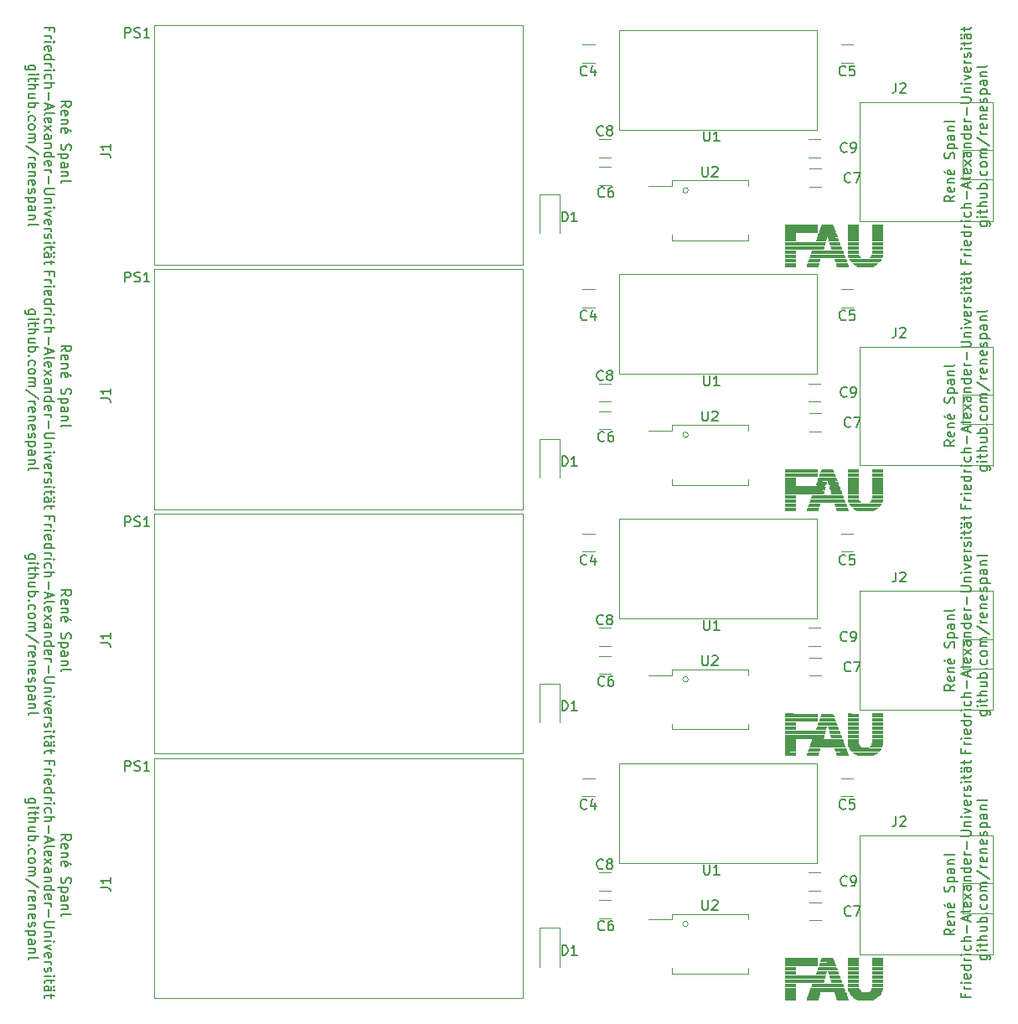
<source format=gbr>
G04 #@! TF.GenerationSoftware,KiCad,Pcbnew,(5.1.5)-3*
G04 #@! TF.CreationDate,2020-11-20T20:52:27+01:00*
G04 #@! TF.ProjectId,IsolationBarrier,49736f6c-6174-4696-9f6e-426172726965,rev?*
G04 #@! TF.SameCoordinates,Original*
G04 #@! TF.FileFunction,Legend,Top*
G04 #@! TF.FilePolarity,Positive*
%FSLAX46Y46*%
G04 Gerber Fmt 4.6, Leading zero omitted, Abs format (unit mm)*
G04 Created by KiCad (PCBNEW (5.1.5)-3) date 2020-11-20 20:52:27*
%MOMM*%
%LPD*%
G04 APERTURE LIST*
%ADD10C,0.120000*%
%ADD11C,0.150000*%
%ADD12C,0.010000*%
G04 APERTURE END LIST*
D10*
X97143862Y-177356080D02*
G75*
G03X97143862Y-177356080I-273342J0D01*
G01*
D11*
X124047980Y-177891000D02*
X123571790Y-178224333D01*
X124047980Y-178462428D02*
X123047980Y-178462428D01*
X123047980Y-178081476D01*
X123095600Y-177986238D01*
X123143219Y-177938619D01*
X123238457Y-177891000D01*
X123381314Y-177891000D01*
X123476552Y-177938619D01*
X123524171Y-177986238D01*
X123571790Y-178081476D01*
X123571790Y-178462428D01*
X124000361Y-177081476D02*
X124047980Y-177176714D01*
X124047980Y-177367190D01*
X124000361Y-177462428D01*
X123905123Y-177510047D01*
X123524171Y-177510047D01*
X123428933Y-177462428D01*
X123381314Y-177367190D01*
X123381314Y-177176714D01*
X123428933Y-177081476D01*
X123524171Y-177033857D01*
X123619409Y-177033857D01*
X123714647Y-177510047D01*
X123381314Y-176605285D02*
X124047980Y-176605285D01*
X123476552Y-176605285D02*
X123428933Y-176557666D01*
X123381314Y-176462428D01*
X123381314Y-176319571D01*
X123428933Y-176224333D01*
X123524171Y-176176714D01*
X124047980Y-176176714D01*
X124000361Y-175319571D02*
X124047980Y-175414809D01*
X124047980Y-175605285D01*
X124000361Y-175700523D01*
X123905123Y-175748142D01*
X123524171Y-175748142D01*
X123428933Y-175700523D01*
X123381314Y-175605285D01*
X123381314Y-175414809D01*
X123428933Y-175319571D01*
X123524171Y-175271952D01*
X123619409Y-175271952D01*
X123714647Y-175748142D01*
X123000361Y-175414809D02*
X123143219Y-175557666D01*
X124000361Y-174129095D02*
X124047980Y-173986238D01*
X124047980Y-173748142D01*
X124000361Y-173652904D01*
X123952742Y-173605285D01*
X123857504Y-173557666D01*
X123762266Y-173557666D01*
X123667028Y-173605285D01*
X123619409Y-173652904D01*
X123571790Y-173748142D01*
X123524171Y-173938619D01*
X123476552Y-174033857D01*
X123428933Y-174081476D01*
X123333695Y-174129095D01*
X123238457Y-174129095D01*
X123143219Y-174081476D01*
X123095600Y-174033857D01*
X123047980Y-173938619D01*
X123047980Y-173700523D01*
X123095600Y-173557666D01*
X123381314Y-173129095D02*
X124381314Y-173129095D01*
X123428933Y-173129095D02*
X123381314Y-173033857D01*
X123381314Y-172843380D01*
X123428933Y-172748142D01*
X123476552Y-172700523D01*
X123571790Y-172652904D01*
X123857504Y-172652904D01*
X123952742Y-172700523D01*
X124000361Y-172748142D01*
X124047980Y-172843380D01*
X124047980Y-173033857D01*
X124000361Y-173129095D01*
X124047980Y-171795761D02*
X123524171Y-171795761D01*
X123428933Y-171843380D01*
X123381314Y-171938619D01*
X123381314Y-172129095D01*
X123428933Y-172224333D01*
X124000361Y-171795761D02*
X124047980Y-171891000D01*
X124047980Y-172129095D01*
X124000361Y-172224333D01*
X123905123Y-172271952D01*
X123809885Y-172271952D01*
X123714647Y-172224333D01*
X123667028Y-172129095D01*
X123667028Y-171891000D01*
X123619409Y-171795761D01*
X123381314Y-171319571D02*
X124047980Y-171319571D01*
X123476552Y-171319571D02*
X123428933Y-171271952D01*
X123381314Y-171176714D01*
X123381314Y-171033857D01*
X123428933Y-170938619D01*
X123524171Y-170891000D01*
X124047980Y-170891000D01*
X124047980Y-170271952D02*
X124000361Y-170367190D01*
X123905123Y-170414809D01*
X123047980Y-170414809D01*
X125174171Y-184462428D02*
X125174171Y-184795761D01*
X125697980Y-184795761D02*
X124697980Y-184795761D01*
X124697980Y-184319571D01*
X125697980Y-183938619D02*
X125031314Y-183938619D01*
X125221790Y-183938619D02*
X125126552Y-183891000D01*
X125078933Y-183843380D01*
X125031314Y-183748142D01*
X125031314Y-183652904D01*
X125697980Y-183319571D02*
X125031314Y-183319571D01*
X124697980Y-183319571D02*
X124745600Y-183367190D01*
X124793219Y-183319571D01*
X124745600Y-183271952D01*
X124697980Y-183319571D01*
X124793219Y-183319571D01*
X125650361Y-182462428D02*
X125697980Y-182557666D01*
X125697980Y-182748142D01*
X125650361Y-182843380D01*
X125555123Y-182891000D01*
X125174171Y-182891000D01*
X125078933Y-182843380D01*
X125031314Y-182748142D01*
X125031314Y-182557666D01*
X125078933Y-182462428D01*
X125174171Y-182414809D01*
X125269409Y-182414809D01*
X125364647Y-182891000D01*
X125697980Y-181557666D02*
X124697980Y-181557666D01*
X125650361Y-181557666D02*
X125697980Y-181652904D01*
X125697980Y-181843380D01*
X125650361Y-181938619D01*
X125602742Y-181986238D01*
X125507504Y-182033857D01*
X125221790Y-182033857D01*
X125126552Y-181986238D01*
X125078933Y-181938619D01*
X125031314Y-181843380D01*
X125031314Y-181652904D01*
X125078933Y-181557666D01*
X125697980Y-181081476D02*
X125031314Y-181081476D01*
X125221790Y-181081476D02*
X125126552Y-181033857D01*
X125078933Y-180986238D01*
X125031314Y-180891000D01*
X125031314Y-180795761D01*
X125697980Y-180462428D02*
X125031314Y-180462428D01*
X124697980Y-180462428D02*
X124745600Y-180510047D01*
X124793219Y-180462428D01*
X124745600Y-180414809D01*
X124697980Y-180462428D01*
X124793219Y-180462428D01*
X125650361Y-179557666D02*
X125697980Y-179652904D01*
X125697980Y-179843380D01*
X125650361Y-179938619D01*
X125602742Y-179986238D01*
X125507504Y-180033857D01*
X125221790Y-180033857D01*
X125126552Y-179986238D01*
X125078933Y-179938619D01*
X125031314Y-179843380D01*
X125031314Y-179652904D01*
X125078933Y-179557666D01*
X125697980Y-179129095D02*
X124697980Y-179129095D01*
X125697980Y-178700523D02*
X125174171Y-178700523D01*
X125078933Y-178748142D01*
X125031314Y-178843380D01*
X125031314Y-178986238D01*
X125078933Y-179081476D01*
X125126552Y-179129095D01*
X125317028Y-178224333D02*
X125317028Y-177462428D01*
X125412266Y-177033857D02*
X125412266Y-176557666D01*
X125697980Y-177129095D02*
X124697980Y-176795761D01*
X125697980Y-176462428D01*
X125697980Y-175986238D02*
X125650361Y-176081476D01*
X125555123Y-176129095D01*
X124697980Y-176129095D01*
X125650361Y-175224333D02*
X125697980Y-175319571D01*
X125697980Y-175510047D01*
X125650361Y-175605285D01*
X125555123Y-175652904D01*
X125174171Y-175652904D01*
X125078933Y-175605285D01*
X125031314Y-175510047D01*
X125031314Y-175319571D01*
X125078933Y-175224333D01*
X125174171Y-175176714D01*
X125269409Y-175176714D01*
X125364647Y-175652904D01*
X125697980Y-174843380D02*
X125031314Y-174319571D01*
X125031314Y-174843380D02*
X125697980Y-174319571D01*
X125697980Y-173510047D02*
X125174171Y-173510047D01*
X125078933Y-173557666D01*
X125031314Y-173652904D01*
X125031314Y-173843380D01*
X125078933Y-173938619D01*
X125650361Y-173510047D02*
X125697980Y-173605285D01*
X125697980Y-173843380D01*
X125650361Y-173938619D01*
X125555123Y-173986238D01*
X125459885Y-173986238D01*
X125364647Y-173938619D01*
X125317028Y-173843380D01*
X125317028Y-173605285D01*
X125269409Y-173510047D01*
X125031314Y-173033857D02*
X125697980Y-173033857D01*
X125126552Y-173033857D02*
X125078933Y-172986238D01*
X125031314Y-172891000D01*
X125031314Y-172748142D01*
X125078933Y-172652904D01*
X125174171Y-172605285D01*
X125697980Y-172605285D01*
X125697980Y-171700523D02*
X124697980Y-171700523D01*
X125650361Y-171700523D02*
X125697980Y-171795761D01*
X125697980Y-171986238D01*
X125650361Y-172081476D01*
X125602742Y-172129095D01*
X125507504Y-172176714D01*
X125221790Y-172176714D01*
X125126552Y-172129095D01*
X125078933Y-172081476D01*
X125031314Y-171986238D01*
X125031314Y-171795761D01*
X125078933Y-171700523D01*
X125650361Y-170843380D02*
X125697980Y-170938619D01*
X125697980Y-171129095D01*
X125650361Y-171224333D01*
X125555123Y-171271952D01*
X125174171Y-171271952D01*
X125078933Y-171224333D01*
X125031314Y-171129095D01*
X125031314Y-170938619D01*
X125078933Y-170843380D01*
X125174171Y-170795761D01*
X125269409Y-170795761D01*
X125364647Y-171271952D01*
X125697980Y-170367190D02*
X125031314Y-170367190D01*
X125221790Y-170367190D02*
X125126552Y-170319571D01*
X125078933Y-170271952D01*
X125031314Y-170176714D01*
X125031314Y-170081476D01*
X125317028Y-169748142D02*
X125317028Y-168986238D01*
X124697980Y-168510047D02*
X125507504Y-168510047D01*
X125602742Y-168462428D01*
X125650361Y-168414809D01*
X125697980Y-168319571D01*
X125697980Y-168129095D01*
X125650361Y-168033857D01*
X125602742Y-167986238D01*
X125507504Y-167938619D01*
X124697980Y-167938619D01*
X125031314Y-167462428D02*
X125697980Y-167462428D01*
X125126552Y-167462428D02*
X125078933Y-167414809D01*
X125031314Y-167319571D01*
X125031314Y-167176714D01*
X125078933Y-167081476D01*
X125174171Y-167033857D01*
X125697980Y-167033857D01*
X125697980Y-166557666D02*
X125031314Y-166557666D01*
X124697980Y-166557666D02*
X124745600Y-166605285D01*
X124793219Y-166557666D01*
X124745600Y-166510047D01*
X124697980Y-166557666D01*
X124793219Y-166557666D01*
X125031314Y-166176714D02*
X125697980Y-165938619D01*
X125031314Y-165700523D01*
X125650361Y-164938619D02*
X125697980Y-165033857D01*
X125697980Y-165224333D01*
X125650361Y-165319571D01*
X125555123Y-165367190D01*
X125174171Y-165367190D01*
X125078933Y-165319571D01*
X125031314Y-165224333D01*
X125031314Y-165033857D01*
X125078933Y-164938619D01*
X125174171Y-164891000D01*
X125269409Y-164891000D01*
X125364647Y-165367190D01*
X125697980Y-164462428D02*
X125031314Y-164462428D01*
X125221790Y-164462428D02*
X125126552Y-164414809D01*
X125078933Y-164367190D01*
X125031314Y-164271952D01*
X125031314Y-164176714D01*
X125650361Y-163891000D02*
X125697980Y-163795761D01*
X125697980Y-163605285D01*
X125650361Y-163510047D01*
X125555123Y-163462428D01*
X125507504Y-163462428D01*
X125412266Y-163510047D01*
X125364647Y-163605285D01*
X125364647Y-163748142D01*
X125317028Y-163843380D01*
X125221790Y-163891000D01*
X125174171Y-163891000D01*
X125078933Y-163843380D01*
X125031314Y-163748142D01*
X125031314Y-163605285D01*
X125078933Y-163510047D01*
X125697980Y-163033857D02*
X125031314Y-163033857D01*
X124697980Y-163033857D02*
X124745600Y-163081476D01*
X124793219Y-163033857D01*
X124745600Y-162986238D01*
X124697980Y-163033857D01*
X124793219Y-163033857D01*
X125031314Y-162700523D02*
X125031314Y-162319571D01*
X124697980Y-162557666D02*
X125555123Y-162557666D01*
X125650361Y-162510047D01*
X125697980Y-162414809D01*
X125697980Y-162319571D01*
X125697980Y-161557666D02*
X125174171Y-161557666D01*
X125078933Y-161605285D01*
X125031314Y-161700523D01*
X125031314Y-161891000D01*
X125078933Y-161986238D01*
X125650361Y-161557666D02*
X125697980Y-161652904D01*
X125697980Y-161891000D01*
X125650361Y-161986238D01*
X125555123Y-162033857D01*
X125459885Y-162033857D01*
X125364647Y-161986238D01*
X125317028Y-161891000D01*
X125317028Y-161652904D01*
X125269409Y-161557666D01*
X124697980Y-161986238D02*
X124745600Y-161938619D01*
X124793219Y-161986238D01*
X124745600Y-162033857D01*
X124697980Y-161986238D01*
X124793219Y-161986238D01*
X124697980Y-161605285D02*
X124745600Y-161557666D01*
X124793219Y-161605285D01*
X124745600Y-161652904D01*
X124697980Y-161605285D01*
X124793219Y-161605285D01*
X125031314Y-161224333D02*
X125031314Y-160843380D01*
X124697980Y-161081476D02*
X125555123Y-161081476D01*
X125650361Y-161033857D01*
X125697980Y-160938619D01*
X125697980Y-160843380D01*
X126681314Y-180510047D02*
X127490838Y-180510047D01*
X127586076Y-180557666D01*
X127633695Y-180605285D01*
X127681314Y-180700523D01*
X127681314Y-180843380D01*
X127633695Y-180938619D01*
X127300361Y-180510047D02*
X127347980Y-180605285D01*
X127347980Y-180795761D01*
X127300361Y-180891000D01*
X127252742Y-180938619D01*
X127157504Y-180986238D01*
X126871790Y-180986238D01*
X126776552Y-180938619D01*
X126728933Y-180891000D01*
X126681314Y-180795761D01*
X126681314Y-180605285D01*
X126728933Y-180510047D01*
X127347980Y-180033857D02*
X126681314Y-180033857D01*
X126347980Y-180033857D02*
X126395600Y-180081476D01*
X126443219Y-180033857D01*
X126395600Y-179986238D01*
X126347980Y-180033857D01*
X126443219Y-180033857D01*
X126681314Y-179700523D02*
X126681314Y-179319571D01*
X126347980Y-179557666D02*
X127205123Y-179557666D01*
X127300361Y-179510047D01*
X127347980Y-179414809D01*
X127347980Y-179319571D01*
X127347980Y-178986238D02*
X126347980Y-178986238D01*
X127347980Y-178557666D02*
X126824171Y-178557666D01*
X126728933Y-178605285D01*
X126681314Y-178700523D01*
X126681314Y-178843380D01*
X126728933Y-178938619D01*
X126776552Y-178986238D01*
X126681314Y-177652904D02*
X127347980Y-177652904D01*
X126681314Y-178081476D02*
X127205123Y-178081476D01*
X127300361Y-178033857D01*
X127347980Y-177938619D01*
X127347980Y-177795761D01*
X127300361Y-177700523D01*
X127252742Y-177652904D01*
X127347980Y-177176714D02*
X126347980Y-177176714D01*
X126728933Y-177176714D02*
X126681314Y-177081476D01*
X126681314Y-176891000D01*
X126728933Y-176795761D01*
X126776552Y-176748142D01*
X126871790Y-176700523D01*
X127157504Y-176700523D01*
X127252742Y-176748142D01*
X127300361Y-176795761D01*
X127347980Y-176891000D01*
X127347980Y-177081476D01*
X127300361Y-177176714D01*
X127252742Y-176271952D02*
X127300361Y-176224333D01*
X127347980Y-176271952D01*
X127300361Y-176319571D01*
X127252742Y-176271952D01*
X127347980Y-176271952D01*
X127300361Y-175367190D02*
X127347980Y-175462428D01*
X127347980Y-175652904D01*
X127300361Y-175748142D01*
X127252742Y-175795761D01*
X127157504Y-175843380D01*
X126871790Y-175843380D01*
X126776552Y-175795761D01*
X126728933Y-175748142D01*
X126681314Y-175652904D01*
X126681314Y-175462428D01*
X126728933Y-175367190D01*
X127347980Y-174795761D02*
X127300361Y-174891000D01*
X127252742Y-174938619D01*
X127157504Y-174986238D01*
X126871790Y-174986238D01*
X126776552Y-174938619D01*
X126728933Y-174891000D01*
X126681314Y-174795761D01*
X126681314Y-174652904D01*
X126728933Y-174557666D01*
X126776552Y-174510047D01*
X126871790Y-174462428D01*
X127157504Y-174462428D01*
X127252742Y-174510047D01*
X127300361Y-174557666D01*
X127347980Y-174652904D01*
X127347980Y-174795761D01*
X127347980Y-174033857D02*
X126681314Y-174033857D01*
X126776552Y-174033857D02*
X126728933Y-173986238D01*
X126681314Y-173891000D01*
X126681314Y-173748142D01*
X126728933Y-173652904D01*
X126824171Y-173605285D01*
X127347980Y-173605285D01*
X126824171Y-173605285D02*
X126728933Y-173557666D01*
X126681314Y-173462428D01*
X126681314Y-173319571D01*
X126728933Y-173224333D01*
X126824171Y-173176714D01*
X127347980Y-173176714D01*
X126300361Y-171986238D02*
X127586076Y-172843380D01*
X127347980Y-171652904D02*
X126681314Y-171652904D01*
X126871790Y-171652904D02*
X126776552Y-171605285D01*
X126728933Y-171557666D01*
X126681314Y-171462428D01*
X126681314Y-171367190D01*
X127300361Y-170652904D02*
X127347980Y-170748142D01*
X127347980Y-170938619D01*
X127300361Y-171033857D01*
X127205123Y-171081476D01*
X126824171Y-171081476D01*
X126728933Y-171033857D01*
X126681314Y-170938619D01*
X126681314Y-170748142D01*
X126728933Y-170652904D01*
X126824171Y-170605285D01*
X126919409Y-170605285D01*
X127014647Y-171081476D01*
X126681314Y-170176714D02*
X127347980Y-170176714D01*
X126776552Y-170176714D02*
X126728933Y-170129095D01*
X126681314Y-170033857D01*
X126681314Y-169891000D01*
X126728933Y-169795761D01*
X126824171Y-169748142D01*
X127347980Y-169748142D01*
X127300361Y-168891000D02*
X127347980Y-168986238D01*
X127347980Y-169176714D01*
X127300361Y-169271952D01*
X127205123Y-169319571D01*
X126824171Y-169319571D01*
X126728933Y-169271952D01*
X126681314Y-169176714D01*
X126681314Y-168986238D01*
X126728933Y-168891000D01*
X126824171Y-168843380D01*
X126919409Y-168843380D01*
X127014647Y-169319571D01*
X127300361Y-168462428D02*
X127347980Y-168367190D01*
X127347980Y-168176714D01*
X127300361Y-168081476D01*
X127205123Y-168033857D01*
X127157504Y-168033857D01*
X127062266Y-168081476D01*
X127014647Y-168176714D01*
X127014647Y-168319571D01*
X126967028Y-168414809D01*
X126871790Y-168462428D01*
X126824171Y-168462428D01*
X126728933Y-168414809D01*
X126681314Y-168319571D01*
X126681314Y-168176714D01*
X126728933Y-168081476D01*
X126681314Y-167605285D02*
X127681314Y-167605285D01*
X126728933Y-167605285D02*
X126681314Y-167510047D01*
X126681314Y-167319571D01*
X126728933Y-167224333D01*
X126776552Y-167176714D01*
X126871790Y-167129095D01*
X127157504Y-167129095D01*
X127252742Y-167176714D01*
X127300361Y-167224333D01*
X127347980Y-167319571D01*
X127347980Y-167510047D01*
X127300361Y-167605285D01*
X127347980Y-166271952D02*
X126824171Y-166271952D01*
X126728933Y-166319571D01*
X126681314Y-166414809D01*
X126681314Y-166605285D01*
X126728933Y-166700523D01*
X127300361Y-166271952D02*
X127347980Y-166367190D01*
X127347980Y-166605285D01*
X127300361Y-166700523D01*
X127205123Y-166748142D01*
X127109885Y-166748142D01*
X127014647Y-166700523D01*
X126967028Y-166605285D01*
X126967028Y-166367190D01*
X126919409Y-166271952D01*
X126681314Y-165795761D02*
X127347980Y-165795761D01*
X126776552Y-165795761D02*
X126728933Y-165748142D01*
X126681314Y-165652904D01*
X126681314Y-165510047D01*
X126728933Y-165414809D01*
X126824171Y-165367190D01*
X127347980Y-165367190D01*
X127347980Y-164748142D02*
X127300361Y-164843380D01*
X127205123Y-164891000D01*
X126347980Y-164891000D01*
X33758619Y-168919557D02*
X34234809Y-168586223D01*
X33758619Y-168348128D02*
X34758619Y-168348128D01*
X34758619Y-168729080D01*
X34711000Y-168824319D01*
X34663380Y-168871938D01*
X34568142Y-168919557D01*
X34425285Y-168919557D01*
X34330047Y-168871938D01*
X34282428Y-168824319D01*
X34234809Y-168729080D01*
X34234809Y-168348128D01*
X33806238Y-169729080D02*
X33758619Y-169633842D01*
X33758619Y-169443366D01*
X33806238Y-169348128D01*
X33901476Y-169300509D01*
X34282428Y-169300509D01*
X34377666Y-169348128D01*
X34425285Y-169443366D01*
X34425285Y-169633842D01*
X34377666Y-169729080D01*
X34282428Y-169776700D01*
X34187190Y-169776700D01*
X34091952Y-169300509D01*
X34425285Y-170205271D02*
X33758619Y-170205271D01*
X34330047Y-170205271D02*
X34377666Y-170252890D01*
X34425285Y-170348128D01*
X34425285Y-170490985D01*
X34377666Y-170586223D01*
X34282428Y-170633842D01*
X33758619Y-170633842D01*
X33806238Y-171490985D02*
X33758619Y-171395747D01*
X33758619Y-171205271D01*
X33806238Y-171110033D01*
X33901476Y-171062414D01*
X34282428Y-171062414D01*
X34377666Y-171110033D01*
X34425285Y-171205271D01*
X34425285Y-171395747D01*
X34377666Y-171490985D01*
X34282428Y-171538604D01*
X34187190Y-171538604D01*
X34091952Y-171062414D01*
X34806238Y-171395747D02*
X34663380Y-171252890D01*
X33806238Y-172681461D02*
X33758619Y-172824319D01*
X33758619Y-173062414D01*
X33806238Y-173157652D01*
X33853857Y-173205271D01*
X33949095Y-173252890D01*
X34044333Y-173252890D01*
X34139571Y-173205271D01*
X34187190Y-173157652D01*
X34234809Y-173062414D01*
X34282428Y-172871938D01*
X34330047Y-172776700D01*
X34377666Y-172729080D01*
X34472904Y-172681461D01*
X34568142Y-172681461D01*
X34663380Y-172729080D01*
X34711000Y-172776700D01*
X34758619Y-172871938D01*
X34758619Y-173110033D01*
X34711000Y-173252890D01*
X34425285Y-173681461D02*
X33425285Y-173681461D01*
X34377666Y-173681461D02*
X34425285Y-173776700D01*
X34425285Y-173967176D01*
X34377666Y-174062414D01*
X34330047Y-174110033D01*
X34234809Y-174157652D01*
X33949095Y-174157652D01*
X33853857Y-174110033D01*
X33806238Y-174062414D01*
X33758619Y-173967176D01*
X33758619Y-173776700D01*
X33806238Y-173681461D01*
X33758619Y-175014795D02*
X34282428Y-175014795D01*
X34377666Y-174967176D01*
X34425285Y-174871938D01*
X34425285Y-174681461D01*
X34377666Y-174586223D01*
X33806238Y-175014795D02*
X33758619Y-174919557D01*
X33758619Y-174681461D01*
X33806238Y-174586223D01*
X33901476Y-174538604D01*
X33996714Y-174538604D01*
X34091952Y-174586223D01*
X34139571Y-174681461D01*
X34139571Y-174919557D01*
X34187190Y-175014795D01*
X34425285Y-175490985D02*
X33758619Y-175490985D01*
X34330047Y-175490985D02*
X34377666Y-175538604D01*
X34425285Y-175633842D01*
X34425285Y-175776700D01*
X34377666Y-175871938D01*
X34282428Y-175919557D01*
X33758619Y-175919557D01*
X33758619Y-176538604D02*
X33806238Y-176443366D01*
X33901476Y-176395747D01*
X34758619Y-176395747D01*
X32632428Y-161205271D02*
X32632428Y-160871938D01*
X32108619Y-160871938D02*
X33108619Y-160871938D01*
X33108619Y-161348128D01*
X32108619Y-161729080D02*
X32775285Y-161729080D01*
X32584809Y-161729080D02*
X32680047Y-161776700D01*
X32727666Y-161824319D01*
X32775285Y-161919557D01*
X32775285Y-162014795D01*
X32108619Y-162348128D02*
X32775285Y-162348128D01*
X33108619Y-162348128D02*
X33061000Y-162300509D01*
X33013380Y-162348128D01*
X33061000Y-162395747D01*
X33108619Y-162348128D01*
X33013380Y-162348128D01*
X32156238Y-163205271D02*
X32108619Y-163110033D01*
X32108619Y-162919557D01*
X32156238Y-162824319D01*
X32251476Y-162776700D01*
X32632428Y-162776700D01*
X32727666Y-162824319D01*
X32775285Y-162919557D01*
X32775285Y-163110033D01*
X32727666Y-163205271D01*
X32632428Y-163252890D01*
X32537190Y-163252890D01*
X32441952Y-162776700D01*
X32108619Y-164110033D02*
X33108619Y-164110033D01*
X32156238Y-164110033D02*
X32108619Y-164014795D01*
X32108619Y-163824319D01*
X32156238Y-163729080D01*
X32203857Y-163681461D01*
X32299095Y-163633842D01*
X32584809Y-163633842D01*
X32680047Y-163681461D01*
X32727666Y-163729080D01*
X32775285Y-163824319D01*
X32775285Y-164014795D01*
X32727666Y-164110033D01*
X32108619Y-164586223D02*
X32775285Y-164586223D01*
X32584809Y-164586223D02*
X32680047Y-164633842D01*
X32727666Y-164681461D01*
X32775285Y-164776700D01*
X32775285Y-164871938D01*
X32108619Y-165205271D02*
X32775285Y-165205271D01*
X33108619Y-165205271D02*
X33061000Y-165157652D01*
X33013380Y-165205271D01*
X33061000Y-165252890D01*
X33108619Y-165205271D01*
X33013380Y-165205271D01*
X32156238Y-166110033D02*
X32108619Y-166014795D01*
X32108619Y-165824319D01*
X32156238Y-165729080D01*
X32203857Y-165681461D01*
X32299095Y-165633842D01*
X32584809Y-165633842D01*
X32680047Y-165681461D01*
X32727666Y-165729080D01*
X32775285Y-165824319D01*
X32775285Y-166014795D01*
X32727666Y-166110033D01*
X32108619Y-166538604D02*
X33108619Y-166538604D01*
X32108619Y-166967176D02*
X32632428Y-166967176D01*
X32727666Y-166919557D01*
X32775285Y-166824319D01*
X32775285Y-166681461D01*
X32727666Y-166586223D01*
X32680047Y-166538604D01*
X32489571Y-167443366D02*
X32489571Y-168205271D01*
X32394333Y-168633842D02*
X32394333Y-169110033D01*
X32108619Y-168538604D02*
X33108619Y-168871938D01*
X32108619Y-169205271D01*
X32108619Y-169681461D02*
X32156238Y-169586223D01*
X32251476Y-169538604D01*
X33108619Y-169538604D01*
X32156238Y-170443366D02*
X32108619Y-170348128D01*
X32108619Y-170157652D01*
X32156238Y-170062414D01*
X32251476Y-170014795D01*
X32632428Y-170014795D01*
X32727666Y-170062414D01*
X32775285Y-170157652D01*
X32775285Y-170348128D01*
X32727666Y-170443366D01*
X32632428Y-170490985D01*
X32537190Y-170490985D01*
X32441952Y-170014795D01*
X32108619Y-170824319D02*
X32775285Y-171348128D01*
X32775285Y-170824319D02*
X32108619Y-171348128D01*
X32108619Y-172157652D02*
X32632428Y-172157652D01*
X32727666Y-172110033D01*
X32775285Y-172014795D01*
X32775285Y-171824319D01*
X32727666Y-171729080D01*
X32156238Y-172157652D02*
X32108619Y-172062414D01*
X32108619Y-171824319D01*
X32156238Y-171729080D01*
X32251476Y-171681461D01*
X32346714Y-171681461D01*
X32441952Y-171729080D01*
X32489571Y-171824319D01*
X32489571Y-172062414D01*
X32537190Y-172157652D01*
X32775285Y-172633842D02*
X32108619Y-172633842D01*
X32680047Y-172633842D02*
X32727666Y-172681461D01*
X32775285Y-172776700D01*
X32775285Y-172919557D01*
X32727666Y-173014795D01*
X32632428Y-173062414D01*
X32108619Y-173062414D01*
X32108619Y-173967176D02*
X33108619Y-173967176D01*
X32156238Y-173967176D02*
X32108619Y-173871938D01*
X32108619Y-173681461D01*
X32156238Y-173586223D01*
X32203857Y-173538604D01*
X32299095Y-173490985D01*
X32584809Y-173490985D01*
X32680047Y-173538604D01*
X32727666Y-173586223D01*
X32775285Y-173681461D01*
X32775285Y-173871938D01*
X32727666Y-173967176D01*
X32156238Y-174824319D02*
X32108619Y-174729080D01*
X32108619Y-174538604D01*
X32156238Y-174443366D01*
X32251476Y-174395747D01*
X32632428Y-174395747D01*
X32727666Y-174443366D01*
X32775285Y-174538604D01*
X32775285Y-174729080D01*
X32727666Y-174824319D01*
X32632428Y-174871938D01*
X32537190Y-174871938D01*
X32441952Y-174395747D01*
X32108619Y-175300509D02*
X32775285Y-175300509D01*
X32584809Y-175300509D02*
X32680047Y-175348128D01*
X32727666Y-175395747D01*
X32775285Y-175490985D01*
X32775285Y-175586223D01*
X32489571Y-175919557D02*
X32489571Y-176681461D01*
X33108619Y-177157652D02*
X32299095Y-177157652D01*
X32203857Y-177205271D01*
X32156238Y-177252890D01*
X32108619Y-177348128D01*
X32108619Y-177538604D01*
X32156238Y-177633842D01*
X32203857Y-177681461D01*
X32299095Y-177729080D01*
X33108619Y-177729080D01*
X32775285Y-178205271D02*
X32108619Y-178205271D01*
X32680047Y-178205271D02*
X32727666Y-178252890D01*
X32775285Y-178348128D01*
X32775285Y-178490985D01*
X32727666Y-178586223D01*
X32632428Y-178633842D01*
X32108619Y-178633842D01*
X32108619Y-179110033D02*
X32775285Y-179110033D01*
X33108619Y-179110033D02*
X33061000Y-179062414D01*
X33013380Y-179110033D01*
X33061000Y-179157652D01*
X33108619Y-179110033D01*
X33013380Y-179110033D01*
X32775285Y-179490985D02*
X32108619Y-179729080D01*
X32775285Y-179967176D01*
X32156238Y-180729080D02*
X32108619Y-180633842D01*
X32108619Y-180443366D01*
X32156238Y-180348128D01*
X32251476Y-180300509D01*
X32632428Y-180300509D01*
X32727666Y-180348128D01*
X32775285Y-180443366D01*
X32775285Y-180633842D01*
X32727666Y-180729080D01*
X32632428Y-180776700D01*
X32537190Y-180776700D01*
X32441952Y-180300509D01*
X32108619Y-181205271D02*
X32775285Y-181205271D01*
X32584809Y-181205271D02*
X32680047Y-181252890D01*
X32727666Y-181300509D01*
X32775285Y-181395747D01*
X32775285Y-181490985D01*
X32156238Y-181776700D02*
X32108619Y-181871938D01*
X32108619Y-182062414D01*
X32156238Y-182157652D01*
X32251476Y-182205271D01*
X32299095Y-182205271D01*
X32394333Y-182157652D01*
X32441952Y-182062414D01*
X32441952Y-181919557D01*
X32489571Y-181824319D01*
X32584809Y-181776700D01*
X32632428Y-181776700D01*
X32727666Y-181824319D01*
X32775285Y-181919557D01*
X32775285Y-182062414D01*
X32727666Y-182157652D01*
X32108619Y-182633842D02*
X32775285Y-182633842D01*
X33108619Y-182633842D02*
X33061000Y-182586223D01*
X33013380Y-182633842D01*
X33061000Y-182681461D01*
X33108619Y-182633842D01*
X33013380Y-182633842D01*
X32775285Y-182967176D02*
X32775285Y-183348128D01*
X33108619Y-183110033D02*
X32251476Y-183110033D01*
X32156238Y-183157652D01*
X32108619Y-183252890D01*
X32108619Y-183348128D01*
X32108619Y-184110033D02*
X32632428Y-184110033D01*
X32727666Y-184062414D01*
X32775285Y-183967176D01*
X32775285Y-183776700D01*
X32727666Y-183681461D01*
X32156238Y-184110033D02*
X32108619Y-184014795D01*
X32108619Y-183776700D01*
X32156238Y-183681461D01*
X32251476Y-183633842D01*
X32346714Y-183633842D01*
X32441952Y-183681461D01*
X32489571Y-183776700D01*
X32489571Y-184014795D01*
X32537190Y-184110033D01*
X33108619Y-183681461D02*
X33060999Y-183729080D01*
X33013380Y-183681461D01*
X33060999Y-183633842D01*
X33108619Y-183681461D01*
X33013380Y-183681461D01*
X33108619Y-184062414D02*
X33060999Y-184110033D01*
X33013380Y-184062414D01*
X33060999Y-184014795D01*
X33108619Y-184062414D01*
X33013380Y-184062414D01*
X32775285Y-184443366D02*
X32775285Y-184824319D01*
X33108619Y-184586223D02*
X32251476Y-184586223D01*
X32156238Y-184633842D01*
X32108619Y-184729080D01*
X32108619Y-184824319D01*
X31125285Y-165157652D02*
X30315761Y-165157652D01*
X30220523Y-165110033D01*
X30172904Y-165062414D01*
X30125285Y-164967176D01*
X30125285Y-164824319D01*
X30172904Y-164729080D01*
X30506238Y-165157652D02*
X30458619Y-165062414D01*
X30458619Y-164871938D01*
X30506238Y-164776700D01*
X30553857Y-164729080D01*
X30649095Y-164681461D01*
X30934809Y-164681461D01*
X31030047Y-164729080D01*
X31077666Y-164776700D01*
X31125285Y-164871938D01*
X31125285Y-165062414D01*
X31077666Y-165157652D01*
X30458619Y-165633842D02*
X31125285Y-165633842D01*
X31458619Y-165633842D02*
X31411000Y-165586223D01*
X31363380Y-165633842D01*
X31411000Y-165681461D01*
X31458619Y-165633842D01*
X31363380Y-165633842D01*
X31125285Y-165967176D02*
X31125285Y-166348128D01*
X31458619Y-166110033D02*
X30601476Y-166110033D01*
X30506238Y-166157652D01*
X30458619Y-166252890D01*
X30458619Y-166348128D01*
X30458619Y-166681461D02*
X31458619Y-166681461D01*
X30458619Y-167110033D02*
X30982428Y-167110033D01*
X31077666Y-167062414D01*
X31125285Y-166967176D01*
X31125285Y-166824319D01*
X31077666Y-166729080D01*
X31030047Y-166681461D01*
X31125285Y-168014795D02*
X30458619Y-168014795D01*
X31125285Y-167586223D02*
X30601476Y-167586223D01*
X30506238Y-167633842D01*
X30458619Y-167729080D01*
X30458619Y-167871938D01*
X30506238Y-167967176D01*
X30553857Y-168014795D01*
X30458619Y-168490985D02*
X31458619Y-168490985D01*
X31077666Y-168490985D02*
X31125285Y-168586223D01*
X31125285Y-168776700D01*
X31077666Y-168871938D01*
X31030047Y-168919557D01*
X30934809Y-168967176D01*
X30649095Y-168967176D01*
X30553857Y-168919557D01*
X30506238Y-168871938D01*
X30458619Y-168776700D01*
X30458619Y-168586223D01*
X30506238Y-168490985D01*
X30553857Y-169395747D02*
X30506238Y-169443366D01*
X30458619Y-169395747D01*
X30506238Y-169348128D01*
X30553857Y-169395747D01*
X30458619Y-169395747D01*
X30506238Y-170300509D02*
X30458619Y-170205271D01*
X30458619Y-170014795D01*
X30506238Y-169919557D01*
X30553857Y-169871938D01*
X30649095Y-169824319D01*
X30934809Y-169824319D01*
X31030047Y-169871938D01*
X31077666Y-169919557D01*
X31125285Y-170014795D01*
X31125285Y-170205271D01*
X31077666Y-170300509D01*
X30458619Y-170871938D02*
X30506238Y-170776700D01*
X30553857Y-170729080D01*
X30649095Y-170681461D01*
X30934809Y-170681461D01*
X31030047Y-170729080D01*
X31077666Y-170776700D01*
X31125285Y-170871938D01*
X31125285Y-171014795D01*
X31077666Y-171110033D01*
X31030047Y-171157652D01*
X30934809Y-171205271D01*
X30649095Y-171205271D01*
X30553857Y-171157652D01*
X30506238Y-171110033D01*
X30458619Y-171014795D01*
X30458619Y-170871938D01*
X30458619Y-171633842D02*
X31125285Y-171633842D01*
X31030047Y-171633842D02*
X31077666Y-171681461D01*
X31125285Y-171776700D01*
X31125285Y-171919557D01*
X31077666Y-172014795D01*
X30982428Y-172062414D01*
X30458619Y-172062414D01*
X30982428Y-172062414D02*
X31077666Y-172110033D01*
X31125285Y-172205271D01*
X31125285Y-172348128D01*
X31077666Y-172443366D01*
X30982428Y-172490985D01*
X30458619Y-172490985D01*
X31506238Y-173681461D02*
X30220523Y-172824319D01*
X30458619Y-174014795D02*
X31125285Y-174014795D01*
X30934809Y-174014795D02*
X31030047Y-174062414D01*
X31077666Y-174110033D01*
X31125285Y-174205271D01*
X31125285Y-174300509D01*
X30506238Y-175014795D02*
X30458619Y-174919557D01*
X30458619Y-174729080D01*
X30506238Y-174633842D01*
X30601476Y-174586223D01*
X30982428Y-174586223D01*
X31077666Y-174633842D01*
X31125285Y-174729080D01*
X31125285Y-174919557D01*
X31077666Y-175014795D01*
X30982428Y-175062414D01*
X30887190Y-175062414D01*
X30791952Y-174586223D01*
X31125285Y-175490985D02*
X30458619Y-175490985D01*
X31030047Y-175490985D02*
X31077666Y-175538604D01*
X31125285Y-175633842D01*
X31125285Y-175776700D01*
X31077666Y-175871938D01*
X30982428Y-175919557D01*
X30458619Y-175919557D01*
X30506238Y-176776700D02*
X30458619Y-176681461D01*
X30458619Y-176490985D01*
X30506238Y-176395747D01*
X30601476Y-176348128D01*
X30982428Y-176348128D01*
X31077666Y-176395747D01*
X31125285Y-176490985D01*
X31125285Y-176681461D01*
X31077666Y-176776700D01*
X30982428Y-176824319D01*
X30887190Y-176824319D01*
X30791952Y-176348128D01*
X30506238Y-177205271D02*
X30458619Y-177300509D01*
X30458619Y-177490985D01*
X30506238Y-177586223D01*
X30601476Y-177633842D01*
X30649095Y-177633842D01*
X30744333Y-177586223D01*
X30791952Y-177490985D01*
X30791952Y-177348128D01*
X30839571Y-177252890D01*
X30934809Y-177205271D01*
X30982428Y-177205271D01*
X31077666Y-177252890D01*
X31125285Y-177348128D01*
X31125285Y-177490985D01*
X31077666Y-177586223D01*
X31125285Y-178062414D02*
X30125285Y-178062414D01*
X31077666Y-178062414D02*
X31125285Y-178157652D01*
X31125285Y-178348128D01*
X31077666Y-178443366D01*
X31030047Y-178490985D01*
X30934809Y-178538604D01*
X30649095Y-178538604D01*
X30553857Y-178490985D01*
X30506238Y-178443366D01*
X30458619Y-178348128D01*
X30458619Y-178157652D01*
X30506238Y-178062414D01*
X30458619Y-179395747D02*
X30982428Y-179395747D01*
X31077666Y-179348128D01*
X31125285Y-179252890D01*
X31125285Y-179062414D01*
X31077666Y-178967176D01*
X30506238Y-179395747D02*
X30458619Y-179300509D01*
X30458619Y-179062414D01*
X30506238Y-178967176D01*
X30601476Y-178919557D01*
X30696714Y-178919557D01*
X30791952Y-178967176D01*
X30839571Y-179062414D01*
X30839571Y-179300509D01*
X30887190Y-179395747D01*
X31125285Y-179871938D02*
X30458619Y-179871938D01*
X31030047Y-179871938D02*
X31077666Y-179919557D01*
X31125285Y-180014795D01*
X31125285Y-180157652D01*
X31077666Y-180252890D01*
X30982428Y-180300509D01*
X30458619Y-180300509D01*
X30458619Y-180919557D02*
X30506238Y-180824319D01*
X30601476Y-180776700D01*
X31458619Y-180776700D01*
D10*
X97143862Y-152656080D02*
G75*
G03X97143862Y-152656080I-273342J0D01*
G01*
D11*
X33758619Y-144219557D02*
X34234809Y-143886223D01*
X33758619Y-143648128D02*
X34758619Y-143648128D01*
X34758619Y-144029080D01*
X34711000Y-144124319D01*
X34663380Y-144171938D01*
X34568142Y-144219557D01*
X34425285Y-144219557D01*
X34330047Y-144171938D01*
X34282428Y-144124319D01*
X34234809Y-144029080D01*
X34234809Y-143648128D01*
X33806238Y-145029080D02*
X33758619Y-144933842D01*
X33758619Y-144743366D01*
X33806238Y-144648128D01*
X33901476Y-144600509D01*
X34282428Y-144600509D01*
X34377666Y-144648128D01*
X34425285Y-144743366D01*
X34425285Y-144933842D01*
X34377666Y-145029080D01*
X34282428Y-145076700D01*
X34187190Y-145076700D01*
X34091952Y-144600509D01*
X34425285Y-145505271D02*
X33758619Y-145505271D01*
X34330047Y-145505271D02*
X34377666Y-145552890D01*
X34425285Y-145648128D01*
X34425285Y-145790985D01*
X34377666Y-145886223D01*
X34282428Y-145933842D01*
X33758619Y-145933842D01*
X33806238Y-146790985D02*
X33758619Y-146695747D01*
X33758619Y-146505271D01*
X33806238Y-146410033D01*
X33901476Y-146362414D01*
X34282428Y-146362414D01*
X34377666Y-146410033D01*
X34425285Y-146505271D01*
X34425285Y-146695747D01*
X34377666Y-146790985D01*
X34282428Y-146838604D01*
X34187190Y-146838604D01*
X34091952Y-146362414D01*
X34806238Y-146695747D02*
X34663380Y-146552890D01*
X33806238Y-147981461D02*
X33758619Y-148124319D01*
X33758619Y-148362414D01*
X33806238Y-148457652D01*
X33853857Y-148505271D01*
X33949095Y-148552890D01*
X34044333Y-148552890D01*
X34139571Y-148505271D01*
X34187190Y-148457652D01*
X34234809Y-148362414D01*
X34282428Y-148171938D01*
X34330047Y-148076700D01*
X34377666Y-148029080D01*
X34472904Y-147981461D01*
X34568142Y-147981461D01*
X34663380Y-148029080D01*
X34711000Y-148076700D01*
X34758619Y-148171938D01*
X34758619Y-148410033D01*
X34711000Y-148552890D01*
X34425285Y-148981461D02*
X33425285Y-148981461D01*
X34377666Y-148981461D02*
X34425285Y-149076700D01*
X34425285Y-149267176D01*
X34377666Y-149362414D01*
X34330047Y-149410033D01*
X34234809Y-149457652D01*
X33949095Y-149457652D01*
X33853857Y-149410033D01*
X33806238Y-149362414D01*
X33758619Y-149267176D01*
X33758619Y-149076700D01*
X33806238Y-148981461D01*
X33758619Y-150314795D02*
X34282428Y-150314795D01*
X34377666Y-150267176D01*
X34425285Y-150171938D01*
X34425285Y-149981461D01*
X34377666Y-149886223D01*
X33806238Y-150314795D02*
X33758619Y-150219557D01*
X33758619Y-149981461D01*
X33806238Y-149886223D01*
X33901476Y-149838604D01*
X33996714Y-149838604D01*
X34091952Y-149886223D01*
X34139571Y-149981461D01*
X34139571Y-150219557D01*
X34187190Y-150314795D01*
X34425285Y-150790985D02*
X33758619Y-150790985D01*
X34330047Y-150790985D02*
X34377666Y-150838604D01*
X34425285Y-150933842D01*
X34425285Y-151076700D01*
X34377666Y-151171938D01*
X34282428Y-151219557D01*
X33758619Y-151219557D01*
X33758619Y-151838604D02*
X33806238Y-151743366D01*
X33901476Y-151695747D01*
X34758619Y-151695747D01*
X32632428Y-136505271D02*
X32632428Y-136171938D01*
X32108619Y-136171938D02*
X33108619Y-136171938D01*
X33108619Y-136648128D01*
X32108619Y-137029080D02*
X32775285Y-137029080D01*
X32584809Y-137029080D02*
X32680047Y-137076700D01*
X32727666Y-137124319D01*
X32775285Y-137219557D01*
X32775285Y-137314795D01*
X32108619Y-137648128D02*
X32775285Y-137648128D01*
X33108619Y-137648128D02*
X33061000Y-137600509D01*
X33013380Y-137648128D01*
X33061000Y-137695747D01*
X33108619Y-137648128D01*
X33013380Y-137648128D01*
X32156238Y-138505271D02*
X32108619Y-138410033D01*
X32108619Y-138219557D01*
X32156238Y-138124319D01*
X32251476Y-138076700D01*
X32632428Y-138076700D01*
X32727666Y-138124319D01*
X32775285Y-138219557D01*
X32775285Y-138410033D01*
X32727666Y-138505271D01*
X32632428Y-138552890D01*
X32537190Y-138552890D01*
X32441952Y-138076700D01*
X32108619Y-139410033D02*
X33108619Y-139410033D01*
X32156238Y-139410033D02*
X32108619Y-139314795D01*
X32108619Y-139124319D01*
X32156238Y-139029080D01*
X32203857Y-138981461D01*
X32299095Y-138933842D01*
X32584809Y-138933842D01*
X32680047Y-138981461D01*
X32727666Y-139029080D01*
X32775285Y-139124319D01*
X32775285Y-139314795D01*
X32727666Y-139410033D01*
X32108619Y-139886223D02*
X32775285Y-139886223D01*
X32584809Y-139886223D02*
X32680047Y-139933842D01*
X32727666Y-139981461D01*
X32775285Y-140076700D01*
X32775285Y-140171938D01*
X32108619Y-140505271D02*
X32775285Y-140505271D01*
X33108619Y-140505271D02*
X33061000Y-140457652D01*
X33013380Y-140505271D01*
X33061000Y-140552890D01*
X33108619Y-140505271D01*
X33013380Y-140505271D01*
X32156238Y-141410033D02*
X32108619Y-141314795D01*
X32108619Y-141124319D01*
X32156238Y-141029080D01*
X32203857Y-140981461D01*
X32299095Y-140933842D01*
X32584809Y-140933842D01*
X32680047Y-140981461D01*
X32727666Y-141029080D01*
X32775285Y-141124319D01*
X32775285Y-141314795D01*
X32727666Y-141410033D01*
X32108619Y-141838604D02*
X33108619Y-141838604D01*
X32108619Y-142267176D02*
X32632428Y-142267176D01*
X32727666Y-142219557D01*
X32775285Y-142124319D01*
X32775285Y-141981461D01*
X32727666Y-141886223D01*
X32680047Y-141838604D01*
X32489571Y-142743366D02*
X32489571Y-143505271D01*
X32394333Y-143933842D02*
X32394333Y-144410033D01*
X32108619Y-143838604D02*
X33108619Y-144171938D01*
X32108619Y-144505271D01*
X32108619Y-144981461D02*
X32156238Y-144886223D01*
X32251476Y-144838604D01*
X33108619Y-144838604D01*
X32156238Y-145743366D02*
X32108619Y-145648128D01*
X32108619Y-145457652D01*
X32156238Y-145362414D01*
X32251476Y-145314795D01*
X32632428Y-145314795D01*
X32727666Y-145362414D01*
X32775285Y-145457652D01*
X32775285Y-145648128D01*
X32727666Y-145743366D01*
X32632428Y-145790985D01*
X32537190Y-145790985D01*
X32441952Y-145314795D01*
X32108619Y-146124319D02*
X32775285Y-146648128D01*
X32775285Y-146124319D02*
X32108619Y-146648128D01*
X32108619Y-147457652D02*
X32632428Y-147457652D01*
X32727666Y-147410033D01*
X32775285Y-147314795D01*
X32775285Y-147124319D01*
X32727666Y-147029080D01*
X32156238Y-147457652D02*
X32108619Y-147362414D01*
X32108619Y-147124319D01*
X32156238Y-147029080D01*
X32251476Y-146981461D01*
X32346714Y-146981461D01*
X32441952Y-147029080D01*
X32489571Y-147124319D01*
X32489571Y-147362414D01*
X32537190Y-147457652D01*
X32775285Y-147933842D02*
X32108619Y-147933842D01*
X32680047Y-147933842D02*
X32727666Y-147981461D01*
X32775285Y-148076700D01*
X32775285Y-148219557D01*
X32727666Y-148314795D01*
X32632428Y-148362414D01*
X32108619Y-148362414D01*
X32108619Y-149267176D02*
X33108619Y-149267176D01*
X32156238Y-149267176D02*
X32108619Y-149171938D01*
X32108619Y-148981461D01*
X32156238Y-148886223D01*
X32203857Y-148838604D01*
X32299095Y-148790985D01*
X32584809Y-148790985D01*
X32680047Y-148838604D01*
X32727666Y-148886223D01*
X32775285Y-148981461D01*
X32775285Y-149171938D01*
X32727666Y-149267176D01*
X32156238Y-150124319D02*
X32108619Y-150029080D01*
X32108619Y-149838604D01*
X32156238Y-149743366D01*
X32251476Y-149695747D01*
X32632428Y-149695747D01*
X32727666Y-149743366D01*
X32775285Y-149838604D01*
X32775285Y-150029080D01*
X32727666Y-150124319D01*
X32632428Y-150171938D01*
X32537190Y-150171938D01*
X32441952Y-149695747D01*
X32108619Y-150600509D02*
X32775285Y-150600509D01*
X32584809Y-150600509D02*
X32680047Y-150648128D01*
X32727666Y-150695747D01*
X32775285Y-150790985D01*
X32775285Y-150886223D01*
X32489571Y-151219557D02*
X32489571Y-151981461D01*
X33108619Y-152457652D02*
X32299095Y-152457652D01*
X32203857Y-152505271D01*
X32156238Y-152552890D01*
X32108619Y-152648128D01*
X32108619Y-152838604D01*
X32156238Y-152933842D01*
X32203857Y-152981461D01*
X32299095Y-153029080D01*
X33108619Y-153029080D01*
X32775285Y-153505271D02*
X32108619Y-153505271D01*
X32680047Y-153505271D02*
X32727666Y-153552890D01*
X32775285Y-153648128D01*
X32775285Y-153790985D01*
X32727666Y-153886223D01*
X32632428Y-153933842D01*
X32108619Y-153933842D01*
X32108619Y-154410033D02*
X32775285Y-154410033D01*
X33108619Y-154410033D02*
X33061000Y-154362414D01*
X33013380Y-154410033D01*
X33061000Y-154457652D01*
X33108619Y-154410033D01*
X33013380Y-154410033D01*
X32775285Y-154790985D02*
X32108619Y-155029080D01*
X32775285Y-155267176D01*
X32156238Y-156029080D02*
X32108619Y-155933842D01*
X32108619Y-155743366D01*
X32156238Y-155648128D01*
X32251476Y-155600509D01*
X32632428Y-155600509D01*
X32727666Y-155648128D01*
X32775285Y-155743366D01*
X32775285Y-155933842D01*
X32727666Y-156029080D01*
X32632428Y-156076700D01*
X32537190Y-156076700D01*
X32441952Y-155600509D01*
X32108619Y-156505271D02*
X32775285Y-156505271D01*
X32584809Y-156505271D02*
X32680047Y-156552890D01*
X32727666Y-156600509D01*
X32775285Y-156695747D01*
X32775285Y-156790985D01*
X32156238Y-157076700D02*
X32108619Y-157171938D01*
X32108619Y-157362414D01*
X32156238Y-157457652D01*
X32251476Y-157505271D01*
X32299095Y-157505271D01*
X32394333Y-157457652D01*
X32441952Y-157362414D01*
X32441952Y-157219557D01*
X32489571Y-157124319D01*
X32584809Y-157076700D01*
X32632428Y-157076700D01*
X32727666Y-157124319D01*
X32775285Y-157219557D01*
X32775285Y-157362414D01*
X32727666Y-157457652D01*
X32108619Y-157933842D02*
X32775285Y-157933842D01*
X33108619Y-157933842D02*
X33061000Y-157886223D01*
X33013380Y-157933842D01*
X33061000Y-157981461D01*
X33108619Y-157933842D01*
X33013380Y-157933842D01*
X32775285Y-158267176D02*
X32775285Y-158648128D01*
X33108619Y-158410033D02*
X32251476Y-158410033D01*
X32156238Y-158457652D01*
X32108619Y-158552890D01*
X32108619Y-158648128D01*
X32108619Y-159410033D02*
X32632428Y-159410033D01*
X32727666Y-159362414D01*
X32775285Y-159267176D01*
X32775285Y-159076700D01*
X32727666Y-158981461D01*
X32156238Y-159410033D02*
X32108619Y-159314795D01*
X32108619Y-159076700D01*
X32156238Y-158981461D01*
X32251476Y-158933842D01*
X32346714Y-158933842D01*
X32441952Y-158981461D01*
X32489571Y-159076700D01*
X32489571Y-159314795D01*
X32537190Y-159410033D01*
X33108619Y-158981461D02*
X33060999Y-159029080D01*
X33013380Y-158981461D01*
X33060999Y-158933842D01*
X33108619Y-158981461D01*
X33013380Y-158981461D01*
X33108619Y-159362414D02*
X33060999Y-159410033D01*
X33013380Y-159362414D01*
X33060999Y-159314795D01*
X33108619Y-159362414D01*
X33013380Y-159362414D01*
X32775285Y-159743366D02*
X32775285Y-160124319D01*
X33108619Y-159886223D02*
X32251476Y-159886223D01*
X32156238Y-159933842D01*
X32108619Y-160029080D01*
X32108619Y-160124319D01*
X31125285Y-140457652D02*
X30315761Y-140457652D01*
X30220523Y-140410033D01*
X30172904Y-140362414D01*
X30125285Y-140267176D01*
X30125285Y-140124319D01*
X30172904Y-140029080D01*
X30506238Y-140457652D02*
X30458619Y-140362414D01*
X30458619Y-140171938D01*
X30506238Y-140076700D01*
X30553857Y-140029080D01*
X30649095Y-139981461D01*
X30934809Y-139981461D01*
X31030047Y-140029080D01*
X31077666Y-140076700D01*
X31125285Y-140171938D01*
X31125285Y-140362414D01*
X31077666Y-140457652D01*
X30458619Y-140933842D02*
X31125285Y-140933842D01*
X31458619Y-140933842D02*
X31411000Y-140886223D01*
X31363380Y-140933842D01*
X31411000Y-140981461D01*
X31458619Y-140933842D01*
X31363380Y-140933842D01*
X31125285Y-141267176D02*
X31125285Y-141648128D01*
X31458619Y-141410033D02*
X30601476Y-141410033D01*
X30506238Y-141457652D01*
X30458619Y-141552890D01*
X30458619Y-141648128D01*
X30458619Y-141981461D02*
X31458619Y-141981461D01*
X30458619Y-142410033D02*
X30982428Y-142410033D01*
X31077666Y-142362414D01*
X31125285Y-142267176D01*
X31125285Y-142124319D01*
X31077666Y-142029080D01*
X31030047Y-141981461D01*
X31125285Y-143314795D02*
X30458619Y-143314795D01*
X31125285Y-142886223D02*
X30601476Y-142886223D01*
X30506238Y-142933842D01*
X30458619Y-143029080D01*
X30458619Y-143171938D01*
X30506238Y-143267176D01*
X30553857Y-143314795D01*
X30458619Y-143790985D02*
X31458619Y-143790985D01*
X31077666Y-143790985D02*
X31125285Y-143886223D01*
X31125285Y-144076700D01*
X31077666Y-144171938D01*
X31030047Y-144219557D01*
X30934809Y-144267176D01*
X30649095Y-144267176D01*
X30553857Y-144219557D01*
X30506238Y-144171938D01*
X30458619Y-144076700D01*
X30458619Y-143886223D01*
X30506238Y-143790985D01*
X30553857Y-144695747D02*
X30506238Y-144743366D01*
X30458619Y-144695747D01*
X30506238Y-144648128D01*
X30553857Y-144695747D01*
X30458619Y-144695747D01*
X30506238Y-145600509D02*
X30458619Y-145505271D01*
X30458619Y-145314795D01*
X30506238Y-145219557D01*
X30553857Y-145171938D01*
X30649095Y-145124319D01*
X30934809Y-145124319D01*
X31030047Y-145171938D01*
X31077666Y-145219557D01*
X31125285Y-145314795D01*
X31125285Y-145505271D01*
X31077666Y-145600509D01*
X30458619Y-146171938D02*
X30506238Y-146076700D01*
X30553857Y-146029080D01*
X30649095Y-145981461D01*
X30934809Y-145981461D01*
X31030047Y-146029080D01*
X31077666Y-146076700D01*
X31125285Y-146171938D01*
X31125285Y-146314795D01*
X31077666Y-146410033D01*
X31030047Y-146457652D01*
X30934809Y-146505271D01*
X30649095Y-146505271D01*
X30553857Y-146457652D01*
X30506238Y-146410033D01*
X30458619Y-146314795D01*
X30458619Y-146171938D01*
X30458619Y-146933842D02*
X31125285Y-146933842D01*
X31030047Y-146933842D02*
X31077666Y-146981461D01*
X31125285Y-147076700D01*
X31125285Y-147219557D01*
X31077666Y-147314795D01*
X30982428Y-147362414D01*
X30458619Y-147362414D01*
X30982428Y-147362414D02*
X31077666Y-147410033D01*
X31125285Y-147505271D01*
X31125285Y-147648128D01*
X31077666Y-147743366D01*
X30982428Y-147790985D01*
X30458619Y-147790985D01*
X31506238Y-148981461D02*
X30220523Y-148124319D01*
X30458619Y-149314795D02*
X31125285Y-149314795D01*
X30934809Y-149314795D02*
X31030047Y-149362414D01*
X31077666Y-149410033D01*
X31125285Y-149505271D01*
X31125285Y-149600509D01*
X30506238Y-150314795D02*
X30458619Y-150219557D01*
X30458619Y-150029080D01*
X30506238Y-149933842D01*
X30601476Y-149886223D01*
X30982428Y-149886223D01*
X31077666Y-149933842D01*
X31125285Y-150029080D01*
X31125285Y-150219557D01*
X31077666Y-150314795D01*
X30982428Y-150362414D01*
X30887190Y-150362414D01*
X30791952Y-149886223D01*
X31125285Y-150790985D02*
X30458619Y-150790985D01*
X31030047Y-150790985D02*
X31077666Y-150838604D01*
X31125285Y-150933842D01*
X31125285Y-151076700D01*
X31077666Y-151171938D01*
X30982428Y-151219557D01*
X30458619Y-151219557D01*
X30506238Y-152076700D02*
X30458619Y-151981461D01*
X30458619Y-151790985D01*
X30506238Y-151695747D01*
X30601476Y-151648128D01*
X30982428Y-151648128D01*
X31077666Y-151695747D01*
X31125285Y-151790985D01*
X31125285Y-151981461D01*
X31077666Y-152076700D01*
X30982428Y-152124319D01*
X30887190Y-152124319D01*
X30791952Y-151648128D01*
X30506238Y-152505271D02*
X30458619Y-152600509D01*
X30458619Y-152790985D01*
X30506238Y-152886223D01*
X30601476Y-152933842D01*
X30649095Y-152933842D01*
X30744333Y-152886223D01*
X30791952Y-152790985D01*
X30791952Y-152648128D01*
X30839571Y-152552890D01*
X30934809Y-152505271D01*
X30982428Y-152505271D01*
X31077666Y-152552890D01*
X31125285Y-152648128D01*
X31125285Y-152790985D01*
X31077666Y-152886223D01*
X31125285Y-153362414D02*
X30125285Y-153362414D01*
X31077666Y-153362414D02*
X31125285Y-153457652D01*
X31125285Y-153648128D01*
X31077666Y-153743366D01*
X31030047Y-153790985D01*
X30934809Y-153838604D01*
X30649095Y-153838604D01*
X30553857Y-153790985D01*
X30506238Y-153743366D01*
X30458619Y-153648128D01*
X30458619Y-153457652D01*
X30506238Y-153362414D01*
X30458619Y-154695747D02*
X30982428Y-154695747D01*
X31077666Y-154648128D01*
X31125285Y-154552890D01*
X31125285Y-154362414D01*
X31077666Y-154267176D01*
X30506238Y-154695747D02*
X30458619Y-154600509D01*
X30458619Y-154362414D01*
X30506238Y-154267176D01*
X30601476Y-154219557D01*
X30696714Y-154219557D01*
X30791952Y-154267176D01*
X30839571Y-154362414D01*
X30839571Y-154600509D01*
X30887190Y-154695747D01*
X31125285Y-155171938D02*
X30458619Y-155171938D01*
X31030047Y-155171938D02*
X31077666Y-155219557D01*
X31125285Y-155314795D01*
X31125285Y-155457652D01*
X31077666Y-155552890D01*
X30982428Y-155600509D01*
X30458619Y-155600509D01*
X30458619Y-156219557D02*
X30506238Y-156124319D01*
X30601476Y-156076700D01*
X31458619Y-156076700D01*
X124047980Y-153191000D02*
X123571790Y-153524333D01*
X124047980Y-153762428D02*
X123047980Y-153762428D01*
X123047980Y-153381476D01*
X123095600Y-153286238D01*
X123143219Y-153238619D01*
X123238457Y-153191000D01*
X123381314Y-153191000D01*
X123476552Y-153238619D01*
X123524171Y-153286238D01*
X123571790Y-153381476D01*
X123571790Y-153762428D01*
X124000361Y-152381476D02*
X124047980Y-152476714D01*
X124047980Y-152667190D01*
X124000361Y-152762428D01*
X123905123Y-152810047D01*
X123524171Y-152810047D01*
X123428933Y-152762428D01*
X123381314Y-152667190D01*
X123381314Y-152476714D01*
X123428933Y-152381476D01*
X123524171Y-152333857D01*
X123619409Y-152333857D01*
X123714647Y-152810047D01*
X123381314Y-151905285D02*
X124047980Y-151905285D01*
X123476552Y-151905285D02*
X123428933Y-151857666D01*
X123381314Y-151762428D01*
X123381314Y-151619571D01*
X123428933Y-151524333D01*
X123524171Y-151476714D01*
X124047980Y-151476714D01*
X124000361Y-150619571D02*
X124047980Y-150714809D01*
X124047980Y-150905285D01*
X124000361Y-151000523D01*
X123905123Y-151048142D01*
X123524171Y-151048142D01*
X123428933Y-151000523D01*
X123381314Y-150905285D01*
X123381314Y-150714809D01*
X123428933Y-150619571D01*
X123524171Y-150571952D01*
X123619409Y-150571952D01*
X123714647Y-151048142D01*
X123000361Y-150714809D02*
X123143219Y-150857666D01*
X124000361Y-149429095D02*
X124047980Y-149286238D01*
X124047980Y-149048142D01*
X124000361Y-148952904D01*
X123952742Y-148905285D01*
X123857504Y-148857666D01*
X123762266Y-148857666D01*
X123667028Y-148905285D01*
X123619409Y-148952904D01*
X123571790Y-149048142D01*
X123524171Y-149238619D01*
X123476552Y-149333857D01*
X123428933Y-149381476D01*
X123333695Y-149429095D01*
X123238457Y-149429095D01*
X123143219Y-149381476D01*
X123095600Y-149333857D01*
X123047980Y-149238619D01*
X123047980Y-149000523D01*
X123095600Y-148857666D01*
X123381314Y-148429095D02*
X124381314Y-148429095D01*
X123428933Y-148429095D02*
X123381314Y-148333857D01*
X123381314Y-148143380D01*
X123428933Y-148048142D01*
X123476552Y-148000523D01*
X123571790Y-147952904D01*
X123857504Y-147952904D01*
X123952742Y-148000523D01*
X124000361Y-148048142D01*
X124047980Y-148143380D01*
X124047980Y-148333857D01*
X124000361Y-148429095D01*
X124047980Y-147095761D02*
X123524171Y-147095761D01*
X123428933Y-147143380D01*
X123381314Y-147238619D01*
X123381314Y-147429095D01*
X123428933Y-147524333D01*
X124000361Y-147095761D02*
X124047980Y-147191000D01*
X124047980Y-147429095D01*
X124000361Y-147524333D01*
X123905123Y-147571952D01*
X123809885Y-147571952D01*
X123714647Y-147524333D01*
X123667028Y-147429095D01*
X123667028Y-147191000D01*
X123619409Y-147095761D01*
X123381314Y-146619571D02*
X124047980Y-146619571D01*
X123476552Y-146619571D02*
X123428933Y-146571952D01*
X123381314Y-146476714D01*
X123381314Y-146333857D01*
X123428933Y-146238619D01*
X123524171Y-146191000D01*
X124047980Y-146191000D01*
X124047980Y-145571952D02*
X124000361Y-145667190D01*
X123905123Y-145714809D01*
X123047980Y-145714809D01*
X125174171Y-159762428D02*
X125174171Y-160095761D01*
X125697980Y-160095761D02*
X124697980Y-160095761D01*
X124697980Y-159619571D01*
X125697980Y-159238619D02*
X125031314Y-159238619D01*
X125221790Y-159238619D02*
X125126552Y-159191000D01*
X125078933Y-159143380D01*
X125031314Y-159048142D01*
X125031314Y-158952904D01*
X125697980Y-158619571D02*
X125031314Y-158619571D01*
X124697980Y-158619571D02*
X124745600Y-158667190D01*
X124793219Y-158619571D01*
X124745600Y-158571952D01*
X124697980Y-158619571D01*
X124793219Y-158619571D01*
X125650361Y-157762428D02*
X125697980Y-157857666D01*
X125697980Y-158048142D01*
X125650361Y-158143380D01*
X125555123Y-158191000D01*
X125174171Y-158191000D01*
X125078933Y-158143380D01*
X125031314Y-158048142D01*
X125031314Y-157857666D01*
X125078933Y-157762428D01*
X125174171Y-157714809D01*
X125269409Y-157714809D01*
X125364647Y-158191000D01*
X125697980Y-156857666D02*
X124697980Y-156857666D01*
X125650361Y-156857666D02*
X125697980Y-156952904D01*
X125697980Y-157143380D01*
X125650361Y-157238619D01*
X125602742Y-157286238D01*
X125507504Y-157333857D01*
X125221790Y-157333857D01*
X125126552Y-157286238D01*
X125078933Y-157238619D01*
X125031314Y-157143380D01*
X125031314Y-156952904D01*
X125078933Y-156857666D01*
X125697980Y-156381476D02*
X125031314Y-156381476D01*
X125221790Y-156381476D02*
X125126552Y-156333857D01*
X125078933Y-156286238D01*
X125031314Y-156191000D01*
X125031314Y-156095761D01*
X125697980Y-155762428D02*
X125031314Y-155762428D01*
X124697980Y-155762428D02*
X124745600Y-155810047D01*
X124793219Y-155762428D01*
X124745600Y-155714809D01*
X124697980Y-155762428D01*
X124793219Y-155762428D01*
X125650361Y-154857666D02*
X125697980Y-154952904D01*
X125697980Y-155143380D01*
X125650361Y-155238619D01*
X125602742Y-155286238D01*
X125507504Y-155333857D01*
X125221790Y-155333857D01*
X125126552Y-155286238D01*
X125078933Y-155238619D01*
X125031314Y-155143380D01*
X125031314Y-154952904D01*
X125078933Y-154857666D01*
X125697980Y-154429095D02*
X124697980Y-154429095D01*
X125697980Y-154000523D02*
X125174171Y-154000523D01*
X125078933Y-154048142D01*
X125031314Y-154143380D01*
X125031314Y-154286238D01*
X125078933Y-154381476D01*
X125126552Y-154429095D01*
X125317028Y-153524333D02*
X125317028Y-152762428D01*
X125412266Y-152333857D02*
X125412266Y-151857666D01*
X125697980Y-152429095D02*
X124697980Y-152095761D01*
X125697980Y-151762428D01*
X125697980Y-151286238D02*
X125650361Y-151381476D01*
X125555123Y-151429095D01*
X124697980Y-151429095D01*
X125650361Y-150524333D02*
X125697980Y-150619571D01*
X125697980Y-150810047D01*
X125650361Y-150905285D01*
X125555123Y-150952904D01*
X125174171Y-150952904D01*
X125078933Y-150905285D01*
X125031314Y-150810047D01*
X125031314Y-150619571D01*
X125078933Y-150524333D01*
X125174171Y-150476714D01*
X125269409Y-150476714D01*
X125364647Y-150952904D01*
X125697980Y-150143380D02*
X125031314Y-149619571D01*
X125031314Y-150143380D02*
X125697980Y-149619571D01*
X125697980Y-148810047D02*
X125174171Y-148810047D01*
X125078933Y-148857666D01*
X125031314Y-148952904D01*
X125031314Y-149143380D01*
X125078933Y-149238619D01*
X125650361Y-148810047D02*
X125697980Y-148905285D01*
X125697980Y-149143380D01*
X125650361Y-149238619D01*
X125555123Y-149286238D01*
X125459885Y-149286238D01*
X125364647Y-149238619D01*
X125317028Y-149143380D01*
X125317028Y-148905285D01*
X125269409Y-148810047D01*
X125031314Y-148333857D02*
X125697980Y-148333857D01*
X125126552Y-148333857D02*
X125078933Y-148286238D01*
X125031314Y-148191000D01*
X125031314Y-148048142D01*
X125078933Y-147952904D01*
X125174171Y-147905285D01*
X125697980Y-147905285D01*
X125697980Y-147000523D02*
X124697980Y-147000523D01*
X125650361Y-147000523D02*
X125697980Y-147095761D01*
X125697980Y-147286238D01*
X125650361Y-147381476D01*
X125602742Y-147429095D01*
X125507504Y-147476714D01*
X125221790Y-147476714D01*
X125126552Y-147429095D01*
X125078933Y-147381476D01*
X125031314Y-147286238D01*
X125031314Y-147095761D01*
X125078933Y-147000523D01*
X125650361Y-146143380D02*
X125697980Y-146238619D01*
X125697980Y-146429095D01*
X125650361Y-146524333D01*
X125555123Y-146571952D01*
X125174171Y-146571952D01*
X125078933Y-146524333D01*
X125031314Y-146429095D01*
X125031314Y-146238619D01*
X125078933Y-146143380D01*
X125174171Y-146095761D01*
X125269409Y-146095761D01*
X125364647Y-146571952D01*
X125697980Y-145667190D02*
X125031314Y-145667190D01*
X125221790Y-145667190D02*
X125126552Y-145619571D01*
X125078933Y-145571952D01*
X125031314Y-145476714D01*
X125031314Y-145381476D01*
X125317028Y-145048142D02*
X125317028Y-144286238D01*
X124697980Y-143810047D02*
X125507504Y-143810047D01*
X125602742Y-143762428D01*
X125650361Y-143714809D01*
X125697980Y-143619571D01*
X125697980Y-143429095D01*
X125650361Y-143333857D01*
X125602742Y-143286238D01*
X125507504Y-143238619D01*
X124697980Y-143238619D01*
X125031314Y-142762428D02*
X125697980Y-142762428D01*
X125126552Y-142762428D02*
X125078933Y-142714809D01*
X125031314Y-142619571D01*
X125031314Y-142476714D01*
X125078933Y-142381476D01*
X125174171Y-142333857D01*
X125697980Y-142333857D01*
X125697980Y-141857666D02*
X125031314Y-141857666D01*
X124697980Y-141857666D02*
X124745600Y-141905285D01*
X124793219Y-141857666D01*
X124745600Y-141810047D01*
X124697980Y-141857666D01*
X124793219Y-141857666D01*
X125031314Y-141476714D02*
X125697980Y-141238619D01*
X125031314Y-141000523D01*
X125650361Y-140238619D02*
X125697980Y-140333857D01*
X125697980Y-140524333D01*
X125650361Y-140619571D01*
X125555123Y-140667190D01*
X125174171Y-140667190D01*
X125078933Y-140619571D01*
X125031314Y-140524333D01*
X125031314Y-140333857D01*
X125078933Y-140238619D01*
X125174171Y-140191000D01*
X125269409Y-140191000D01*
X125364647Y-140667190D01*
X125697980Y-139762428D02*
X125031314Y-139762428D01*
X125221790Y-139762428D02*
X125126552Y-139714809D01*
X125078933Y-139667190D01*
X125031314Y-139571952D01*
X125031314Y-139476714D01*
X125650361Y-139191000D02*
X125697980Y-139095761D01*
X125697980Y-138905285D01*
X125650361Y-138810047D01*
X125555123Y-138762428D01*
X125507504Y-138762428D01*
X125412266Y-138810047D01*
X125364647Y-138905285D01*
X125364647Y-139048142D01*
X125317028Y-139143380D01*
X125221790Y-139191000D01*
X125174171Y-139191000D01*
X125078933Y-139143380D01*
X125031314Y-139048142D01*
X125031314Y-138905285D01*
X125078933Y-138810047D01*
X125697980Y-138333857D02*
X125031314Y-138333857D01*
X124697980Y-138333857D02*
X124745600Y-138381476D01*
X124793219Y-138333857D01*
X124745600Y-138286238D01*
X124697980Y-138333857D01*
X124793219Y-138333857D01*
X125031314Y-138000523D02*
X125031314Y-137619571D01*
X124697980Y-137857666D02*
X125555123Y-137857666D01*
X125650361Y-137810047D01*
X125697980Y-137714809D01*
X125697980Y-137619571D01*
X125697980Y-136857666D02*
X125174171Y-136857666D01*
X125078933Y-136905285D01*
X125031314Y-137000523D01*
X125031314Y-137191000D01*
X125078933Y-137286238D01*
X125650361Y-136857666D02*
X125697980Y-136952904D01*
X125697980Y-137191000D01*
X125650361Y-137286238D01*
X125555123Y-137333857D01*
X125459885Y-137333857D01*
X125364647Y-137286238D01*
X125317028Y-137191000D01*
X125317028Y-136952904D01*
X125269409Y-136857666D01*
X124697980Y-137286238D02*
X124745600Y-137238619D01*
X124793219Y-137286238D01*
X124745600Y-137333857D01*
X124697980Y-137286238D01*
X124793219Y-137286238D01*
X124697980Y-136905285D02*
X124745600Y-136857666D01*
X124793219Y-136905285D01*
X124745600Y-136952904D01*
X124697980Y-136905285D01*
X124793219Y-136905285D01*
X125031314Y-136524333D02*
X125031314Y-136143380D01*
X124697980Y-136381476D02*
X125555123Y-136381476D01*
X125650361Y-136333857D01*
X125697980Y-136238619D01*
X125697980Y-136143380D01*
X126681314Y-155810047D02*
X127490838Y-155810047D01*
X127586076Y-155857666D01*
X127633695Y-155905285D01*
X127681314Y-156000523D01*
X127681314Y-156143380D01*
X127633695Y-156238619D01*
X127300361Y-155810047D02*
X127347980Y-155905285D01*
X127347980Y-156095761D01*
X127300361Y-156191000D01*
X127252742Y-156238619D01*
X127157504Y-156286238D01*
X126871790Y-156286238D01*
X126776552Y-156238619D01*
X126728933Y-156191000D01*
X126681314Y-156095761D01*
X126681314Y-155905285D01*
X126728933Y-155810047D01*
X127347980Y-155333857D02*
X126681314Y-155333857D01*
X126347980Y-155333857D02*
X126395600Y-155381476D01*
X126443219Y-155333857D01*
X126395600Y-155286238D01*
X126347980Y-155333857D01*
X126443219Y-155333857D01*
X126681314Y-155000523D02*
X126681314Y-154619571D01*
X126347980Y-154857666D02*
X127205123Y-154857666D01*
X127300361Y-154810047D01*
X127347980Y-154714809D01*
X127347980Y-154619571D01*
X127347980Y-154286238D02*
X126347980Y-154286238D01*
X127347980Y-153857666D02*
X126824171Y-153857666D01*
X126728933Y-153905285D01*
X126681314Y-154000523D01*
X126681314Y-154143380D01*
X126728933Y-154238619D01*
X126776552Y-154286238D01*
X126681314Y-152952904D02*
X127347980Y-152952904D01*
X126681314Y-153381476D02*
X127205123Y-153381476D01*
X127300361Y-153333857D01*
X127347980Y-153238619D01*
X127347980Y-153095761D01*
X127300361Y-153000523D01*
X127252742Y-152952904D01*
X127347980Y-152476714D02*
X126347980Y-152476714D01*
X126728933Y-152476714D02*
X126681314Y-152381476D01*
X126681314Y-152191000D01*
X126728933Y-152095761D01*
X126776552Y-152048142D01*
X126871790Y-152000523D01*
X127157504Y-152000523D01*
X127252742Y-152048142D01*
X127300361Y-152095761D01*
X127347980Y-152191000D01*
X127347980Y-152381476D01*
X127300361Y-152476714D01*
X127252742Y-151571952D02*
X127300361Y-151524333D01*
X127347980Y-151571952D01*
X127300361Y-151619571D01*
X127252742Y-151571952D01*
X127347980Y-151571952D01*
X127300361Y-150667190D02*
X127347980Y-150762428D01*
X127347980Y-150952904D01*
X127300361Y-151048142D01*
X127252742Y-151095761D01*
X127157504Y-151143380D01*
X126871790Y-151143380D01*
X126776552Y-151095761D01*
X126728933Y-151048142D01*
X126681314Y-150952904D01*
X126681314Y-150762428D01*
X126728933Y-150667190D01*
X127347980Y-150095761D02*
X127300361Y-150191000D01*
X127252742Y-150238619D01*
X127157504Y-150286238D01*
X126871790Y-150286238D01*
X126776552Y-150238619D01*
X126728933Y-150191000D01*
X126681314Y-150095761D01*
X126681314Y-149952904D01*
X126728933Y-149857666D01*
X126776552Y-149810047D01*
X126871790Y-149762428D01*
X127157504Y-149762428D01*
X127252742Y-149810047D01*
X127300361Y-149857666D01*
X127347980Y-149952904D01*
X127347980Y-150095761D01*
X127347980Y-149333857D02*
X126681314Y-149333857D01*
X126776552Y-149333857D02*
X126728933Y-149286238D01*
X126681314Y-149191000D01*
X126681314Y-149048142D01*
X126728933Y-148952904D01*
X126824171Y-148905285D01*
X127347980Y-148905285D01*
X126824171Y-148905285D02*
X126728933Y-148857666D01*
X126681314Y-148762428D01*
X126681314Y-148619571D01*
X126728933Y-148524333D01*
X126824171Y-148476714D01*
X127347980Y-148476714D01*
X126300361Y-147286238D02*
X127586076Y-148143380D01*
X127347980Y-146952904D02*
X126681314Y-146952904D01*
X126871790Y-146952904D02*
X126776552Y-146905285D01*
X126728933Y-146857666D01*
X126681314Y-146762428D01*
X126681314Y-146667190D01*
X127300361Y-145952904D02*
X127347980Y-146048142D01*
X127347980Y-146238619D01*
X127300361Y-146333857D01*
X127205123Y-146381476D01*
X126824171Y-146381476D01*
X126728933Y-146333857D01*
X126681314Y-146238619D01*
X126681314Y-146048142D01*
X126728933Y-145952904D01*
X126824171Y-145905285D01*
X126919409Y-145905285D01*
X127014647Y-146381476D01*
X126681314Y-145476714D02*
X127347980Y-145476714D01*
X126776552Y-145476714D02*
X126728933Y-145429095D01*
X126681314Y-145333857D01*
X126681314Y-145191000D01*
X126728933Y-145095761D01*
X126824171Y-145048142D01*
X127347980Y-145048142D01*
X127300361Y-144191000D02*
X127347980Y-144286238D01*
X127347980Y-144476714D01*
X127300361Y-144571952D01*
X127205123Y-144619571D01*
X126824171Y-144619571D01*
X126728933Y-144571952D01*
X126681314Y-144476714D01*
X126681314Y-144286238D01*
X126728933Y-144191000D01*
X126824171Y-144143380D01*
X126919409Y-144143380D01*
X127014647Y-144619571D01*
X127300361Y-143762428D02*
X127347980Y-143667190D01*
X127347980Y-143476714D01*
X127300361Y-143381476D01*
X127205123Y-143333857D01*
X127157504Y-143333857D01*
X127062266Y-143381476D01*
X127014647Y-143476714D01*
X127014647Y-143619571D01*
X126967028Y-143714809D01*
X126871790Y-143762428D01*
X126824171Y-143762428D01*
X126728933Y-143714809D01*
X126681314Y-143619571D01*
X126681314Y-143476714D01*
X126728933Y-143381476D01*
X126681314Y-142905285D02*
X127681314Y-142905285D01*
X126728933Y-142905285D02*
X126681314Y-142810047D01*
X126681314Y-142619571D01*
X126728933Y-142524333D01*
X126776552Y-142476714D01*
X126871790Y-142429095D01*
X127157504Y-142429095D01*
X127252742Y-142476714D01*
X127300361Y-142524333D01*
X127347980Y-142619571D01*
X127347980Y-142810047D01*
X127300361Y-142905285D01*
X127347980Y-141571952D02*
X126824171Y-141571952D01*
X126728933Y-141619571D01*
X126681314Y-141714809D01*
X126681314Y-141905285D01*
X126728933Y-142000523D01*
X127300361Y-141571952D02*
X127347980Y-141667190D01*
X127347980Y-141905285D01*
X127300361Y-142000523D01*
X127205123Y-142048142D01*
X127109885Y-142048142D01*
X127014647Y-142000523D01*
X126967028Y-141905285D01*
X126967028Y-141667190D01*
X126919409Y-141571952D01*
X126681314Y-141095761D02*
X127347980Y-141095761D01*
X126776552Y-141095761D02*
X126728933Y-141048142D01*
X126681314Y-140952904D01*
X126681314Y-140810047D01*
X126728933Y-140714809D01*
X126824171Y-140667190D01*
X127347980Y-140667190D01*
X127347980Y-140048142D02*
X127300361Y-140143380D01*
X127205123Y-140191000D01*
X126347980Y-140191000D01*
D10*
X97143862Y-127956080D02*
G75*
G03X97143862Y-127956080I-273342J0D01*
G01*
D11*
X33758619Y-119519557D02*
X34234809Y-119186223D01*
X33758619Y-118948128D02*
X34758619Y-118948128D01*
X34758619Y-119329080D01*
X34711000Y-119424319D01*
X34663380Y-119471938D01*
X34568142Y-119519557D01*
X34425285Y-119519557D01*
X34330047Y-119471938D01*
X34282428Y-119424319D01*
X34234809Y-119329080D01*
X34234809Y-118948128D01*
X33806238Y-120329080D02*
X33758619Y-120233842D01*
X33758619Y-120043366D01*
X33806238Y-119948128D01*
X33901476Y-119900509D01*
X34282428Y-119900509D01*
X34377666Y-119948128D01*
X34425285Y-120043366D01*
X34425285Y-120233842D01*
X34377666Y-120329080D01*
X34282428Y-120376700D01*
X34187190Y-120376700D01*
X34091952Y-119900509D01*
X34425285Y-120805271D02*
X33758619Y-120805271D01*
X34330047Y-120805271D02*
X34377666Y-120852890D01*
X34425285Y-120948128D01*
X34425285Y-121090985D01*
X34377666Y-121186223D01*
X34282428Y-121233842D01*
X33758619Y-121233842D01*
X33806238Y-122090985D02*
X33758619Y-121995747D01*
X33758619Y-121805271D01*
X33806238Y-121710033D01*
X33901476Y-121662414D01*
X34282428Y-121662414D01*
X34377666Y-121710033D01*
X34425285Y-121805271D01*
X34425285Y-121995747D01*
X34377666Y-122090985D01*
X34282428Y-122138604D01*
X34187190Y-122138604D01*
X34091952Y-121662414D01*
X34806238Y-121995747D02*
X34663380Y-121852890D01*
X33806238Y-123281461D02*
X33758619Y-123424319D01*
X33758619Y-123662414D01*
X33806238Y-123757652D01*
X33853857Y-123805271D01*
X33949095Y-123852890D01*
X34044333Y-123852890D01*
X34139571Y-123805271D01*
X34187190Y-123757652D01*
X34234809Y-123662414D01*
X34282428Y-123471938D01*
X34330047Y-123376700D01*
X34377666Y-123329080D01*
X34472904Y-123281461D01*
X34568142Y-123281461D01*
X34663380Y-123329080D01*
X34711000Y-123376700D01*
X34758619Y-123471938D01*
X34758619Y-123710033D01*
X34711000Y-123852890D01*
X34425285Y-124281461D02*
X33425285Y-124281461D01*
X34377666Y-124281461D02*
X34425285Y-124376700D01*
X34425285Y-124567176D01*
X34377666Y-124662414D01*
X34330047Y-124710033D01*
X34234809Y-124757652D01*
X33949095Y-124757652D01*
X33853857Y-124710033D01*
X33806238Y-124662414D01*
X33758619Y-124567176D01*
X33758619Y-124376700D01*
X33806238Y-124281461D01*
X33758619Y-125614795D02*
X34282428Y-125614795D01*
X34377666Y-125567176D01*
X34425285Y-125471938D01*
X34425285Y-125281461D01*
X34377666Y-125186223D01*
X33806238Y-125614795D02*
X33758619Y-125519557D01*
X33758619Y-125281461D01*
X33806238Y-125186223D01*
X33901476Y-125138604D01*
X33996714Y-125138604D01*
X34091952Y-125186223D01*
X34139571Y-125281461D01*
X34139571Y-125519557D01*
X34187190Y-125614795D01*
X34425285Y-126090985D02*
X33758619Y-126090985D01*
X34330047Y-126090985D02*
X34377666Y-126138604D01*
X34425285Y-126233842D01*
X34425285Y-126376700D01*
X34377666Y-126471938D01*
X34282428Y-126519557D01*
X33758619Y-126519557D01*
X33758619Y-127138604D02*
X33806238Y-127043366D01*
X33901476Y-126995747D01*
X34758619Y-126995747D01*
X32632428Y-111805271D02*
X32632428Y-111471938D01*
X32108619Y-111471938D02*
X33108619Y-111471938D01*
X33108619Y-111948128D01*
X32108619Y-112329080D02*
X32775285Y-112329080D01*
X32584809Y-112329080D02*
X32680047Y-112376700D01*
X32727666Y-112424319D01*
X32775285Y-112519557D01*
X32775285Y-112614795D01*
X32108619Y-112948128D02*
X32775285Y-112948128D01*
X33108619Y-112948128D02*
X33061000Y-112900509D01*
X33013380Y-112948128D01*
X33061000Y-112995747D01*
X33108619Y-112948128D01*
X33013380Y-112948128D01*
X32156238Y-113805271D02*
X32108619Y-113710033D01*
X32108619Y-113519557D01*
X32156238Y-113424319D01*
X32251476Y-113376700D01*
X32632428Y-113376700D01*
X32727666Y-113424319D01*
X32775285Y-113519557D01*
X32775285Y-113710033D01*
X32727666Y-113805271D01*
X32632428Y-113852890D01*
X32537190Y-113852890D01*
X32441952Y-113376700D01*
X32108619Y-114710033D02*
X33108619Y-114710033D01*
X32156238Y-114710033D02*
X32108619Y-114614795D01*
X32108619Y-114424319D01*
X32156238Y-114329080D01*
X32203857Y-114281461D01*
X32299095Y-114233842D01*
X32584809Y-114233842D01*
X32680047Y-114281461D01*
X32727666Y-114329080D01*
X32775285Y-114424319D01*
X32775285Y-114614795D01*
X32727666Y-114710033D01*
X32108619Y-115186223D02*
X32775285Y-115186223D01*
X32584809Y-115186223D02*
X32680047Y-115233842D01*
X32727666Y-115281461D01*
X32775285Y-115376700D01*
X32775285Y-115471938D01*
X32108619Y-115805271D02*
X32775285Y-115805271D01*
X33108619Y-115805271D02*
X33061000Y-115757652D01*
X33013380Y-115805271D01*
X33061000Y-115852890D01*
X33108619Y-115805271D01*
X33013380Y-115805271D01*
X32156238Y-116710033D02*
X32108619Y-116614795D01*
X32108619Y-116424319D01*
X32156238Y-116329080D01*
X32203857Y-116281461D01*
X32299095Y-116233842D01*
X32584809Y-116233842D01*
X32680047Y-116281461D01*
X32727666Y-116329080D01*
X32775285Y-116424319D01*
X32775285Y-116614795D01*
X32727666Y-116710033D01*
X32108619Y-117138604D02*
X33108619Y-117138604D01*
X32108619Y-117567176D02*
X32632428Y-117567176D01*
X32727666Y-117519557D01*
X32775285Y-117424319D01*
X32775285Y-117281461D01*
X32727666Y-117186223D01*
X32680047Y-117138604D01*
X32489571Y-118043366D02*
X32489571Y-118805271D01*
X32394333Y-119233842D02*
X32394333Y-119710033D01*
X32108619Y-119138604D02*
X33108619Y-119471938D01*
X32108619Y-119805271D01*
X32108619Y-120281461D02*
X32156238Y-120186223D01*
X32251476Y-120138604D01*
X33108619Y-120138604D01*
X32156238Y-121043366D02*
X32108619Y-120948128D01*
X32108619Y-120757652D01*
X32156238Y-120662414D01*
X32251476Y-120614795D01*
X32632428Y-120614795D01*
X32727666Y-120662414D01*
X32775285Y-120757652D01*
X32775285Y-120948128D01*
X32727666Y-121043366D01*
X32632428Y-121090985D01*
X32537190Y-121090985D01*
X32441952Y-120614795D01*
X32108619Y-121424319D02*
X32775285Y-121948128D01*
X32775285Y-121424319D02*
X32108619Y-121948128D01*
X32108619Y-122757652D02*
X32632428Y-122757652D01*
X32727666Y-122710033D01*
X32775285Y-122614795D01*
X32775285Y-122424319D01*
X32727666Y-122329080D01*
X32156238Y-122757652D02*
X32108619Y-122662414D01*
X32108619Y-122424319D01*
X32156238Y-122329080D01*
X32251476Y-122281461D01*
X32346714Y-122281461D01*
X32441952Y-122329080D01*
X32489571Y-122424319D01*
X32489571Y-122662414D01*
X32537190Y-122757652D01*
X32775285Y-123233842D02*
X32108619Y-123233842D01*
X32680047Y-123233842D02*
X32727666Y-123281461D01*
X32775285Y-123376700D01*
X32775285Y-123519557D01*
X32727666Y-123614795D01*
X32632428Y-123662414D01*
X32108619Y-123662414D01*
X32108619Y-124567176D02*
X33108619Y-124567176D01*
X32156238Y-124567176D02*
X32108619Y-124471938D01*
X32108619Y-124281461D01*
X32156238Y-124186223D01*
X32203857Y-124138604D01*
X32299095Y-124090985D01*
X32584809Y-124090985D01*
X32680047Y-124138604D01*
X32727666Y-124186223D01*
X32775285Y-124281461D01*
X32775285Y-124471938D01*
X32727666Y-124567176D01*
X32156238Y-125424319D02*
X32108619Y-125329080D01*
X32108619Y-125138604D01*
X32156238Y-125043366D01*
X32251476Y-124995747D01*
X32632428Y-124995747D01*
X32727666Y-125043366D01*
X32775285Y-125138604D01*
X32775285Y-125329080D01*
X32727666Y-125424319D01*
X32632428Y-125471938D01*
X32537190Y-125471938D01*
X32441952Y-124995747D01*
X32108619Y-125900509D02*
X32775285Y-125900509D01*
X32584809Y-125900509D02*
X32680047Y-125948128D01*
X32727666Y-125995747D01*
X32775285Y-126090985D01*
X32775285Y-126186223D01*
X32489571Y-126519557D02*
X32489571Y-127281461D01*
X33108619Y-127757652D02*
X32299095Y-127757652D01*
X32203857Y-127805271D01*
X32156238Y-127852890D01*
X32108619Y-127948128D01*
X32108619Y-128138604D01*
X32156238Y-128233842D01*
X32203857Y-128281461D01*
X32299095Y-128329080D01*
X33108619Y-128329080D01*
X32775285Y-128805271D02*
X32108619Y-128805271D01*
X32680047Y-128805271D02*
X32727666Y-128852890D01*
X32775285Y-128948128D01*
X32775285Y-129090985D01*
X32727666Y-129186223D01*
X32632428Y-129233842D01*
X32108619Y-129233842D01*
X32108619Y-129710033D02*
X32775285Y-129710033D01*
X33108619Y-129710033D02*
X33061000Y-129662414D01*
X33013380Y-129710033D01*
X33061000Y-129757652D01*
X33108619Y-129710033D01*
X33013380Y-129710033D01*
X32775285Y-130090985D02*
X32108619Y-130329080D01*
X32775285Y-130567176D01*
X32156238Y-131329080D02*
X32108619Y-131233842D01*
X32108619Y-131043366D01*
X32156238Y-130948128D01*
X32251476Y-130900509D01*
X32632428Y-130900509D01*
X32727666Y-130948128D01*
X32775285Y-131043366D01*
X32775285Y-131233842D01*
X32727666Y-131329080D01*
X32632428Y-131376700D01*
X32537190Y-131376700D01*
X32441952Y-130900509D01*
X32108619Y-131805271D02*
X32775285Y-131805271D01*
X32584809Y-131805271D02*
X32680047Y-131852890D01*
X32727666Y-131900509D01*
X32775285Y-131995747D01*
X32775285Y-132090985D01*
X32156238Y-132376700D02*
X32108619Y-132471938D01*
X32108619Y-132662414D01*
X32156238Y-132757652D01*
X32251476Y-132805271D01*
X32299095Y-132805271D01*
X32394333Y-132757652D01*
X32441952Y-132662414D01*
X32441952Y-132519557D01*
X32489571Y-132424319D01*
X32584809Y-132376700D01*
X32632428Y-132376700D01*
X32727666Y-132424319D01*
X32775285Y-132519557D01*
X32775285Y-132662414D01*
X32727666Y-132757652D01*
X32108619Y-133233842D02*
X32775285Y-133233842D01*
X33108619Y-133233842D02*
X33061000Y-133186223D01*
X33013380Y-133233842D01*
X33061000Y-133281461D01*
X33108619Y-133233842D01*
X33013380Y-133233842D01*
X32775285Y-133567176D02*
X32775285Y-133948128D01*
X33108619Y-133710033D02*
X32251476Y-133710033D01*
X32156238Y-133757652D01*
X32108619Y-133852890D01*
X32108619Y-133948128D01*
X32108619Y-134710033D02*
X32632428Y-134710033D01*
X32727666Y-134662414D01*
X32775285Y-134567176D01*
X32775285Y-134376700D01*
X32727666Y-134281461D01*
X32156238Y-134710033D02*
X32108619Y-134614795D01*
X32108619Y-134376700D01*
X32156238Y-134281461D01*
X32251476Y-134233842D01*
X32346714Y-134233842D01*
X32441952Y-134281461D01*
X32489571Y-134376700D01*
X32489571Y-134614795D01*
X32537190Y-134710033D01*
X33108619Y-134281461D02*
X33060999Y-134329080D01*
X33013380Y-134281461D01*
X33060999Y-134233842D01*
X33108619Y-134281461D01*
X33013380Y-134281461D01*
X33108619Y-134662414D02*
X33060999Y-134710033D01*
X33013380Y-134662414D01*
X33060999Y-134614795D01*
X33108619Y-134662414D01*
X33013380Y-134662414D01*
X32775285Y-135043366D02*
X32775285Y-135424319D01*
X33108619Y-135186223D02*
X32251476Y-135186223D01*
X32156238Y-135233842D01*
X32108619Y-135329080D01*
X32108619Y-135424319D01*
X31125285Y-115757652D02*
X30315761Y-115757652D01*
X30220523Y-115710033D01*
X30172904Y-115662414D01*
X30125285Y-115567176D01*
X30125285Y-115424319D01*
X30172904Y-115329080D01*
X30506238Y-115757652D02*
X30458619Y-115662414D01*
X30458619Y-115471938D01*
X30506238Y-115376700D01*
X30553857Y-115329080D01*
X30649095Y-115281461D01*
X30934809Y-115281461D01*
X31030047Y-115329080D01*
X31077666Y-115376700D01*
X31125285Y-115471938D01*
X31125285Y-115662414D01*
X31077666Y-115757652D01*
X30458619Y-116233842D02*
X31125285Y-116233842D01*
X31458619Y-116233842D02*
X31411000Y-116186223D01*
X31363380Y-116233842D01*
X31411000Y-116281461D01*
X31458619Y-116233842D01*
X31363380Y-116233842D01*
X31125285Y-116567176D02*
X31125285Y-116948128D01*
X31458619Y-116710033D02*
X30601476Y-116710033D01*
X30506238Y-116757652D01*
X30458619Y-116852890D01*
X30458619Y-116948128D01*
X30458619Y-117281461D02*
X31458619Y-117281461D01*
X30458619Y-117710033D02*
X30982428Y-117710033D01*
X31077666Y-117662414D01*
X31125285Y-117567176D01*
X31125285Y-117424319D01*
X31077666Y-117329080D01*
X31030047Y-117281461D01*
X31125285Y-118614795D02*
X30458619Y-118614795D01*
X31125285Y-118186223D02*
X30601476Y-118186223D01*
X30506238Y-118233842D01*
X30458619Y-118329080D01*
X30458619Y-118471938D01*
X30506238Y-118567176D01*
X30553857Y-118614795D01*
X30458619Y-119090985D02*
X31458619Y-119090985D01*
X31077666Y-119090985D02*
X31125285Y-119186223D01*
X31125285Y-119376700D01*
X31077666Y-119471938D01*
X31030047Y-119519557D01*
X30934809Y-119567176D01*
X30649095Y-119567176D01*
X30553857Y-119519557D01*
X30506238Y-119471938D01*
X30458619Y-119376700D01*
X30458619Y-119186223D01*
X30506238Y-119090985D01*
X30553857Y-119995747D02*
X30506238Y-120043366D01*
X30458619Y-119995747D01*
X30506238Y-119948128D01*
X30553857Y-119995747D01*
X30458619Y-119995747D01*
X30506238Y-120900509D02*
X30458619Y-120805271D01*
X30458619Y-120614795D01*
X30506238Y-120519557D01*
X30553857Y-120471938D01*
X30649095Y-120424319D01*
X30934809Y-120424319D01*
X31030047Y-120471938D01*
X31077666Y-120519557D01*
X31125285Y-120614795D01*
X31125285Y-120805271D01*
X31077666Y-120900509D01*
X30458619Y-121471938D02*
X30506238Y-121376700D01*
X30553857Y-121329080D01*
X30649095Y-121281461D01*
X30934809Y-121281461D01*
X31030047Y-121329080D01*
X31077666Y-121376700D01*
X31125285Y-121471938D01*
X31125285Y-121614795D01*
X31077666Y-121710033D01*
X31030047Y-121757652D01*
X30934809Y-121805271D01*
X30649095Y-121805271D01*
X30553857Y-121757652D01*
X30506238Y-121710033D01*
X30458619Y-121614795D01*
X30458619Y-121471938D01*
X30458619Y-122233842D02*
X31125285Y-122233842D01*
X31030047Y-122233842D02*
X31077666Y-122281461D01*
X31125285Y-122376700D01*
X31125285Y-122519557D01*
X31077666Y-122614795D01*
X30982428Y-122662414D01*
X30458619Y-122662414D01*
X30982428Y-122662414D02*
X31077666Y-122710033D01*
X31125285Y-122805271D01*
X31125285Y-122948128D01*
X31077666Y-123043366D01*
X30982428Y-123090985D01*
X30458619Y-123090985D01*
X31506238Y-124281461D02*
X30220523Y-123424319D01*
X30458619Y-124614795D02*
X31125285Y-124614795D01*
X30934809Y-124614795D02*
X31030047Y-124662414D01*
X31077666Y-124710033D01*
X31125285Y-124805271D01*
X31125285Y-124900509D01*
X30506238Y-125614795D02*
X30458619Y-125519557D01*
X30458619Y-125329080D01*
X30506238Y-125233842D01*
X30601476Y-125186223D01*
X30982428Y-125186223D01*
X31077666Y-125233842D01*
X31125285Y-125329080D01*
X31125285Y-125519557D01*
X31077666Y-125614795D01*
X30982428Y-125662414D01*
X30887190Y-125662414D01*
X30791952Y-125186223D01*
X31125285Y-126090985D02*
X30458619Y-126090985D01*
X31030047Y-126090985D02*
X31077666Y-126138604D01*
X31125285Y-126233842D01*
X31125285Y-126376700D01*
X31077666Y-126471938D01*
X30982428Y-126519557D01*
X30458619Y-126519557D01*
X30506238Y-127376700D02*
X30458619Y-127281461D01*
X30458619Y-127090985D01*
X30506238Y-126995747D01*
X30601476Y-126948128D01*
X30982428Y-126948128D01*
X31077666Y-126995747D01*
X31125285Y-127090985D01*
X31125285Y-127281461D01*
X31077666Y-127376700D01*
X30982428Y-127424319D01*
X30887190Y-127424319D01*
X30791952Y-126948128D01*
X30506238Y-127805271D02*
X30458619Y-127900509D01*
X30458619Y-128090985D01*
X30506238Y-128186223D01*
X30601476Y-128233842D01*
X30649095Y-128233842D01*
X30744333Y-128186223D01*
X30791952Y-128090985D01*
X30791952Y-127948128D01*
X30839571Y-127852890D01*
X30934809Y-127805271D01*
X30982428Y-127805271D01*
X31077666Y-127852890D01*
X31125285Y-127948128D01*
X31125285Y-128090985D01*
X31077666Y-128186223D01*
X31125285Y-128662414D02*
X30125285Y-128662414D01*
X31077666Y-128662414D02*
X31125285Y-128757652D01*
X31125285Y-128948128D01*
X31077666Y-129043366D01*
X31030047Y-129090985D01*
X30934809Y-129138604D01*
X30649095Y-129138604D01*
X30553857Y-129090985D01*
X30506238Y-129043366D01*
X30458619Y-128948128D01*
X30458619Y-128757652D01*
X30506238Y-128662414D01*
X30458619Y-129995747D02*
X30982428Y-129995747D01*
X31077666Y-129948128D01*
X31125285Y-129852890D01*
X31125285Y-129662414D01*
X31077666Y-129567176D01*
X30506238Y-129995747D02*
X30458619Y-129900509D01*
X30458619Y-129662414D01*
X30506238Y-129567176D01*
X30601476Y-129519557D01*
X30696714Y-129519557D01*
X30791952Y-129567176D01*
X30839571Y-129662414D01*
X30839571Y-129900509D01*
X30887190Y-129995747D01*
X31125285Y-130471938D02*
X30458619Y-130471938D01*
X31030047Y-130471938D02*
X31077666Y-130519557D01*
X31125285Y-130614795D01*
X31125285Y-130757652D01*
X31077666Y-130852890D01*
X30982428Y-130900509D01*
X30458619Y-130900509D01*
X30458619Y-131519557D02*
X30506238Y-131424319D01*
X30601476Y-131376700D01*
X31458619Y-131376700D01*
X124047980Y-128491000D02*
X123571790Y-128824333D01*
X124047980Y-129062428D02*
X123047980Y-129062428D01*
X123047980Y-128681476D01*
X123095600Y-128586238D01*
X123143219Y-128538619D01*
X123238457Y-128491000D01*
X123381314Y-128491000D01*
X123476552Y-128538619D01*
X123524171Y-128586238D01*
X123571790Y-128681476D01*
X123571790Y-129062428D01*
X124000361Y-127681476D02*
X124047980Y-127776714D01*
X124047980Y-127967190D01*
X124000361Y-128062428D01*
X123905123Y-128110047D01*
X123524171Y-128110047D01*
X123428933Y-128062428D01*
X123381314Y-127967190D01*
X123381314Y-127776714D01*
X123428933Y-127681476D01*
X123524171Y-127633857D01*
X123619409Y-127633857D01*
X123714647Y-128110047D01*
X123381314Y-127205285D02*
X124047980Y-127205285D01*
X123476552Y-127205285D02*
X123428933Y-127157666D01*
X123381314Y-127062428D01*
X123381314Y-126919571D01*
X123428933Y-126824333D01*
X123524171Y-126776714D01*
X124047980Y-126776714D01*
X124000361Y-125919571D02*
X124047980Y-126014809D01*
X124047980Y-126205285D01*
X124000361Y-126300523D01*
X123905123Y-126348142D01*
X123524171Y-126348142D01*
X123428933Y-126300523D01*
X123381314Y-126205285D01*
X123381314Y-126014809D01*
X123428933Y-125919571D01*
X123524171Y-125871952D01*
X123619409Y-125871952D01*
X123714647Y-126348142D01*
X123000361Y-126014809D02*
X123143219Y-126157666D01*
X124000361Y-124729095D02*
X124047980Y-124586238D01*
X124047980Y-124348142D01*
X124000361Y-124252904D01*
X123952742Y-124205285D01*
X123857504Y-124157666D01*
X123762266Y-124157666D01*
X123667028Y-124205285D01*
X123619409Y-124252904D01*
X123571790Y-124348142D01*
X123524171Y-124538619D01*
X123476552Y-124633857D01*
X123428933Y-124681476D01*
X123333695Y-124729095D01*
X123238457Y-124729095D01*
X123143219Y-124681476D01*
X123095600Y-124633857D01*
X123047980Y-124538619D01*
X123047980Y-124300523D01*
X123095600Y-124157666D01*
X123381314Y-123729095D02*
X124381314Y-123729095D01*
X123428933Y-123729095D02*
X123381314Y-123633857D01*
X123381314Y-123443380D01*
X123428933Y-123348142D01*
X123476552Y-123300523D01*
X123571790Y-123252904D01*
X123857504Y-123252904D01*
X123952742Y-123300523D01*
X124000361Y-123348142D01*
X124047980Y-123443380D01*
X124047980Y-123633857D01*
X124000361Y-123729095D01*
X124047980Y-122395761D02*
X123524171Y-122395761D01*
X123428933Y-122443380D01*
X123381314Y-122538619D01*
X123381314Y-122729095D01*
X123428933Y-122824333D01*
X124000361Y-122395761D02*
X124047980Y-122491000D01*
X124047980Y-122729095D01*
X124000361Y-122824333D01*
X123905123Y-122871952D01*
X123809885Y-122871952D01*
X123714647Y-122824333D01*
X123667028Y-122729095D01*
X123667028Y-122491000D01*
X123619409Y-122395761D01*
X123381314Y-121919571D02*
X124047980Y-121919571D01*
X123476552Y-121919571D02*
X123428933Y-121871952D01*
X123381314Y-121776714D01*
X123381314Y-121633857D01*
X123428933Y-121538619D01*
X123524171Y-121491000D01*
X124047980Y-121491000D01*
X124047980Y-120871952D02*
X124000361Y-120967190D01*
X123905123Y-121014809D01*
X123047980Y-121014809D01*
X125174171Y-135062428D02*
X125174171Y-135395761D01*
X125697980Y-135395761D02*
X124697980Y-135395761D01*
X124697980Y-134919571D01*
X125697980Y-134538619D02*
X125031314Y-134538619D01*
X125221790Y-134538619D02*
X125126552Y-134491000D01*
X125078933Y-134443380D01*
X125031314Y-134348142D01*
X125031314Y-134252904D01*
X125697980Y-133919571D02*
X125031314Y-133919571D01*
X124697980Y-133919571D02*
X124745600Y-133967190D01*
X124793219Y-133919571D01*
X124745600Y-133871952D01*
X124697980Y-133919571D01*
X124793219Y-133919571D01*
X125650361Y-133062428D02*
X125697980Y-133157666D01*
X125697980Y-133348142D01*
X125650361Y-133443380D01*
X125555123Y-133491000D01*
X125174171Y-133491000D01*
X125078933Y-133443380D01*
X125031314Y-133348142D01*
X125031314Y-133157666D01*
X125078933Y-133062428D01*
X125174171Y-133014809D01*
X125269409Y-133014809D01*
X125364647Y-133491000D01*
X125697980Y-132157666D02*
X124697980Y-132157666D01*
X125650361Y-132157666D02*
X125697980Y-132252904D01*
X125697980Y-132443380D01*
X125650361Y-132538619D01*
X125602742Y-132586238D01*
X125507504Y-132633857D01*
X125221790Y-132633857D01*
X125126552Y-132586238D01*
X125078933Y-132538619D01*
X125031314Y-132443380D01*
X125031314Y-132252904D01*
X125078933Y-132157666D01*
X125697980Y-131681476D02*
X125031314Y-131681476D01*
X125221790Y-131681476D02*
X125126552Y-131633857D01*
X125078933Y-131586238D01*
X125031314Y-131491000D01*
X125031314Y-131395761D01*
X125697980Y-131062428D02*
X125031314Y-131062428D01*
X124697980Y-131062428D02*
X124745600Y-131110047D01*
X124793219Y-131062428D01*
X124745600Y-131014809D01*
X124697980Y-131062428D01*
X124793219Y-131062428D01*
X125650361Y-130157666D02*
X125697980Y-130252904D01*
X125697980Y-130443380D01*
X125650361Y-130538619D01*
X125602742Y-130586238D01*
X125507504Y-130633857D01*
X125221790Y-130633857D01*
X125126552Y-130586238D01*
X125078933Y-130538619D01*
X125031314Y-130443380D01*
X125031314Y-130252904D01*
X125078933Y-130157666D01*
X125697980Y-129729095D02*
X124697980Y-129729095D01*
X125697980Y-129300523D02*
X125174171Y-129300523D01*
X125078933Y-129348142D01*
X125031314Y-129443380D01*
X125031314Y-129586238D01*
X125078933Y-129681476D01*
X125126552Y-129729095D01*
X125317028Y-128824333D02*
X125317028Y-128062428D01*
X125412266Y-127633857D02*
X125412266Y-127157666D01*
X125697980Y-127729095D02*
X124697980Y-127395761D01*
X125697980Y-127062428D01*
X125697980Y-126586238D02*
X125650361Y-126681476D01*
X125555123Y-126729095D01*
X124697980Y-126729095D01*
X125650361Y-125824333D02*
X125697980Y-125919571D01*
X125697980Y-126110047D01*
X125650361Y-126205285D01*
X125555123Y-126252904D01*
X125174171Y-126252904D01*
X125078933Y-126205285D01*
X125031314Y-126110047D01*
X125031314Y-125919571D01*
X125078933Y-125824333D01*
X125174171Y-125776714D01*
X125269409Y-125776714D01*
X125364647Y-126252904D01*
X125697980Y-125443380D02*
X125031314Y-124919571D01*
X125031314Y-125443380D02*
X125697980Y-124919571D01*
X125697980Y-124110047D02*
X125174171Y-124110047D01*
X125078933Y-124157666D01*
X125031314Y-124252904D01*
X125031314Y-124443380D01*
X125078933Y-124538619D01*
X125650361Y-124110047D02*
X125697980Y-124205285D01*
X125697980Y-124443380D01*
X125650361Y-124538619D01*
X125555123Y-124586238D01*
X125459885Y-124586238D01*
X125364647Y-124538619D01*
X125317028Y-124443380D01*
X125317028Y-124205285D01*
X125269409Y-124110047D01*
X125031314Y-123633857D02*
X125697980Y-123633857D01*
X125126552Y-123633857D02*
X125078933Y-123586238D01*
X125031314Y-123491000D01*
X125031314Y-123348142D01*
X125078933Y-123252904D01*
X125174171Y-123205285D01*
X125697980Y-123205285D01*
X125697980Y-122300523D02*
X124697980Y-122300523D01*
X125650361Y-122300523D02*
X125697980Y-122395761D01*
X125697980Y-122586238D01*
X125650361Y-122681476D01*
X125602742Y-122729095D01*
X125507504Y-122776714D01*
X125221790Y-122776714D01*
X125126552Y-122729095D01*
X125078933Y-122681476D01*
X125031314Y-122586238D01*
X125031314Y-122395761D01*
X125078933Y-122300523D01*
X125650361Y-121443380D02*
X125697980Y-121538619D01*
X125697980Y-121729095D01*
X125650361Y-121824333D01*
X125555123Y-121871952D01*
X125174171Y-121871952D01*
X125078933Y-121824333D01*
X125031314Y-121729095D01*
X125031314Y-121538619D01*
X125078933Y-121443380D01*
X125174171Y-121395761D01*
X125269409Y-121395761D01*
X125364647Y-121871952D01*
X125697980Y-120967190D02*
X125031314Y-120967190D01*
X125221790Y-120967190D02*
X125126552Y-120919571D01*
X125078933Y-120871952D01*
X125031314Y-120776714D01*
X125031314Y-120681476D01*
X125317028Y-120348142D02*
X125317028Y-119586238D01*
X124697980Y-119110047D02*
X125507504Y-119110047D01*
X125602742Y-119062428D01*
X125650361Y-119014809D01*
X125697980Y-118919571D01*
X125697980Y-118729095D01*
X125650361Y-118633857D01*
X125602742Y-118586238D01*
X125507504Y-118538619D01*
X124697980Y-118538619D01*
X125031314Y-118062428D02*
X125697980Y-118062428D01*
X125126552Y-118062428D02*
X125078933Y-118014809D01*
X125031314Y-117919571D01*
X125031314Y-117776714D01*
X125078933Y-117681476D01*
X125174171Y-117633857D01*
X125697980Y-117633857D01*
X125697980Y-117157666D02*
X125031314Y-117157666D01*
X124697980Y-117157666D02*
X124745600Y-117205285D01*
X124793219Y-117157666D01*
X124745600Y-117110047D01*
X124697980Y-117157666D01*
X124793219Y-117157666D01*
X125031314Y-116776714D02*
X125697980Y-116538619D01*
X125031314Y-116300523D01*
X125650361Y-115538619D02*
X125697980Y-115633857D01*
X125697980Y-115824333D01*
X125650361Y-115919571D01*
X125555123Y-115967190D01*
X125174171Y-115967190D01*
X125078933Y-115919571D01*
X125031314Y-115824333D01*
X125031314Y-115633857D01*
X125078933Y-115538619D01*
X125174171Y-115491000D01*
X125269409Y-115491000D01*
X125364647Y-115967190D01*
X125697980Y-115062428D02*
X125031314Y-115062428D01*
X125221790Y-115062428D02*
X125126552Y-115014809D01*
X125078933Y-114967190D01*
X125031314Y-114871952D01*
X125031314Y-114776714D01*
X125650361Y-114491000D02*
X125697980Y-114395761D01*
X125697980Y-114205285D01*
X125650361Y-114110047D01*
X125555123Y-114062428D01*
X125507504Y-114062428D01*
X125412266Y-114110047D01*
X125364647Y-114205285D01*
X125364647Y-114348142D01*
X125317028Y-114443380D01*
X125221790Y-114491000D01*
X125174171Y-114491000D01*
X125078933Y-114443380D01*
X125031314Y-114348142D01*
X125031314Y-114205285D01*
X125078933Y-114110047D01*
X125697980Y-113633857D02*
X125031314Y-113633857D01*
X124697980Y-113633857D02*
X124745600Y-113681476D01*
X124793219Y-113633857D01*
X124745600Y-113586238D01*
X124697980Y-113633857D01*
X124793219Y-113633857D01*
X125031314Y-113300523D02*
X125031314Y-112919571D01*
X124697980Y-113157666D02*
X125555123Y-113157666D01*
X125650361Y-113110047D01*
X125697980Y-113014809D01*
X125697980Y-112919571D01*
X125697980Y-112157666D02*
X125174171Y-112157666D01*
X125078933Y-112205285D01*
X125031314Y-112300523D01*
X125031314Y-112491000D01*
X125078933Y-112586238D01*
X125650361Y-112157666D02*
X125697980Y-112252904D01*
X125697980Y-112491000D01*
X125650361Y-112586238D01*
X125555123Y-112633857D01*
X125459885Y-112633857D01*
X125364647Y-112586238D01*
X125317028Y-112491000D01*
X125317028Y-112252904D01*
X125269409Y-112157666D01*
X124697980Y-112586238D02*
X124745600Y-112538619D01*
X124793219Y-112586238D01*
X124745600Y-112633857D01*
X124697980Y-112586238D01*
X124793219Y-112586238D01*
X124697980Y-112205285D02*
X124745600Y-112157666D01*
X124793219Y-112205285D01*
X124745600Y-112252904D01*
X124697980Y-112205285D01*
X124793219Y-112205285D01*
X125031314Y-111824333D02*
X125031314Y-111443380D01*
X124697980Y-111681476D02*
X125555123Y-111681476D01*
X125650361Y-111633857D01*
X125697980Y-111538619D01*
X125697980Y-111443380D01*
X126681314Y-131110047D02*
X127490838Y-131110047D01*
X127586076Y-131157666D01*
X127633695Y-131205285D01*
X127681314Y-131300523D01*
X127681314Y-131443380D01*
X127633695Y-131538619D01*
X127300361Y-131110047D02*
X127347980Y-131205285D01*
X127347980Y-131395761D01*
X127300361Y-131491000D01*
X127252742Y-131538619D01*
X127157504Y-131586238D01*
X126871790Y-131586238D01*
X126776552Y-131538619D01*
X126728933Y-131491000D01*
X126681314Y-131395761D01*
X126681314Y-131205285D01*
X126728933Y-131110047D01*
X127347980Y-130633857D02*
X126681314Y-130633857D01*
X126347980Y-130633857D02*
X126395600Y-130681476D01*
X126443219Y-130633857D01*
X126395600Y-130586238D01*
X126347980Y-130633857D01*
X126443219Y-130633857D01*
X126681314Y-130300523D02*
X126681314Y-129919571D01*
X126347980Y-130157666D02*
X127205123Y-130157666D01*
X127300361Y-130110047D01*
X127347980Y-130014809D01*
X127347980Y-129919571D01*
X127347980Y-129586238D02*
X126347980Y-129586238D01*
X127347980Y-129157666D02*
X126824171Y-129157666D01*
X126728933Y-129205285D01*
X126681314Y-129300523D01*
X126681314Y-129443380D01*
X126728933Y-129538619D01*
X126776552Y-129586238D01*
X126681314Y-128252904D02*
X127347980Y-128252904D01*
X126681314Y-128681476D02*
X127205123Y-128681476D01*
X127300361Y-128633857D01*
X127347980Y-128538619D01*
X127347980Y-128395761D01*
X127300361Y-128300523D01*
X127252742Y-128252904D01*
X127347980Y-127776714D02*
X126347980Y-127776714D01*
X126728933Y-127776714D02*
X126681314Y-127681476D01*
X126681314Y-127491000D01*
X126728933Y-127395761D01*
X126776552Y-127348142D01*
X126871790Y-127300523D01*
X127157504Y-127300523D01*
X127252742Y-127348142D01*
X127300361Y-127395761D01*
X127347980Y-127491000D01*
X127347980Y-127681476D01*
X127300361Y-127776714D01*
X127252742Y-126871952D02*
X127300361Y-126824333D01*
X127347980Y-126871952D01*
X127300361Y-126919571D01*
X127252742Y-126871952D01*
X127347980Y-126871952D01*
X127300361Y-125967190D02*
X127347980Y-126062428D01*
X127347980Y-126252904D01*
X127300361Y-126348142D01*
X127252742Y-126395761D01*
X127157504Y-126443380D01*
X126871790Y-126443380D01*
X126776552Y-126395761D01*
X126728933Y-126348142D01*
X126681314Y-126252904D01*
X126681314Y-126062428D01*
X126728933Y-125967190D01*
X127347980Y-125395761D02*
X127300361Y-125491000D01*
X127252742Y-125538619D01*
X127157504Y-125586238D01*
X126871790Y-125586238D01*
X126776552Y-125538619D01*
X126728933Y-125491000D01*
X126681314Y-125395761D01*
X126681314Y-125252904D01*
X126728933Y-125157666D01*
X126776552Y-125110047D01*
X126871790Y-125062428D01*
X127157504Y-125062428D01*
X127252742Y-125110047D01*
X127300361Y-125157666D01*
X127347980Y-125252904D01*
X127347980Y-125395761D01*
X127347980Y-124633857D02*
X126681314Y-124633857D01*
X126776552Y-124633857D02*
X126728933Y-124586238D01*
X126681314Y-124491000D01*
X126681314Y-124348142D01*
X126728933Y-124252904D01*
X126824171Y-124205285D01*
X127347980Y-124205285D01*
X126824171Y-124205285D02*
X126728933Y-124157666D01*
X126681314Y-124062428D01*
X126681314Y-123919571D01*
X126728933Y-123824333D01*
X126824171Y-123776714D01*
X127347980Y-123776714D01*
X126300361Y-122586238D02*
X127586076Y-123443380D01*
X127347980Y-122252904D02*
X126681314Y-122252904D01*
X126871790Y-122252904D02*
X126776552Y-122205285D01*
X126728933Y-122157666D01*
X126681314Y-122062428D01*
X126681314Y-121967190D01*
X127300361Y-121252904D02*
X127347980Y-121348142D01*
X127347980Y-121538619D01*
X127300361Y-121633857D01*
X127205123Y-121681476D01*
X126824171Y-121681476D01*
X126728933Y-121633857D01*
X126681314Y-121538619D01*
X126681314Y-121348142D01*
X126728933Y-121252904D01*
X126824171Y-121205285D01*
X126919409Y-121205285D01*
X127014647Y-121681476D01*
X126681314Y-120776714D02*
X127347980Y-120776714D01*
X126776552Y-120776714D02*
X126728933Y-120729095D01*
X126681314Y-120633857D01*
X126681314Y-120491000D01*
X126728933Y-120395761D01*
X126824171Y-120348142D01*
X127347980Y-120348142D01*
X127300361Y-119491000D02*
X127347980Y-119586238D01*
X127347980Y-119776714D01*
X127300361Y-119871952D01*
X127205123Y-119919571D01*
X126824171Y-119919571D01*
X126728933Y-119871952D01*
X126681314Y-119776714D01*
X126681314Y-119586238D01*
X126728933Y-119491000D01*
X126824171Y-119443380D01*
X126919409Y-119443380D01*
X127014647Y-119919571D01*
X127300361Y-119062428D02*
X127347980Y-118967190D01*
X127347980Y-118776714D01*
X127300361Y-118681476D01*
X127205123Y-118633857D01*
X127157504Y-118633857D01*
X127062266Y-118681476D01*
X127014647Y-118776714D01*
X127014647Y-118919571D01*
X126967028Y-119014809D01*
X126871790Y-119062428D01*
X126824171Y-119062428D01*
X126728933Y-119014809D01*
X126681314Y-118919571D01*
X126681314Y-118776714D01*
X126728933Y-118681476D01*
X126681314Y-118205285D02*
X127681314Y-118205285D01*
X126728933Y-118205285D02*
X126681314Y-118110047D01*
X126681314Y-117919571D01*
X126728933Y-117824333D01*
X126776552Y-117776714D01*
X126871790Y-117729095D01*
X127157504Y-117729095D01*
X127252742Y-117776714D01*
X127300361Y-117824333D01*
X127347980Y-117919571D01*
X127347980Y-118110047D01*
X127300361Y-118205285D01*
X127347980Y-116871952D02*
X126824171Y-116871952D01*
X126728933Y-116919571D01*
X126681314Y-117014809D01*
X126681314Y-117205285D01*
X126728933Y-117300523D01*
X127300361Y-116871952D02*
X127347980Y-116967190D01*
X127347980Y-117205285D01*
X127300361Y-117300523D01*
X127205123Y-117348142D01*
X127109885Y-117348142D01*
X127014647Y-117300523D01*
X126967028Y-117205285D01*
X126967028Y-116967190D01*
X126919409Y-116871952D01*
X126681314Y-116395761D02*
X127347980Y-116395761D01*
X126776552Y-116395761D02*
X126728933Y-116348142D01*
X126681314Y-116252904D01*
X126681314Y-116110047D01*
X126728933Y-116014809D01*
X126824171Y-115967190D01*
X127347980Y-115967190D01*
X127347980Y-115348142D02*
X127300361Y-115443380D01*
X127205123Y-115491000D01*
X126347980Y-115491000D01*
X124047980Y-103791000D02*
X123571790Y-104124333D01*
X124047980Y-104362428D02*
X123047980Y-104362428D01*
X123047980Y-103981476D01*
X123095600Y-103886238D01*
X123143219Y-103838619D01*
X123238457Y-103791000D01*
X123381314Y-103791000D01*
X123476552Y-103838619D01*
X123524171Y-103886238D01*
X123571790Y-103981476D01*
X123571790Y-104362428D01*
X124000361Y-102981476D02*
X124047980Y-103076714D01*
X124047980Y-103267190D01*
X124000361Y-103362428D01*
X123905123Y-103410047D01*
X123524171Y-103410047D01*
X123428933Y-103362428D01*
X123381314Y-103267190D01*
X123381314Y-103076714D01*
X123428933Y-102981476D01*
X123524171Y-102933857D01*
X123619409Y-102933857D01*
X123714647Y-103410047D01*
X123381314Y-102505285D02*
X124047980Y-102505285D01*
X123476552Y-102505285D02*
X123428933Y-102457666D01*
X123381314Y-102362428D01*
X123381314Y-102219571D01*
X123428933Y-102124333D01*
X123524171Y-102076714D01*
X124047980Y-102076714D01*
X124000361Y-101219571D02*
X124047980Y-101314809D01*
X124047980Y-101505285D01*
X124000361Y-101600523D01*
X123905123Y-101648142D01*
X123524171Y-101648142D01*
X123428933Y-101600523D01*
X123381314Y-101505285D01*
X123381314Y-101314809D01*
X123428933Y-101219571D01*
X123524171Y-101171952D01*
X123619409Y-101171952D01*
X123714647Y-101648142D01*
X123000361Y-101314809D02*
X123143219Y-101457666D01*
X124000361Y-100029095D02*
X124047980Y-99886238D01*
X124047980Y-99648142D01*
X124000361Y-99552904D01*
X123952742Y-99505285D01*
X123857504Y-99457666D01*
X123762266Y-99457666D01*
X123667028Y-99505285D01*
X123619409Y-99552904D01*
X123571790Y-99648142D01*
X123524171Y-99838619D01*
X123476552Y-99933857D01*
X123428933Y-99981476D01*
X123333695Y-100029095D01*
X123238457Y-100029095D01*
X123143219Y-99981476D01*
X123095600Y-99933857D01*
X123047980Y-99838619D01*
X123047980Y-99600523D01*
X123095600Y-99457666D01*
X123381314Y-99029095D02*
X124381314Y-99029095D01*
X123428933Y-99029095D02*
X123381314Y-98933857D01*
X123381314Y-98743380D01*
X123428933Y-98648142D01*
X123476552Y-98600523D01*
X123571790Y-98552904D01*
X123857504Y-98552904D01*
X123952742Y-98600523D01*
X124000361Y-98648142D01*
X124047980Y-98743380D01*
X124047980Y-98933857D01*
X124000361Y-99029095D01*
X124047980Y-97695761D02*
X123524171Y-97695761D01*
X123428933Y-97743380D01*
X123381314Y-97838619D01*
X123381314Y-98029095D01*
X123428933Y-98124333D01*
X124000361Y-97695761D02*
X124047980Y-97791000D01*
X124047980Y-98029095D01*
X124000361Y-98124333D01*
X123905123Y-98171952D01*
X123809885Y-98171952D01*
X123714647Y-98124333D01*
X123667028Y-98029095D01*
X123667028Y-97791000D01*
X123619409Y-97695761D01*
X123381314Y-97219571D02*
X124047980Y-97219571D01*
X123476552Y-97219571D02*
X123428933Y-97171952D01*
X123381314Y-97076714D01*
X123381314Y-96933857D01*
X123428933Y-96838619D01*
X123524171Y-96791000D01*
X124047980Y-96791000D01*
X124047980Y-96171952D02*
X124000361Y-96267190D01*
X123905123Y-96314809D01*
X123047980Y-96314809D01*
X125174171Y-110362428D02*
X125174171Y-110695761D01*
X125697980Y-110695761D02*
X124697980Y-110695761D01*
X124697980Y-110219571D01*
X125697980Y-109838619D02*
X125031314Y-109838619D01*
X125221790Y-109838619D02*
X125126552Y-109791000D01*
X125078933Y-109743380D01*
X125031314Y-109648142D01*
X125031314Y-109552904D01*
X125697980Y-109219571D02*
X125031314Y-109219571D01*
X124697980Y-109219571D02*
X124745600Y-109267190D01*
X124793219Y-109219571D01*
X124745600Y-109171952D01*
X124697980Y-109219571D01*
X124793219Y-109219571D01*
X125650361Y-108362428D02*
X125697980Y-108457666D01*
X125697980Y-108648142D01*
X125650361Y-108743380D01*
X125555123Y-108791000D01*
X125174171Y-108791000D01*
X125078933Y-108743380D01*
X125031314Y-108648142D01*
X125031314Y-108457666D01*
X125078933Y-108362428D01*
X125174171Y-108314809D01*
X125269409Y-108314809D01*
X125364647Y-108791000D01*
X125697980Y-107457666D02*
X124697980Y-107457666D01*
X125650361Y-107457666D02*
X125697980Y-107552904D01*
X125697980Y-107743380D01*
X125650361Y-107838619D01*
X125602742Y-107886238D01*
X125507504Y-107933857D01*
X125221790Y-107933857D01*
X125126552Y-107886238D01*
X125078933Y-107838619D01*
X125031314Y-107743380D01*
X125031314Y-107552904D01*
X125078933Y-107457666D01*
X125697980Y-106981476D02*
X125031314Y-106981476D01*
X125221790Y-106981476D02*
X125126552Y-106933857D01*
X125078933Y-106886238D01*
X125031314Y-106791000D01*
X125031314Y-106695761D01*
X125697980Y-106362428D02*
X125031314Y-106362428D01*
X124697980Y-106362428D02*
X124745600Y-106410047D01*
X124793219Y-106362428D01*
X124745600Y-106314809D01*
X124697980Y-106362428D01*
X124793219Y-106362428D01*
X125650361Y-105457666D02*
X125697980Y-105552904D01*
X125697980Y-105743380D01*
X125650361Y-105838619D01*
X125602742Y-105886238D01*
X125507504Y-105933857D01*
X125221790Y-105933857D01*
X125126552Y-105886238D01*
X125078933Y-105838619D01*
X125031314Y-105743380D01*
X125031314Y-105552904D01*
X125078933Y-105457666D01*
X125697980Y-105029095D02*
X124697980Y-105029095D01*
X125697980Y-104600523D02*
X125174171Y-104600523D01*
X125078933Y-104648142D01*
X125031314Y-104743380D01*
X125031314Y-104886238D01*
X125078933Y-104981476D01*
X125126552Y-105029095D01*
X125317028Y-104124333D02*
X125317028Y-103362428D01*
X125412266Y-102933857D02*
X125412266Y-102457666D01*
X125697980Y-103029095D02*
X124697980Y-102695761D01*
X125697980Y-102362428D01*
X125697980Y-101886238D02*
X125650361Y-101981476D01*
X125555123Y-102029095D01*
X124697980Y-102029095D01*
X125650361Y-101124333D02*
X125697980Y-101219571D01*
X125697980Y-101410047D01*
X125650361Y-101505285D01*
X125555123Y-101552904D01*
X125174171Y-101552904D01*
X125078933Y-101505285D01*
X125031314Y-101410047D01*
X125031314Y-101219571D01*
X125078933Y-101124333D01*
X125174171Y-101076714D01*
X125269409Y-101076714D01*
X125364647Y-101552904D01*
X125697980Y-100743380D02*
X125031314Y-100219571D01*
X125031314Y-100743380D02*
X125697980Y-100219571D01*
X125697980Y-99410047D02*
X125174171Y-99410047D01*
X125078933Y-99457666D01*
X125031314Y-99552904D01*
X125031314Y-99743380D01*
X125078933Y-99838619D01*
X125650361Y-99410047D02*
X125697980Y-99505285D01*
X125697980Y-99743380D01*
X125650361Y-99838619D01*
X125555123Y-99886238D01*
X125459885Y-99886238D01*
X125364647Y-99838619D01*
X125317028Y-99743380D01*
X125317028Y-99505285D01*
X125269409Y-99410047D01*
X125031314Y-98933857D02*
X125697980Y-98933857D01*
X125126552Y-98933857D02*
X125078933Y-98886238D01*
X125031314Y-98791000D01*
X125031314Y-98648142D01*
X125078933Y-98552904D01*
X125174171Y-98505285D01*
X125697980Y-98505285D01*
X125697980Y-97600523D02*
X124697980Y-97600523D01*
X125650361Y-97600523D02*
X125697980Y-97695761D01*
X125697980Y-97886238D01*
X125650361Y-97981476D01*
X125602742Y-98029095D01*
X125507504Y-98076714D01*
X125221790Y-98076714D01*
X125126552Y-98029095D01*
X125078933Y-97981476D01*
X125031314Y-97886238D01*
X125031314Y-97695761D01*
X125078933Y-97600523D01*
X125650361Y-96743380D02*
X125697980Y-96838619D01*
X125697980Y-97029095D01*
X125650361Y-97124333D01*
X125555123Y-97171952D01*
X125174171Y-97171952D01*
X125078933Y-97124333D01*
X125031314Y-97029095D01*
X125031314Y-96838619D01*
X125078933Y-96743380D01*
X125174171Y-96695761D01*
X125269409Y-96695761D01*
X125364647Y-97171952D01*
X125697980Y-96267190D02*
X125031314Y-96267190D01*
X125221790Y-96267190D02*
X125126552Y-96219571D01*
X125078933Y-96171952D01*
X125031314Y-96076714D01*
X125031314Y-95981476D01*
X125317028Y-95648142D02*
X125317028Y-94886238D01*
X124697980Y-94410047D02*
X125507504Y-94410047D01*
X125602742Y-94362428D01*
X125650361Y-94314809D01*
X125697980Y-94219571D01*
X125697980Y-94029095D01*
X125650361Y-93933857D01*
X125602742Y-93886238D01*
X125507504Y-93838619D01*
X124697980Y-93838619D01*
X125031314Y-93362428D02*
X125697980Y-93362428D01*
X125126552Y-93362428D02*
X125078933Y-93314809D01*
X125031314Y-93219571D01*
X125031314Y-93076714D01*
X125078933Y-92981476D01*
X125174171Y-92933857D01*
X125697980Y-92933857D01*
X125697980Y-92457666D02*
X125031314Y-92457666D01*
X124697980Y-92457666D02*
X124745600Y-92505285D01*
X124793219Y-92457666D01*
X124745600Y-92410047D01*
X124697980Y-92457666D01*
X124793219Y-92457666D01*
X125031314Y-92076714D02*
X125697980Y-91838619D01*
X125031314Y-91600523D01*
X125650361Y-90838619D02*
X125697980Y-90933857D01*
X125697980Y-91124333D01*
X125650361Y-91219571D01*
X125555123Y-91267190D01*
X125174171Y-91267190D01*
X125078933Y-91219571D01*
X125031314Y-91124333D01*
X125031314Y-90933857D01*
X125078933Y-90838619D01*
X125174171Y-90791000D01*
X125269409Y-90791000D01*
X125364647Y-91267190D01*
X125697980Y-90362428D02*
X125031314Y-90362428D01*
X125221790Y-90362428D02*
X125126552Y-90314809D01*
X125078933Y-90267190D01*
X125031314Y-90171952D01*
X125031314Y-90076714D01*
X125650361Y-89791000D02*
X125697980Y-89695761D01*
X125697980Y-89505285D01*
X125650361Y-89410047D01*
X125555123Y-89362428D01*
X125507504Y-89362428D01*
X125412266Y-89410047D01*
X125364647Y-89505285D01*
X125364647Y-89648142D01*
X125317028Y-89743380D01*
X125221790Y-89791000D01*
X125174171Y-89791000D01*
X125078933Y-89743380D01*
X125031314Y-89648142D01*
X125031314Y-89505285D01*
X125078933Y-89410047D01*
X125697980Y-88933857D02*
X125031314Y-88933857D01*
X124697980Y-88933857D02*
X124745600Y-88981476D01*
X124793219Y-88933857D01*
X124745600Y-88886238D01*
X124697980Y-88933857D01*
X124793219Y-88933857D01*
X125031314Y-88600523D02*
X125031314Y-88219571D01*
X124697980Y-88457666D02*
X125555123Y-88457666D01*
X125650361Y-88410047D01*
X125697980Y-88314809D01*
X125697980Y-88219571D01*
X125697980Y-87457666D02*
X125174171Y-87457666D01*
X125078933Y-87505285D01*
X125031314Y-87600523D01*
X125031314Y-87791000D01*
X125078933Y-87886238D01*
X125650361Y-87457666D02*
X125697980Y-87552904D01*
X125697980Y-87791000D01*
X125650361Y-87886238D01*
X125555123Y-87933857D01*
X125459885Y-87933857D01*
X125364647Y-87886238D01*
X125317028Y-87791000D01*
X125317028Y-87552904D01*
X125269409Y-87457666D01*
X124697980Y-87886238D02*
X124745600Y-87838619D01*
X124793219Y-87886238D01*
X124745600Y-87933857D01*
X124697980Y-87886238D01*
X124793219Y-87886238D01*
X124697980Y-87505285D02*
X124745600Y-87457666D01*
X124793219Y-87505285D01*
X124745600Y-87552904D01*
X124697980Y-87505285D01*
X124793219Y-87505285D01*
X125031314Y-87124333D02*
X125031314Y-86743380D01*
X124697980Y-86981476D02*
X125555123Y-86981476D01*
X125650361Y-86933857D01*
X125697980Y-86838619D01*
X125697980Y-86743380D01*
X126681314Y-106410047D02*
X127490838Y-106410047D01*
X127586076Y-106457666D01*
X127633695Y-106505285D01*
X127681314Y-106600523D01*
X127681314Y-106743380D01*
X127633695Y-106838619D01*
X127300361Y-106410047D02*
X127347980Y-106505285D01*
X127347980Y-106695761D01*
X127300361Y-106791000D01*
X127252742Y-106838619D01*
X127157504Y-106886238D01*
X126871790Y-106886238D01*
X126776552Y-106838619D01*
X126728933Y-106791000D01*
X126681314Y-106695761D01*
X126681314Y-106505285D01*
X126728933Y-106410047D01*
X127347980Y-105933857D02*
X126681314Y-105933857D01*
X126347980Y-105933857D02*
X126395600Y-105981476D01*
X126443219Y-105933857D01*
X126395600Y-105886238D01*
X126347980Y-105933857D01*
X126443219Y-105933857D01*
X126681314Y-105600523D02*
X126681314Y-105219571D01*
X126347980Y-105457666D02*
X127205123Y-105457666D01*
X127300361Y-105410047D01*
X127347980Y-105314809D01*
X127347980Y-105219571D01*
X127347980Y-104886238D02*
X126347980Y-104886238D01*
X127347980Y-104457666D02*
X126824171Y-104457666D01*
X126728933Y-104505285D01*
X126681314Y-104600523D01*
X126681314Y-104743380D01*
X126728933Y-104838619D01*
X126776552Y-104886238D01*
X126681314Y-103552904D02*
X127347980Y-103552904D01*
X126681314Y-103981476D02*
X127205123Y-103981476D01*
X127300361Y-103933857D01*
X127347980Y-103838619D01*
X127347980Y-103695761D01*
X127300361Y-103600523D01*
X127252742Y-103552904D01*
X127347980Y-103076714D02*
X126347980Y-103076714D01*
X126728933Y-103076714D02*
X126681314Y-102981476D01*
X126681314Y-102791000D01*
X126728933Y-102695761D01*
X126776552Y-102648142D01*
X126871790Y-102600523D01*
X127157504Y-102600523D01*
X127252742Y-102648142D01*
X127300361Y-102695761D01*
X127347980Y-102791000D01*
X127347980Y-102981476D01*
X127300361Y-103076714D01*
X127252742Y-102171952D02*
X127300361Y-102124333D01*
X127347980Y-102171952D01*
X127300361Y-102219571D01*
X127252742Y-102171952D01*
X127347980Y-102171952D01*
X127300361Y-101267190D02*
X127347980Y-101362428D01*
X127347980Y-101552904D01*
X127300361Y-101648142D01*
X127252742Y-101695761D01*
X127157504Y-101743380D01*
X126871790Y-101743380D01*
X126776552Y-101695761D01*
X126728933Y-101648142D01*
X126681314Y-101552904D01*
X126681314Y-101362428D01*
X126728933Y-101267190D01*
X127347980Y-100695761D02*
X127300361Y-100791000D01*
X127252742Y-100838619D01*
X127157504Y-100886238D01*
X126871790Y-100886238D01*
X126776552Y-100838619D01*
X126728933Y-100791000D01*
X126681314Y-100695761D01*
X126681314Y-100552904D01*
X126728933Y-100457666D01*
X126776552Y-100410047D01*
X126871790Y-100362428D01*
X127157504Y-100362428D01*
X127252742Y-100410047D01*
X127300361Y-100457666D01*
X127347980Y-100552904D01*
X127347980Y-100695761D01*
X127347980Y-99933857D02*
X126681314Y-99933857D01*
X126776552Y-99933857D02*
X126728933Y-99886238D01*
X126681314Y-99791000D01*
X126681314Y-99648142D01*
X126728933Y-99552904D01*
X126824171Y-99505285D01*
X127347980Y-99505285D01*
X126824171Y-99505285D02*
X126728933Y-99457666D01*
X126681314Y-99362428D01*
X126681314Y-99219571D01*
X126728933Y-99124333D01*
X126824171Y-99076714D01*
X127347980Y-99076714D01*
X126300361Y-97886238D02*
X127586076Y-98743380D01*
X127347980Y-97552904D02*
X126681314Y-97552904D01*
X126871790Y-97552904D02*
X126776552Y-97505285D01*
X126728933Y-97457666D01*
X126681314Y-97362428D01*
X126681314Y-97267190D01*
X127300361Y-96552904D02*
X127347980Y-96648142D01*
X127347980Y-96838619D01*
X127300361Y-96933857D01*
X127205123Y-96981476D01*
X126824171Y-96981476D01*
X126728933Y-96933857D01*
X126681314Y-96838619D01*
X126681314Y-96648142D01*
X126728933Y-96552904D01*
X126824171Y-96505285D01*
X126919409Y-96505285D01*
X127014647Y-96981476D01*
X126681314Y-96076714D02*
X127347980Y-96076714D01*
X126776552Y-96076714D02*
X126728933Y-96029095D01*
X126681314Y-95933857D01*
X126681314Y-95791000D01*
X126728933Y-95695761D01*
X126824171Y-95648142D01*
X127347980Y-95648142D01*
X127300361Y-94791000D02*
X127347980Y-94886238D01*
X127347980Y-95076714D01*
X127300361Y-95171952D01*
X127205123Y-95219571D01*
X126824171Y-95219571D01*
X126728933Y-95171952D01*
X126681314Y-95076714D01*
X126681314Y-94886238D01*
X126728933Y-94791000D01*
X126824171Y-94743380D01*
X126919409Y-94743380D01*
X127014647Y-95219571D01*
X127300361Y-94362428D02*
X127347980Y-94267190D01*
X127347980Y-94076714D01*
X127300361Y-93981476D01*
X127205123Y-93933857D01*
X127157504Y-93933857D01*
X127062266Y-93981476D01*
X127014647Y-94076714D01*
X127014647Y-94219571D01*
X126967028Y-94314809D01*
X126871790Y-94362428D01*
X126824171Y-94362428D01*
X126728933Y-94314809D01*
X126681314Y-94219571D01*
X126681314Y-94076714D01*
X126728933Y-93981476D01*
X126681314Y-93505285D02*
X127681314Y-93505285D01*
X126728933Y-93505285D02*
X126681314Y-93410047D01*
X126681314Y-93219571D01*
X126728933Y-93124333D01*
X126776552Y-93076714D01*
X126871790Y-93029095D01*
X127157504Y-93029095D01*
X127252742Y-93076714D01*
X127300361Y-93124333D01*
X127347980Y-93219571D01*
X127347980Y-93410047D01*
X127300361Y-93505285D01*
X127347980Y-92171952D02*
X126824171Y-92171952D01*
X126728933Y-92219571D01*
X126681314Y-92314809D01*
X126681314Y-92505285D01*
X126728933Y-92600523D01*
X127300361Y-92171952D02*
X127347980Y-92267190D01*
X127347980Y-92505285D01*
X127300361Y-92600523D01*
X127205123Y-92648142D01*
X127109885Y-92648142D01*
X127014647Y-92600523D01*
X126967028Y-92505285D01*
X126967028Y-92267190D01*
X126919409Y-92171952D01*
X126681314Y-91695761D02*
X127347980Y-91695761D01*
X126776552Y-91695761D02*
X126728933Y-91648142D01*
X126681314Y-91552904D01*
X126681314Y-91410047D01*
X126728933Y-91314809D01*
X126824171Y-91267190D01*
X127347980Y-91267190D01*
X127347980Y-90648142D02*
X127300361Y-90743380D01*
X127205123Y-90791000D01*
X126347980Y-90791000D01*
X33758619Y-94819557D02*
X34234809Y-94486223D01*
X33758619Y-94248128D02*
X34758619Y-94248128D01*
X34758619Y-94629080D01*
X34711000Y-94724319D01*
X34663380Y-94771938D01*
X34568142Y-94819557D01*
X34425285Y-94819557D01*
X34330047Y-94771938D01*
X34282428Y-94724319D01*
X34234809Y-94629080D01*
X34234809Y-94248128D01*
X33806238Y-95629080D02*
X33758619Y-95533842D01*
X33758619Y-95343366D01*
X33806238Y-95248128D01*
X33901476Y-95200509D01*
X34282428Y-95200509D01*
X34377666Y-95248128D01*
X34425285Y-95343366D01*
X34425285Y-95533842D01*
X34377666Y-95629080D01*
X34282428Y-95676700D01*
X34187190Y-95676700D01*
X34091952Y-95200509D01*
X34425285Y-96105271D02*
X33758619Y-96105271D01*
X34330047Y-96105271D02*
X34377666Y-96152890D01*
X34425285Y-96248128D01*
X34425285Y-96390985D01*
X34377666Y-96486223D01*
X34282428Y-96533842D01*
X33758619Y-96533842D01*
X33806238Y-97390985D02*
X33758619Y-97295747D01*
X33758619Y-97105271D01*
X33806238Y-97010033D01*
X33901476Y-96962414D01*
X34282428Y-96962414D01*
X34377666Y-97010033D01*
X34425285Y-97105271D01*
X34425285Y-97295747D01*
X34377666Y-97390985D01*
X34282428Y-97438604D01*
X34187190Y-97438604D01*
X34091952Y-96962414D01*
X34806238Y-97295747D02*
X34663380Y-97152890D01*
X33806238Y-98581461D02*
X33758619Y-98724319D01*
X33758619Y-98962414D01*
X33806238Y-99057652D01*
X33853857Y-99105271D01*
X33949095Y-99152890D01*
X34044333Y-99152890D01*
X34139571Y-99105271D01*
X34187190Y-99057652D01*
X34234809Y-98962414D01*
X34282428Y-98771938D01*
X34330047Y-98676700D01*
X34377666Y-98629080D01*
X34472904Y-98581461D01*
X34568142Y-98581461D01*
X34663380Y-98629080D01*
X34711000Y-98676700D01*
X34758619Y-98771938D01*
X34758619Y-99010033D01*
X34711000Y-99152890D01*
X34425285Y-99581461D02*
X33425285Y-99581461D01*
X34377666Y-99581461D02*
X34425285Y-99676700D01*
X34425285Y-99867176D01*
X34377666Y-99962414D01*
X34330047Y-100010033D01*
X34234809Y-100057652D01*
X33949095Y-100057652D01*
X33853857Y-100010033D01*
X33806238Y-99962414D01*
X33758619Y-99867176D01*
X33758619Y-99676700D01*
X33806238Y-99581461D01*
X33758619Y-100914795D02*
X34282428Y-100914795D01*
X34377666Y-100867176D01*
X34425285Y-100771938D01*
X34425285Y-100581461D01*
X34377666Y-100486223D01*
X33806238Y-100914795D02*
X33758619Y-100819557D01*
X33758619Y-100581461D01*
X33806238Y-100486223D01*
X33901476Y-100438604D01*
X33996714Y-100438604D01*
X34091952Y-100486223D01*
X34139571Y-100581461D01*
X34139571Y-100819557D01*
X34187190Y-100914795D01*
X34425285Y-101390985D02*
X33758619Y-101390985D01*
X34330047Y-101390985D02*
X34377666Y-101438604D01*
X34425285Y-101533842D01*
X34425285Y-101676700D01*
X34377666Y-101771938D01*
X34282428Y-101819557D01*
X33758619Y-101819557D01*
X33758619Y-102438604D02*
X33806238Y-102343366D01*
X33901476Y-102295747D01*
X34758619Y-102295747D01*
X32632428Y-87105271D02*
X32632428Y-86771938D01*
X32108619Y-86771938D02*
X33108619Y-86771938D01*
X33108619Y-87248128D01*
X32108619Y-87629080D02*
X32775285Y-87629080D01*
X32584809Y-87629080D02*
X32680047Y-87676700D01*
X32727666Y-87724319D01*
X32775285Y-87819557D01*
X32775285Y-87914795D01*
X32108619Y-88248128D02*
X32775285Y-88248128D01*
X33108619Y-88248128D02*
X33061000Y-88200509D01*
X33013380Y-88248128D01*
X33061000Y-88295747D01*
X33108619Y-88248128D01*
X33013380Y-88248128D01*
X32156238Y-89105271D02*
X32108619Y-89010033D01*
X32108619Y-88819557D01*
X32156238Y-88724319D01*
X32251476Y-88676700D01*
X32632428Y-88676700D01*
X32727666Y-88724319D01*
X32775285Y-88819557D01*
X32775285Y-89010033D01*
X32727666Y-89105271D01*
X32632428Y-89152890D01*
X32537190Y-89152890D01*
X32441952Y-88676700D01*
X32108619Y-90010033D02*
X33108619Y-90010033D01*
X32156238Y-90010033D02*
X32108619Y-89914795D01*
X32108619Y-89724319D01*
X32156238Y-89629080D01*
X32203857Y-89581461D01*
X32299095Y-89533842D01*
X32584809Y-89533842D01*
X32680047Y-89581461D01*
X32727666Y-89629080D01*
X32775285Y-89724319D01*
X32775285Y-89914795D01*
X32727666Y-90010033D01*
X32108619Y-90486223D02*
X32775285Y-90486223D01*
X32584809Y-90486223D02*
X32680047Y-90533842D01*
X32727666Y-90581461D01*
X32775285Y-90676700D01*
X32775285Y-90771938D01*
X32108619Y-91105271D02*
X32775285Y-91105271D01*
X33108619Y-91105271D02*
X33061000Y-91057652D01*
X33013380Y-91105271D01*
X33061000Y-91152890D01*
X33108619Y-91105271D01*
X33013380Y-91105271D01*
X32156238Y-92010033D02*
X32108619Y-91914795D01*
X32108619Y-91724319D01*
X32156238Y-91629080D01*
X32203857Y-91581461D01*
X32299095Y-91533842D01*
X32584809Y-91533842D01*
X32680047Y-91581461D01*
X32727666Y-91629080D01*
X32775285Y-91724319D01*
X32775285Y-91914795D01*
X32727666Y-92010033D01*
X32108619Y-92438604D02*
X33108619Y-92438604D01*
X32108619Y-92867176D02*
X32632428Y-92867176D01*
X32727666Y-92819557D01*
X32775285Y-92724319D01*
X32775285Y-92581461D01*
X32727666Y-92486223D01*
X32680047Y-92438604D01*
X32489571Y-93343366D02*
X32489571Y-94105271D01*
X32394333Y-94533842D02*
X32394333Y-95010033D01*
X32108619Y-94438604D02*
X33108619Y-94771938D01*
X32108619Y-95105271D01*
X32108619Y-95581461D02*
X32156238Y-95486223D01*
X32251476Y-95438604D01*
X33108619Y-95438604D01*
X32156238Y-96343366D02*
X32108619Y-96248128D01*
X32108619Y-96057652D01*
X32156238Y-95962414D01*
X32251476Y-95914795D01*
X32632428Y-95914795D01*
X32727666Y-95962414D01*
X32775285Y-96057652D01*
X32775285Y-96248128D01*
X32727666Y-96343366D01*
X32632428Y-96390985D01*
X32537190Y-96390985D01*
X32441952Y-95914795D01*
X32108619Y-96724319D02*
X32775285Y-97248128D01*
X32775285Y-96724319D02*
X32108619Y-97248128D01*
X32108619Y-98057652D02*
X32632428Y-98057652D01*
X32727666Y-98010033D01*
X32775285Y-97914795D01*
X32775285Y-97724319D01*
X32727666Y-97629080D01*
X32156238Y-98057652D02*
X32108619Y-97962414D01*
X32108619Y-97724319D01*
X32156238Y-97629080D01*
X32251476Y-97581461D01*
X32346714Y-97581461D01*
X32441952Y-97629080D01*
X32489571Y-97724319D01*
X32489571Y-97962414D01*
X32537190Y-98057652D01*
X32775285Y-98533842D02*
X32108619Y-98533842D01*
X32680047Y-98533842D02*
X32727666Y-98581461D01*
X32775285Y-98676700D01*
X32775285Y-98819557D01*
X32727666Y-98914795D01*
X32632428Y-98962414D01*
X32108619Y-98962414D01*
X32108619Y-99867176D02*
X33108619Y-99867176D01*
X32156238Y-99867176D02*
X32108619Y-99771938D01*
X32108619Y-99581461D01*
X32156238Y-99486223D01*
X32203857Y-99438604D01*
X32299095Y-99390985D01*
X32584809Y-99390985D01*
X32680047Y-99438604D01*
X32727666Y-99486223D01*
X32775285Y-99581461D01*
X32775285Y-99771938D01*
X32727666Y-99867176D01*
X32156238Y-100724319D02*
X32108619Y-100629080D01*
X32108619Y-100438604D01*
X32156238Y-100343366D01*
X32251476Y-100295747D01*
X32632428Y-100295747D01*
X32727666Y-100343366D01*
X32775285Y-100438604D01*
X32775285Y-100629080D01*
X32727666Y-100724319D01*
X32632428Y-100771938D01*
X32537190Y-100771938D01*
X32441952Y-100295747D01*
X32108619Y-101200509D02*
X32775285Y-101200509D01*
X32584809Y-101200509D02*
X32680047Y-101248128D01*
X32727666Y-101295747D01*
X32775285Y-101390985D01*
X32775285Y-101486223D01*
X32489571Y-101819557D02*
X32489571Y-102581461D01*
X33108619Y-103057652D02*
X32299095Y-103057652D01*
X32203857Y-103105271D01*
X32156238Y-103152890D01*
X32108619Y-103248128D01*
X32108619Y-103438604D01*
X32156238Y-103533842D01*
X32203857Y-103581461D01*
X32299095Y-103629080D01*
X33108619Y-103629080D01*
X32775285Y-104105271D02*
X32108619Y-104105271D01*
X32680047Y-104105271D02*
X32727666Y-104152890D01*
X32775285Y-104248128D01*
X32775285Y-104390985D01*
X32727666Y-104486223D01*
X32632428Y-104533842D01*
X32108619Y-104533842D01*
X32108619Y-105010033D02*
X32775285Y-105010033D01*
X33108619Y-105010033D02*
X33061000Y-104962414D01*
X33013380Y-105010033D01*
X33061000Y-105057652D01*
X33108619Y-105010033D01*
X33013380Y-105010033D01*
X32775285Y-105390985D02*
X32108619Y-105629080D01*
X32775285Y-105867176D01*
X32156238Y-106629080D02*
X32108619Y-106533842D01*
X32108619Y-106343366D01*
X32156238Y-106248128D01*
X32251476Y-106200509D01*
X32632428Y-106200509D01*
X32727666Y-106248128D01*
X32775285Y-106343366D01*
X32775285Y-106533842D01*
X32727666Y-106629080D01*
X32632428Y-106676700D01*
X32537190Y-106676700D01*
X32441952Y-106200509D01*
X32108619Y-107105271D02*
X32775285Y-107105271D01*
X32584809Y-107105271D02*
X32680047Y-107152890D01*
X32727666Y-107200509D01*
X32775285Y-107295747D01*
X32775285Y-107390985D01*
X32156238Y-107676700D02*
X32108619Y-107771938D01*
X32108619Y-107962414D01*
X32156238Y-108057652D01*
X32251476Y-108105271D01*
X32299095Y-108105271D01*
X32394333Y-108057652D01*
X32441952Y-107962414D01*
X32441952Y-107819557D01*
X32489571Y-107724319D01*
X32584809Y-107676700D01*
X32632428Y-107676700D01*
X32727666Y-107724319D01*
X32775285Y-107819557D01*
X32775285Y-107962414D01*
X32727666Y-108057652D01*
X32108619Y-108533842D02*
X32775285Y-108533842D01*
X33108619Y-108533842D02*
X33061000Y-108486223D01*
X33013380Y-108533842D01*
X33061000Y-108581461D01*
X33108619Y-108533842D01*
X33013380Y-108533842D01*
X32775285Y-108867176D02*
X32775285Y-109248128D01*
X33108619Y-109010033D02*
X32251476Y-109010033D01*
X32156238Y-109057652D01*
X32108619Y-109152890D01*
X32108619Y-109248128D01*
X32108619Y-110010033D02*
X32632428Y-110010033D01*
X32727666Y-109962414D01*
X32775285Y-109867176D01*
X32775285Y-109676700D01*
X32727666Y-109581461D01*
X32156238Y-110010033D02*
X32108619Y-109914795D01*
X32108619Y-109676700D01*
X32156238Y-109581461D01*
X32251476Y-109533842D01*
X32346714Y-109533842D01*
X32441952Y-109581461D01*
X32489571Y-109676700D01*
X32489571Y-109914795D01*
X32537190Y-110010033D01*
X33108619Y-109581461D02*
X33060999Y-109629080D01*
X33013380Y-109581461D01*
X33060999Y-109533842D01*
X33108619Y-109581461D01*
X33013380Y-109581461D01*
X33108619Y-109962414D02*
X33060999Y-110010033D01*
X33013380Y-109962414D01*
X33060999Y-109914795D01*
X33108619Y-109962414D01*
X33013380Y-109962414D01*
X32775285Y-110343366D02*
X32775285Y-110724319D01*
X33108619Y-110486223D02*
X32251476Y-110486223D01*
X32156238Y-110533842D01*
X32108619Y-110629080D01*
X32108619Y-110724319D01*
X31125285Y-91057652D02*
X30315761Y-91057652D01*
X30220523Y-91010033D01*
X30172904Y-90962414D01*
X30125285Y-90867176D01*
X30125285Y-90724319D01*
X30172904Y-90629080D01*
X30506238Y-91057652D02*
X30458619Y-90962414D01*
X30458619Y-90771938D01*
X30506238Y-90676700D01*
X30553857Y-90629080D01*
X30649095Y-90581461D01*
X30934809Y-90581461D01*
X31030047Y-90629080D01*
X31077666Y-90676700D01*
X31125285Y-90771938D01*
X31125285Y-90962414D01*
X31077666Y-91057652D01*
X30458619Y-91533842D02*
X31125285Y-91533842D01*
X31458619Y-91533842D02*
X31411000Y-91486223D01*
X31363380Y-91533842D01*
X31411000Y-91581461D01*
X31458619Y-91533842D01*
X31363380Y-91533842D01*
X31125285Y-91867176D02*
X31125285Y-92248128D01*
X31458619Y-92010033D02*
X30601476Y-92010033D01*
X30506238Y-92057652D01*
X30458619Y-92152890D01*
X30458619Y-92248128D01*
X30458619Y-92581461D02*
X31458619Y-92581461D01*
X30458619Y-93010033D02*
X30982428Y-93010033D01*
X31077666Y-92962414D01*
X31125285Y-92867176D01*
X31125285Y-92724319D01*
X31077666Y-92629080D01*
X31030047Y-92581461D01*
X31125285Y-93914795D02*
X30458619Y-93914795D01*
X31125285Y-93486223D02*
X30601476Y-93486223D01*
X30506238Y-93533842D01*
X30458619Y-93629080D01*
X30458619Y-93771938D01*
X30506238Y-93867176D01*
X30553857Y-93914795D01*
X30458619Y-94390985D02*
X31458619Y-94390985D01*
X31077666Y-94390985D02*
X31125285Y-94486223D01*
X31125285Y-94676700D01*
X31077666Y-94771938D01*
X31030047Y-94819557D01*
X30934809Y-94867176D01*
X30649095Y-94867176D01*
X30553857Y-94819557D01*
X30506238Y-94771938D01*
X30458619Y-94676700D01*
X30458619Y-94486223D01*
X30506238Y-94390985D01*
X30553857Y-95295747D02*
X30506238Y-95343366D01*
X30458619Y-95295747D01*
X30506238Y-95248128D01*
X30553857Y-95295747D01*
X30458619Y-95295747D01*
X30506238Y-96200509D02*
X30458619Y-96105271D01*
X30458619Y-95914795D01*
X30506238Y-95819557D01*
X30553857Y-95771938D01*
X30649095Y-95724319D01*
X30934809Y-95724319D01*
X31030047Y-95771938D01*
X31077666Y-95819557D01*
X31125285Y-95914795D01*
X31125285Y-96105271D01*
X31077666Y-96200509D01*
X30458619Y-96771938D02*
X30506238Y-96676700D01*
X30553857Y-96629080D01*
X30649095Y-96581461D01*
X30934809Y-96581461D01*
X31030047Y-96629080D01*
X31077666Y-96676700D01*
X31125285Y-96771938D01*
X31125285Y-96914795D01*
X31077666Y-97010033D01*
X31030047Y-97057652D01*
X30934809Y-97105271D01*
X30649095Y-97105271D01*
X30553857Y-97057652D01*
X30506238Y-97010033D01*
X30458619Y-96914795D01*
X30458619Y-96771938D01*
X30458619Y-97533842D02*
X31125285Y-97533842D01*
X31030047Y-97533842D02*
X31077666Y-97581461D01*
X31125285Y-97676700D01*
X31125285Y-97819557D01*
X31077666Y-97914795D01*
X30982428Y-97962414D01*
X30458619Y-97962414D01*
X30982428Y-97962414D02*
X31077666Y-98010033D01*
X31125285Y-98105271D01*
X31125285Y-98248128D01*
X31077666Y-98343366D01*
X30982428Y-98390985D01*
X30458619Y-98390985D01*
X31506238Y-99581461D02*
X30220523Y-98724319D01*
X30458619Y-99914795D02*
X31125285Y-99914795D01*
X30934809Y-99914795D02*
X31030047Y-99962414D01*
X31077666Y-100010033D01*
X31125285Y-100105271D01*
X31125285Y-100200509D01*
X30506238Y-100914795D02*
X30458619Y-100819557D01*
X30458619Y-100629080D01*
X30506238Y-100533842D01*
X30601476Y-100486223D01*
X30982428Y-100486223D01*
X31077666Y-100533842D01*
X31125285Y-100629080D01*
X31125285Y-100819557D01*
X31077666Y-100914795D01*
X30982428Y-100962414D01*
X30887190Y-100962414D01*
X30791952Y-100486223D01*
X31125285Y-101390985D02*
X30458619Y-101390985D01*
X31030047Y-101390985D02*
X31077666Y-101438604D01*
X31125285Y-101533842D01*
X31125285Y-101676700D01*
X31077666Y-101771938D01*
X30982428Y-101819557D01*
X30458619Y-101819557D01*
X30506238Y-102676700D02*
X30458619Y-102581461D01*
X30458619Y-102390985D01*
X30506238Y-102295747D01*
X30601476Y-102248128D01*
X30982428Y-102248128D01*
X31077666Y-102295747D01*
X31125285Y-102390985D01*
X31125285Y-102581461D01*
X31077666Y-102676700D01*
X30982428Y-102724319D01*
X30887190Y-102724319D01*
X30791952Y-102248128D01*
X30506238Y-103105271D02*
X30458619Y-103200509D01*
X30458619Y-103390985D01*
X30506238Y-103486223D01*
X30601476Y-103533842D01*
X30649095Y-103533842D01*
X30744333Y-103486223D01*
X30791952Y-103390985D01*
X30791952Y-103248128D01*
X30839571Y-103152890D01*
X30934809Y-103105271D01*
X30982428Y-103105271D01*
X31077666Y-103152890D01*
X31125285Y-103248128D01*
X31125285Y-103390985D01*
X31077666Y-103486223D01*
X31125285Y-103962414D02*
X30125285Y-103962414D01*
X31077666Y-103962414D02*
X31125285Y-104057652D01*
X31125285Y-104248128D01*
X31077666Y-104343366D01*
X31030047Y-104390985D01*
X30934809Y-104438604D01*
X30649095Y-104438604D01*
X30553857Y-104390985D01*
X30506238Y-104343366D01*
X30458619Y-104248128D01*
X30458619Y-104057652D01*
X30506238Y-103962414D01*
X30458619Y-105295747D02*
X30982428Y-105295747D01*
X31077666Y-105248128D01*
X31125285Y-105152890D01*
X31125285Y-104962414D01*
X31077666Y-104867176D01*
X30506238Y-105295747D02*
X30458619Y-105200509D01*
X30458619Y-104962414D01*
X30506238Y-104867176D01*
X30601476Y-104819557D01*
X30696714Y-104819557D01*
X30791952Y-104867176D01*
X30839571Y-104962414D01*
X30839571Y-105200509D01*
X30887190Y-105295747D01*
X31125285Y-105771938D02*
X30458619Y-105771938D01*
X31030047Y-105771938D02*
X31077666Y-105819557D01*
X31125285Y-105914795D01*
X31125285Y-106057652D01*
X31077666Y-106152890D01*
X30982428Y-106200509D01*
X30458619Y-106200509D01*
X30458619Y-106819557D02*
X30506238Y-106724319D01*
X30601476Y-106676700D01*
X31458619Y-106676700D01*
D10*
X97143862Y-103256080D02*
G75*
G03X97143862Y-103256080I-273342J0D01*
G01*
X88131436Y-174973800D02*
X89335564Y-174973800D01*
X88131436Y-176793800D02*
X89335564Y-176793800D01*
X99321000Y-182418800D02*
X103181000Y-182418800D01*
X103181000Y-182418800D02*
X103181000Y-181848800D01*
X99321000Y-182418800D02*
X95461000Y-182418800D01*
X95461000Y-182418800D02*
X95461000Y-181848800D01*
X99321000Y-176348800D02*
X103181000Y-176348800D01*
X103181000Y-176348800D02*
X103181000Y-176918800D01*
X99321000Y-176348800D02*
X95461000Y-176348800D01*
X95461000Y-176348800D02*
X95461000Y-176918800D01*
X95461000Y-176918800D02*
X93096000Y-176918800D01*
X110594564Y-176993800D02*
X109390436Y-176993800D01*
X110594564Y-175173800D02*
X109390436Y-175173800D01*
X84121000Y-177783800D02*
X82121000Y-177783800D01*
X82121000Y-177783800D02*
X82121000Y-181683800D01*
X84121000Y-177783800D02*
X84121000Y-181683800D01*
X43151000Y-160631300D02*
X80391000Y-160631300D01*
X43151000Y-184871300D02*
X80391000Y-184871300D01*
X80391000Y-184871300D02*
X80391000Y-160631300D01*
X43151000Y-160631300D02*
X43151000Y-184871300D01*
X110171500Y-171217900D02*
X90171500Y-171217900D01*
X90171500Y-161137900D02*
X90171500Y-171217900D01*
X110171500Y-161137900D02*
X90171500Y-161137900D01*
X110171500Y-171217900D02*
X110171500Y-161137900D01*
X124853931Y-173277656D02*
X127853931Y-173277656D01*
X124853931Y-176277656D02*
X124853931Y-173277656D01*
X127853931Y-176277656D02*
X124853931Y-176277656D01*
X114452753Y-168444494D02*
X127952753Y-168444494D01*
X114452753Y-180444494D02*
X127952753Y-180444494D01*
X127951100Y-180458700D02*
X127951100Y-168458700D01*
X114452753Y-180444494D02*
X114452753Y-168444494D01*
X109302936Y-172173800D02*
X110507064Y-172173800D01*
X109302936Y-173993800D02*
X110507064Y-173993800D01*
X87682564Y-164453800D02*
X86478436Y-164453800D01*
X87682564Y-162633800D02*
X86478436Y-162633800D01*
D12*
G36*
X107973600Y-184714700D02*
G01*
X107973600Y-185002567D01*
X106932200Y-185011523D01*
X106932200Y-184705744D01*
X107973600Y-184714700D01*
G37*
X107973600Y-184714700D02*
X107973600Y-185002567D01*
X106932200Y-185011523D01*
X106932200Y-184705744D01*
X107973600Y-184714700D01*
G36*
X110119299Y-184709832D02*
G01*
X110191082Y-184711648D01*
X110240493Y-184714588D01*
X110270403Y-184718740D01*
X110283684Y-184724193D01*
X110285000Y-184727108D01*
X110279909Y-184752360D01*
X110266391Y-184800431D01*
X110247079Y-184862129D01*
X110241276Y-184879742D01*
X110197552Y-185011034D01*
X109648610Y-185011034D01*
X109491552Y-185010768D01*
X109365514Y-185009898D01*
X109267650Y-185008312D01*
X109195118Y-185005899D01*
X109145072Y-185002548D01*
X109114670Y-184998148D01*
X109101066Y-184992587D01*
X109099667Y-184989591D01*
X109105440Y-184964460D01*
X109120748Y-184917061D01*
X109142573Y-184856578D01*
X109148335Y-184841425D01*
X109197003Y-184714700D01*
X109741002Y-184710232D01*
X109897130Y-184709213D01*
X110022272Y-184709050D01*
X110119299Y-184709832D01*
G37*
X110119299Y-184709832D02*
X110191082Y-184711648D01*
X110240493Y-184714588D01*
X110270403Y-184718740D01*
X110283684Y-184724193D01*
X110285000Y-184727108D01*
X110279909Y-184752360D01*
X110266391Y-184800431D01*
X110247079Y-184862129D01*
X110241276Y-184879742D01*
X110197552Y-185011034D01*
X109648610Y-185011034D01*
X109491552Y-185010768D01*
X109365514Y-185009898D01*
X109267650Y-185008312D01*
X109195118Y-185005899D01*
X109145072Y-185002548D01*
X109114670Y-184998148D01*
X109101066Y-184992587D01*
X109099667Y-184989591D01*
X109105440Y-184964460D01*
X109120748Y-184917061D01*
X109142573Y-184856578D01*
X109148335Y-184841425D01*
X109197003Y-184714700D01*
X109741002Y-184710232D01*
X109897130Y-184709213D01*
X110022272Y-184709050D01*
X110119299Y-184709832D01*
G36*
X113229152Y-184846786D02*
G01*
X113252844Y-184910812D01*
X113271078Y-184962480D01*
X113281101Y-184993876D01*
X113282200Y-184999186D01*
X113265927Y-185002029D01*
X113219746Y-185004628D01*
X113147616Y-185006897D01*
X113053496Y-185008752D01*
X112941345Y-185010109D01*
X112815122Y-185010883D01*
X112726890Y-185011034D01*
X112171581Y-185011034D01*
X112125757Y-184870325D01*
X112105149Y-184805789D01*
X112089347Y-184753909D01*
X112080785Y-184722784D01*
X112079934Y-184717925D01*
X112096203Y-184715101D01*
X112142353Y-184712523D01*
X112214400Y-184710275D01*
X112308360Y-184708443D01*
X112420246Y-184707111D01*
X112546076Y-184706365D01*
X112628019Y-184706233D01*
X113176104Y-184706233D01*
X113229152Y-184846786D01*
G37*
X113229152Y-184846786D02*
X113252844Y-184910812D01*
X113271078Y-184962480D01*
X113281101Y-184993876D01*
X113282200Y-184999186D01*
X113265927Y-185002029D01*
X113219746Y-185004628D01*
X113147616Y-185006897D01*
X113053496Y-185008752D01*
X112941345Y-185010109D01*
X112815122Y-185010883D01*
X112726890Y-185011034D01*
X112171581Y-185011034D01*
X112125757Y-184870325D01*
X112105149Y-184805789D01*
X112089347Y-184753909D01*
X112080785Y-184722784D01*
X112079934Y-184717925D01*
X112096203Y-184715101D01*
X112142353Y-184712523D01*
X112214400Y-184710275D01*
X112308360Y-184708443D01*
X112420246Y-184707111D01*
X112546076Y-184706365D01*
X112628019Y-184706233D01*
X113176104Y-184706233D01*
X113229152Y-184846786D01*
G36*
X116270934Y-184707505D02*
G01*
X116203200Y-184766394D01*
X116160630Y-184797573D01*
X116096418Y-184837570D01*
X116019656Y-184880975D01*
X115948017Y-184918159D01*
X115760567Y-185011034D01*
X115016683Y-185010075D01*
X114272800Y-185009117D01*
X114135283Y-184944455D01*
X114063145Y-184908087D01*
X113987016Y-184865667D01*
X113913826Y-184821529D01*
X113850500Y-184780008D01*
X113803967Y-184745439D01*
X113781784Y-184723249D01*
X113796278Y-184719543D01*
X113844632Y-184716310D01*
X113926842Y-184713552D01*
X114042905Y-184711267D01*
X114192817Y-184709457D01*
X114376575Y-184708121D01*
X114594175Y-184707258D01*
X114845613Y-184706870D01*
X115021101Y-184706869D01*
X116270934Y-184707505D01*
G37*
X116270934Y-184707505D02*
X116203200Y-184766394D01*
X116160630Y-184797573D01*
X116096418Y-184837570D01*
X116019656Y-184880975D01*
X115948017Y-184918159D01*
X115760567Y-185011034D01*
X115016683Y-185010075D01*
X114272800Y-185009117D01*
X114135283Y-184944455D01*
X114063145Y-184908087D01*
X113987016Y-184865667D01*
X113913826Y-184821529D01*
X113850500Y-184780008D01*
X113803967Y-184745439D01*
X113781784Y-184723249D01*
X113796278Y-184719543D01*
X113844632Y-184716310D01*
X113926842Y-184713552D01*
X114042905Y-184711267D01*
X114192817Y-184709457D01*
X114376575Y-184708121D01*
X114594175Y-184707258D01*
X114845613Y-184706870D01*
X115021101Y-184706869D01*
X116270934Y-184707505D01*
G36*
X107982067Y-184570767D02*
G01*
X106932200Y-184570767D01*
X106932200Y-184282900D01*
X107982067Y-184282900D01*
X107982067Y-184570767D01*
G37*
X107982067Y-184570767D02*
X106932200Y-184570767D01*
X106932200Y-184282900D01*
X107982067Y-184282900D01*
X107982067Y-184570767D01*
G36*
X110135188Y-184286315D02*
G01*
X110238755Y-184287187D01*
X110322694Y-184288749D01*
X110382976Y-184290938D01*
X110415569Y-184293689D01*
X110420240Y-184295362D01*
X110415301Y-184316620D01*
X110402414Y-184361326D01*
X110384126Y-184420728D01*
X110379504Y-184435300D01*
X110338994Y-184562300D01*
X109794314Y-184566770D01*
X109249635Y-184571239D01*
X109261744Y-184532903D01*
X109274074Y-184496819D01*
X109293738Y-184442218D01*
X109311982Y-184392967D01*
X109350111Y-184291367D01*
X109885289Y-184286896D01*
X110016023Y-184286196D01*
X110135188Y-184286315D01*
G37*
X110135188Y-184286315D02*
X110238755Y-184287187D01*
X110322694Y-184288749D01*
X110382976Y-184290938D01*
X110415569Y-184293689D01*
X110420240Y-184295362D01*
X110415301Y-184316620D01*
X110402414Y-184361326D01*
X110384126Y-184420728D01*
X110379504Y-184435300D01*
X110338994Y-184562300D01*
X109794314Y-184566770D01*
X109249635Y-184571239D01*
X109261744Y-184532903D01*
X109274074Y-184496819D01*
X109293738Y-184442218D01*
X109311982Y-184392967D01*
X109350111Y-184291367D01*
X109885289Y-184286896D01*
X110016023Y-184286196D01*
X110135188Y-184286315D01*
G36*
X112409023Y-184286413D02*
G01*
X112480872Y-184286896D01*
X113017277Y-184291367D01*
X113071829Y-184431067D01*
X113126382Y-184570767D01*
X112031915Y-184570767D01*
X111988191Y-184439476D01*
X111967897Y-184377059D01*
X111952610Y-184327221D01*
X111944912Y-184298473D01*
X111944467Y-184295305D01*
X111960727Y-184292297D01*
X112006824Y-184289815D01*
X112078729Y-184287923D01*
X112172416Y-184286683D01*
X112283856Y-184286158D01*
X112409023Y-184286413D01*
G37*
X112409023Y-184286413D02*
X112480872Y-184286896D01*
X113017277Y-184291367D01*
X113071829Y-184431067D01*
X113126382Y-184570767D01*
X112031915Y-184570767D01*
X111988191Y-184439476D01*
X111967897Y-184377059D01*
X111952610Y-184327221D01*
X111944912Y-184298473D01*
X111944467Y-184295305D01*
X111960727Y-184292297D01*
X112006824Y-184289815D01*
X112078729Y-184287923D01*
X112172416Y-184286683D01*
X112283856Y-184286158D01*
X112409023Y-184286413D01*
G36*
X115264099Y-184283057D02*
G01*
X115496420Y-184283513D01*
X115712435Y-184284252D01*
X115910179Y-184285254D01*
X116087692Y-184286501D01*
X116243012Y-184287975D01*
X116374175Y-184289657D01*
X116479220Y-184291528D01*
X116556184Y-184293570D01*
X116603106Y-184295765D01*
X116618067Y-184297972D01*
X116608782Y-184317613D01*
X116583931Y-184357478D01*
X116548019Y-184410514D01*
X116528825Y-184437672D01*
X116439582Y-184562300D01*
X113605176Y-184570960D01*
X113538792Y-184481963D01*
X113498771Y-184425514D01*
X113463338Y-184370770D01*
X113444603Y-184337933D01*
X113416797Y-184282900D01*
X115017432Y-184282900D01*
X115264099Y-184283057D01*
G37*
X115264099Y-184283057D02*
X115496420Y-184283513D01*
X115712435Y-184284252D01*
X115910179Y-184285254D01*
X116087692Y-184286501D01*
X116243012Y-184287975D01*
X116374175Y-184289657D01*
X116479220Y-184291528D01*
X116556184Y-184293570D01*
X116603106Y-184295765D01*
X116618067Y-184297972D01*
X116608782Y-184317613D01*
X116583931Y-184357478D01*
X116548019Y-184410514D01*
X116528825Y-184437672D01*
X116439582Y-184562300D01*
X113605176Y-184570960D01*
X113538792Y-184481963D01*
X113498771Y-184425514D01*
X113463338Y-184370770D01*
X113444603Y-184337933D01*
X113416797Y-184282900D01*
X115017432Y-184282900D01*
X115264099Y-184283057D01*
G36*
X107978493Y-183990800D02*
G01*
X107973600Y-184138967D01*
X106932200Y-184147923D01*
X106932200Y-183842634D01*
X107983385Y-183842634D01*
X107978493Y-183990800D01*
G37*
X107978493Y-183990800D02*
X107973600Y-184138967D01*
X106932200Y-184147923D01*
X106932200Y-183842634D01*
X107983385Y-183842634D01*
X107978493Y-183990800D01*
G36*
X112899768Y-183973867D02*
G01*
X112923275Y-184037376D01*
X112942691Y-184089805D01*
X112954655Y-184122081D01*
X112956210Y-184126267D01*
X112951419Y-184129776D01*
X112933206Y-184132900D01*
X112899952Y-184135659D01*
X112850037Y-184138071D01*
X112781845Y-184140156D01*
X112693755Y-184141934D01*
X112584149Y-184143423D01*
X112451408Y-184144645D01*
X112293914Y-184145617D01*
X112110047Y-184146360D01*
X111898190Y-184146892D01*
X111656723Y-184147234D01*
X111384028Y-184147405D01*
X111195567Y-184147433D01*
X110953732Y-184147349D01*
X110721492Y-184147104D01*
X110501081Y-184146709D01*
X110294733Y-184146176D01*
X110104680Y-184145516D01*
X109933156Y-184144740D01*
X109782395Y-184143859D01*
X109654629Y-184142885D01*
X109552093Y-184141830D01*
X109477020Y-184140703D01*
X109431642Y-184139518D01*
X109418061Y-184138450D01*
X109419547Y-184119664D01*
X109431077Y-184076914D01*
X109450462Y-184017815D01*
X109461806Y-183986173D01*
X109514534Y-183842879D01*
X111182870Y-183842756D01*
X112851206Y-183842634D01*
X112899768Y-183973867D01*
G37*
X112899768Y-183973867D02*
X112923275Y-184037376D01*
X112942691Y-184089805D01*
X112954655Y-184122081D01*
X112956210Y-184126267D01*
X112951419Y-184129776D01*
X112933206Y-184132900D01*
X112899952Y-184135659D01*
X112850037Y-184138071D01*
X112781845Y-184140156D01*
X112693755Y-184141934D01*
X112584149Y-184143423D01*
X112451408Y-184144645D01*
X112293914Y-184145617D01*
X112110047Y-184146360D01*
X111898190Y-184146892D01*
X111656723Y-184147234D01*
X111384028Y-184147405D01*
X111195567Y-184147433D01*
X110953732Y-184147349D01*
X110721492Y-184147104D01*
X110501081Y-184146709D01*
X110294733Y-184146176D01*
X110104680Y-184145516D01*
X109933156Y-184144740D01*
X109782395Y-184143859D01*
X109654629Y-184142885D01*
X109552093Y-184141830D01*
X109477020Y-184140703D01*
X109431642Y-184139518D01*
X109418061Y-184138450D01*
X109419547Y-184119664D01*
X109431077Y-184076914D01*
X109450462Y-184017815D01*
X109461806Y-183986173D01*
X109514534Y-183842879D01*
X111182870Y-183842756D01*
X112851206Y-183842634D01*
X112899768Y-183973867D01*
G36*
X114379927Y-183928071D02*
G01*
X114412702Y-183989487D01*
X114451208Y-184047991D01*
X114468728Y-184070007D01*
X114498785Y-184106394D01*
X114516408Y-184131893D01*
X114518333Y-184136969D01*
X114502044Y-184139421D01*
X114455750Y-184141670D01*
X114383313Y-184143644D01*
X114288596Y-184145277D01*
X114175459Y-184146497D01*
X114047766Y-184147235D01*
X113934814Y-184147433D01*
X113351294Y-184147433D01*
X113316747Y-184035583D01*
X113299038Y-183972477D01*
X113286578Y-183917054D01*
X113282200Y-183883183D01*
X113282200Y-183842634D01*
X114340732Y-183842634D01*
X114379927Y-183928071D01*
G37*
X114379927Y-183928071D02*
X114412702Y-183989487D01*
X114451208Y-184047991D01*
X114468728Y-184070007D01*
X114498785Y-184106394D01*
X114516408Y-184131893D01*
X114518333Y-184136969D01*
X114502044Y-184139421D01*
X114455750Y-184141670D01*
X114383313Y-184143644D01*
X114288596Y-184145277D01*
X114175459Y-184146497D01*
X114047766Y-184147235D01*
X113934814Y-184147433D01*
X113351294Y-184147433D01*
X113316747Y-184035583D01*
X113299038Y-183972477D01*
X113286578Y-183917054D01*
X113282200Y-183883183D01*
X113282200Y-183842634D01*
X114340732Y-183842634D01*
X114379927Y-183928071D01*
G36*
X116741196Y-183956933D02*
G01*
X116725855Y-184021015D01*
X116711168Y-184076445D01*
X116700958Y-184109333D01*
X116686638Y-184147433D01*
X116102019Y-184147433D01*
X115965131Y-184147155D01*
X115839628Y-184146362D01*
X115729366Y-184145122D01*
X115638206Y-184143500D01*
X115570004Y-184141562D01*
X115528619Y-184139376D01*
X115517400Y-184137425D01*
X115527524Y-184119986D01*
X115553508Y-184085998D01*
X115575861Y-184059119D01*
X115617615Y-184002396D01*
X115654202Y-183939645D01*
X115664761Y-183916791D01*
X115695200Y-183842760D01*
X116231158Y-183842697D01*
X116767115Y-183842634D01*
X116741196Y-183956933D01*
G37*
X116741196Y-183956933D02*
X116725855Y-184021015D01*
X116711168Y-184076445D01*
X116700958Y-184109333D01*
X116686638Y-184147433D01*
X116102019Y-184147433D01*
X115965131Y-184147155D01*
X115839628Y-184146362D01*
X115729366Y-184145122D01*
X115638206Y-184143500D01*
X115570004Y-184141562D01*
X115528619Y-184139376D01*
X115517400Y-184137425D01*
X115527524Y-184119986D01*
X115553508Y-184085998D01*
X115575861Y-184059119D01*
X115617615Y-184002396D01*
X115654202Y-183939645D01*
X115664761Y-183916791D01*
X115695200Y-183842760D01*
X116231158Y-183842697D01*
X116767115Y-183842634D01*
X116741196Y-183956933D01*
G36*
X107982067Y-183707167D02*
G01*
X106932200Y-183707167D01*
X106932200Y-183419300D01*
X107982067Y-183419300D01*
X107982067Y-183707167D01*
G37*
X107982067Y-183707167D02*
X106932200Y-183707167D01*
X106932200Y-183419300D01*
X107982067Y-183419300D01*
X107982067Y-183707167D01*
G36*
X112741525Y-183554767D02*
G01*
X112764653Y-183615586D01*
X112782019Y-183664040D01*
X112790634Y-183691695D01*
X112791071Y-183694467D01*
X112774535Y-183696284D01*
X112726457Y-183698024D01*
X112649165Y-183699668D01*
X112544983Y-183701197D01*
X112416238Y-183702593D01*
X112265256Y-183703838D01*
X112094362Y-183704914D01*
X111905882Y-183705802D01*
X111702142Y-183706483D01*
X111485468Y-183706939D01*
X111258185Y-183707153D01*
X111182467Y-183707167D01*
X110952237Y-183707033D01*
X110731859Y-183706646D01*
X110523659Y-183706022D01*
X110329963Y-183705182D01*
X110153097Y-183704143D01*
X109995386Y-183702925D01*
X109859156Y-183701547D01*
X109746734Y-183700026D01*
X109660446Y-183698383D01*
X109602617Y-183696635D01*
X109575573Y-183694802D01*
X109573800Y-183694191D01*
X109579501Y-183673273D01*
X109594632Y-183629326D01*
X109616235Y-183570841D01*
X109622474Y-183554491D01*
X109671148Y-183427767D01*
X112692041Y-183427767D01*
X112741525Y-183554767D01*
G37*
X112741525Y-183554767D02*
X112764653Y-183615586D01*
X112782019Y-183664040D01*
X112790634Y-183691695D01*
X112791071Y-183694467D01*
X112774535Y-183696284D01*
X112726457Y-183698024D01*
X112649165Y-183699668D01*
X112544983Y-183701197D01*
X112416238Y-183702593D01*
X112265256Y-183703838D01*
X112094362Y-183704914D01*
X111905882Y-183705802D01*
X111702142Y-183706483D01*
X111485468Y-183706939D01*
X111258185Y-183707153D01*
X111182467Y-183707167D01*
X110952237Y-183707033D01*
X110731859Y-183706646D01*
X110523659Y-183706022D01*
X110329963Y-183705182D01*
X110153097Y-183704143D01*
X109995386Y-183702925D01*
X109859156Y-183701547D01*
X109746734Y-183700026D01*
X109660446Y-183698383D01*
X109602617Y-183696635D01*
X109575573Y-183694802D01*
X109573800Y-183694191D01*
X109579501Y-183673273D01*
X109594632Y-183629326D01*
X109616235Y-183570841D01*
X109622474Y-183554491D01*
X109671148Y-183427767D01*
X112692041Y-183427767D01*
X112741525Y-183554767D01*
G36*
X114298200Y-183536449D02*
G01*
X114299629Y-183599568D01*
X114303370Y-183651469D01*
X114308479Y-183680382D01*
X114308642Y-183687859D01*
X114300551Y-183693816D01*
X114280883Y-183698420D01*
X114246315Y-183701843D01*
X114193525Y-183704253D01*
X114119189Y-183705820D01*
X114019985Y-183706713D01*
X113892590Y-183707103D01*
X113783545Y-183707167D01*
X113248334Y-183707167D01*
X113248334Y-183419300D01*
X114298200Y-183419300D01*
X114298200Y-183536449D01*
G37*
X114298200Y-183536449D02*
X114299629Y-183599568D01*
X114303370Y-183651469D01*
X114308479Y-183680382D01*
X114308642Y-183687859D01*
X114300551Y-183693816D01*
X114280883Y-183698420D01*
X114246315Y-183701843D01*
X114193525Y-183704253D01*
X114119189Y-183705820D01*
X114019985Y-183706713D01*
X113892590Y-183707103D01*
X113783545Y-183707167D01*
X113248334Y-183707167D01*
X113248334Y-183419300D01*
X114298200Y-183419300D01*
X114298200Y-183536449D01*
G36*
X116787400Y-183707167D02*
G01*
X115727309Y-183707167D01*
X115740018Y-183592867D01*
X115746658Y-183530046D01*
X115751566Y-183477794D01*
X115753597Y-183448934D01*
X115755809Y-183440551D01*
X115764240Y-183433910D01*
X115782402Y-183428811D01*
X115813811Y-183425051D01*
X115861979Y-183422429D01*
X115930420Y-183420745D01*
X116022647Y-183419796D01*
X116142174Y-183419382D01*
X116270934Y-183419300D01*
X116787400Y-183419300D01*
X116787400Y-183707167D01*
G37*
X116787400Y-183707167D02*
X115727309Y-183707167D01*
X115740018Y-183592867D01*
X115746658Y-183530046D01*
X115751566Y-183477794D01*
X115753597Y-183448934D01*
X115755809Y-183440551D01*
X115764240Y-183433910D01*
X115782402Y-183428811D01*
X115813811Y-183425051D01*
X115861979Y-183422429D01*
X115930420Y-183420745D01*
X116022647Y-183419796D01*
X116142174Y-183419382D01*
X116270934Y-183419300D01*
X116787400Y-183419300D01*
X116787400Y-183707167D01*
G36*
X109188416Y-182979100D02*
G01*
X109464979Y-182979313D01*
X109710765Y-182979687D01*
X109927322Y-182980240D01*
X110116195Y-182980988D01*
X110278929Y-182981949D01*
X110417070Y-182983139D01*
X110532163Y-182984575D01*
X110625754Y-182986274D01*
X110699388Y-182988253D01*
X110754611Y-182990528D01*
X110792969Y-182993116D01*
X110816007Y-182996035D01*
X110825270Y-182999300D01*
X110825614Y-183000200D01*
X110820465Y-183025751D01*
X110807978Y-183074142D01*
X110790648Y-183135807D01*
X110786975Y-183148367D01*
X110749589Y-183275367D01*
X108840894Y-183279673D01*
X106932200Y-183283979D01*
X106932200Y-182979034D01*
X108879533Y-182979034D01*
X109188416Y-182979100D01*
G37*
X109188416Y-182979100D02*
X109464979Y-182979313D01*
X109710765Y-182979687D01*
X109927322Y-182980240D01*
X110116195Y-182980988D01*
X110278929Y-182981949D01*
X110417070Y-182983139D01*
X110532163Y-182984575D01*
X110625754Y-182986274D01*
X110699388Y-182988253D01*
X110754611Y-182990528D01*
X110792969Y-182993116D01*
X110816007Y-182996035D01*
X110825270Y-182999300D01*
X110825614Y-183000200D01*
X110820465Y-183025751D01*
X110807978Y-183074142D01*
X110790648Y-183135807D01*
X110786975Y-183148367D01*
X110749589Y-183275367D01*
X108840894Y-183279673D01*
X106932200Y-183283979D01*
X106932200Y-182979034D01*
X108879533Y-182979034D01*
X109188416Y-182979100D01*
G36*
X111944911Y-182982362D02*
G01*
X112032592Y-182983011D01*
X112527117Y-182987500D01*
X112573394Y-183106034D01*
X112595986Y-183166234D01*
X112612790Y-183215428D01*
X112620559Y-183244039D01*
X112620735Y-183245734D01*
X112613858Y-183252045D01*
X112590599Y-183257059D01*
X112548076Y-183260896D01*
X112483406Y-183263677D01*
X112393704Y-183265524D01*
X112276090Y-183266558D01*
X112127679Y-183266899D01*
X112117192Y-183266900D01*
X111612585Y-183266900D01*
X111575326Y-183140257D01*
X111557593Y-183077856D01*
X111544439Y-183027512D01*
X111538256Y-182998482D01*
X111538067Y-182996068D01*
X111554117Y-182990380D01*
X111602491Y-182986175D01*
X111683524Y-182983442D01*
X111797553Y-182982174D01*
X111944911Y-182982362D01*
G37*
X111944911Y-182982362D02*
X112032592Y-182983011D01*
X112527117Y-182987500D01*
X112573394Y-183106034D01*
X112595986Y-183166234D01*
X112612790Y-183215428D01*
X112620559Y-183244039D01*
X112620735Y-183245734D01*
X112613858Y-183252045D01*
X112590599Y-183257059D01*
X112548076Y-183260896D01*
X112483406Y-183263677D01*
X112393704Y-183265524D01*
X112276090Y-183266558D01*
X112127679Y-183266899D01*
X112117192Y-183266900D01*
X111612585Y-183266900D01*
X111575326Y-183140257D01*
X111557593Y-183077856D01*
X111544439Y-183027512D01*
X111538256Y-182998482D01*
X111538067Y-182996068D01*
X111554117Y-182990380D01*
X111602491Y-182986175D01*
X111683524Y-182983442D01*
X111797553Y-182982174D01*
X111944911Y-182982362D01*
G36*
X114298200Y-183266900D02*
G01*
X113248334Y-183266900D01*
X113248334Y-182979034D01*
X114298200Y-182979034D01*
X114298200Y-183266900D01*
G37*
X114298200Y-183266900D02*
X113248334Y-183266900D01*
X113248334Y-182979034D01*
X114298200Y-182979034D01*
X114298200Y-183266900D01*
G36*
X116787400Y-183266900D02*
G01*
X115754467Y-183266900D01*
X115754467Y-182979034D01*
X116787400Y-182979034D01*
X116787400Y-183266900D01*
G37*
X116787400Y-183266900D02*
X115754467Y-183266900D01*
X115754467Y-182979034D01*
X116787400Y-182979034D01*
X116787400Y-183266900D01*
G36*
X109257949Y-182555748D02*
G01*
X109534613Y-182555902D01*
X109780732Y-182556184D01*
X109997966Y-182556611D01*
X110187976Y-182557204D01*
X110352422Y-182557981D01*
X110492966Y-182558962D01*
X110611267Y-182560165D01*
X110708987Y-182561611D01*
X110787785Y-182563318D01*
X110849323Y-182565305D01*
X110895261Y-182567592D01*
X110927259Y-182570198D01*
X110946979Y-182573142D01*
X110956081Y-182576444D01*
X110957039Y-182578940D01*
X110948042Y-182605868D01*
X110932660Y-182655127D01*
X110914061Y-182716554D01*
X110912177Y-182722873D01*
X110876233Y-182843567D01*
X106932200Y-182843567D01*
X106932200Y-182555700D01*
X108949079Y-182555700D01*
X109257949Y-182555748D01*
G37*
X109257949Y-182555748D02*
X109534613Y-182555902D01*
X109780732Y-182556184D01*
X109997966Y-182556611D01*
X110187976Y-182557204D01*
X110352422Y-182557981D01*
X110492966Y-182558962D01*
X110611267Y-182560165D01*
X110708987Y-182561611D01*
X110787785Y-182563318D01*
X110849323Y-182565305D01*
X110895261Y-182567592D01*
X110927259Y-182570198D01*
X110946979Y-182573142D01*
X110956081Y-182576444D01*
X110957039Y-182578940D01*
X110948042Y-182605868D01*
X110932660Y-182655127D01*
X110914061Y-182716554D01*
X110912177Y-182722873D01*
X110876233Y-182843567D01*
X106932200Y-182843567D01*
X106932200Y-182555700D01*
X108949079Y-182555700D01*
X109257949Y-182555748D01*
G36*
X112417118Y-182692614D02*
G01*
X112440660Y-182755022D01*
X112458701Y-182804285D01*
X112468448Y-182832721D01*
X112469400Y-182836547D01*
X112453169Y-182838336D01*
X112407284Y-182839956D01*
X112335959Y-182841348D01*
X112243405Y-182842452D01*
X112133837Y-182843206D01*
X112011466Y-182843552D01*
X111979051Y-182843567D01*
X111488701Y-182843567D01*
X111452757Y-182722873D01*
X111434013Y-182660798D01*
X111418174Y-182609891D01*
X111408408Y-182580314D01*
X111407895Y-182578940D01*
X111410027Y-182572049D01*
X111424497Y-182566620D01*
X111454583Y-182562491D01*
X111503563Y-182559502D01*
X111574713Y-182557493D01*
X111671310Y-182556303D01*
X111796632Y-182555771D01*
X111881906Y-182555700D01*
X112364836Y-182555700D01*
X112417118Y-182692614D01*
G37*
X112417118Y-182692614D02*
X112440660Y-182755022D01*
X112458701Y-182804285D01*
X112468448Y-182832721D01*
X112469400Y-182836547D01*
X112453169Y-182838336D01*
X112407284Y-182839956D01*
X112335959Y-182841348D01*
X112243405Y-182842452D01*
X112133837Y-182843206D01*
X112011466Y-182843552D01*
X111979051Y-182843567D01*
X111488701Y-182843567D01*
X111452757Y-182722873D01*
X111434013Y-182660798D01*
X111418174Y-182609891D01*
X111408408Y-182580314D01*
X111407895Y-182578940D01*
X111410027Y-182572049D01*
X111424497Y-182566620D01*
X111454583Y-182562491D01*
X111503563Y-182559502D01*
X111574713Y-182557493D01*
X111671310Y-182556303D01*
X111796632Y-182555771D01*
X111881906Y-182555700D01*
X112364836Y-182555700D01*
X112417118Y-182692614D01*
G36*
X114298200Y-182843567D02*
G01*
X113248334Y-182843567D01*
X113248334Y-182555700D01*
X114298200Y-182555700D01*
X114298200Y-182843567D01*
G37*
X114298200Y-182843567D02*
X113248334Y-182843567D01*
X113248334Y-182555700D01*
X114298200Y-182555700D01*
X114298200Y-182843567D01*
G36*
X116787400Y-182843567D02*
G01*
X115754467Y-182843567D01*
X115754467Y-182555700D01*
X116787400Y-182555700D01*
X116787400Y-182843567D01*
G37*
X116787400Y-182843567D02*
X115754467Y-182843567D01*
X115754467Y-182555700D01*
X116787400Y-182555700D01*
X116787400Y-182843567D01*
G36*
X107982067Y-182403300D02*
G01*
X106932200Y-182403300D01*
X106932200Y-182115434D01*
X107982067Y-182115434D01*
X107982067Y-182403300D01*
G37*
X107982067Y-182403300D02*
X106932200Y-182403300D01*
X106932200Y-182115434D01*
X107982067Y-182115434D01*
X107982067Y-182403300D01*
G36*
X111054410Y-182246667D02*
G01*
X111035399Y-182309240D01*
X111021048Y-182359087D01*
X111013807Y-182387619D01*
X111013388Y-182390600D01*
X110997094Y-182393855D01*
X110951176Y-182396802D01*
X110879874Y-182399328D01*
X110787431Y-182401325D01*
X110678088Y-182402679D01*
X110556086Y-182403280D01*
X110528722Y-182403300D01*
X110387992Y-182403191D01*
X110277596Y-182402714D01*
X110194002Y-182401649D01*
X110133677Y-182399774D01*
X110093089Y-182396868D01*
X110068706Y-182392709D01*
X110056996Y-182387076D01*
X110054425Y-182379747D01*
X110056101Y-182373667D01*
X110067755Y-182343465D01*
X110087110Y-182292425D01*
X110110036Y-182231440D01*
X110110675Y-182229734D01*
X110153457Y-182115434D01*
X111095178Y-182115434D01*
X111054410Y-182246667D01*
G37*
X111054410Y-182246667D02*
X111035399Y-182309240D01*
X111021048Y-182359087D01*
X111013807Y-182387619D01*
X111013388Y-182390600D01*
X110997094Y-182393855D01*
X110951176Y-182396802D01*
X110879874Y-182399328D01*
X110787431Y-182401325D01*
X110678088Y-182402679D01*
X110556086Y-182403280D01*
X110528722Y-182403300D01*
X110387992Y-182403191D01*
X110277596Y-182402714D01*
X110194002Y-182401649D01*
X110133677Y-182399774D01*
X110093089Y-182396868D01*
X110068706Y-182392709D01*
X110056996Y-182387076D01*
X110054425Y-182379747D01*
X110056101Y-182373667D01*
X110067755Y-182343465D01*
X110087110Y-182292425D01*
X110110036Y-182231440D01*
X110110675Y-182229734D01*
X110153457Y-182115434D01*
X111095178Y-182115434D01*
X111054410Y-182246667D01*
G36*
X111735809Y-182119401D02*
G01*
X112202026Y-182123900D01*
X112240153Y-182225500D01*
X112262294Y-182285430D01*
X112280940Y-182337534D01*
X112290315Y-182365200D01*
X112302349Y-182403300D01*
X111827075Y-182403300D01*
X111704139Y-182402867D01*
X111592994Y-182401643D01*
X111497921Y-182399742D01*
X111423204Y-182397280D01*
X111373123Y-182394370D01*
X111351962Y-182391126D01*
X111351546Y-182390600D01*
X111346708Y-182369500D01*
X111334081Y-182324695D01*
X111316109Y-182264761D01*
X111310442Y-182246401D01*
X111269591Y-182114902D01*
X111735809Y-182119401D01*
G37*
X111735809Y-182119401D02*
X112202026Y-182123900D01*
X112240153Y-182225500D01*
X112262294Y-182285430D01*
X112280940Y-182337534D01*
X112290315Y-182365200D01*
X112302349Y-182403300D01*
X111827075Y-182403300D01*
X111704139Y-182402867D01*
X111592994Y-182401643D01*
X111497921Y-182399742D01*
X111423204Y-182397280D01*
X111373123Y-182394370D01*
X111351962Y-182391126D01*
X111351546Y-182390600D01*
X111346708Y-182369500D01*
X111334081Y-182324695D01*
X111316109Y-182264761D01*
X111310442Y-182246401D01*
X111269591Y-182114902D01*
X111735809Y-182119401D01*
G36*
X114298200Y-182403300D02*
G01*
X113248334Y-182403300D01*
X113248334Y-182115434D01*
X114298200Y-182115434D01*
X114298200Y-182403300D01*
G37*
X114298200Y-182403300D02*
X113248334Y-182403300D01*
X113248334Y-182115434D01*
X114298200Y-182115434D01*
X114298200Y-182403300D01*
G36*
X116787400Y-182403300D02*
G01*
X115754467Y-182403300D01*
X115754467Y-182115434D01*
X116787400Y-182115434D01*
X116787400Y-182403300D01*
G37*
X116787400Y-182403300D02*
X115754467Y-182403300D01*
X115754467Y-182115434D01*
X116787400Y-182115434D01*
X116787400Y-182403300D01*
G36*
X107982067Y-181979967D02*
G01*
X106932200Y-181979967D01*
X106932200Y-181692100D01*
X107982067Y-181692100D01*
X107982067Y-181979967D01*
G37*
X107982067Y-181979967D02*
X106932200Y-181979967D01*
X106932200Y-181692100D01*
X107982067Y-181692100D01*
X107982067Y-181979967D01*
G36*
X112092391Y-181831800D02*
G01*
X112143122Y-181971500D01*
X111701160Y-181976022D01*
X111581470Y-181976948D01*
X111472513Y-181977221D01*
X111379003Y-181976876D01*
X111305656Y-181975946D01*
X111257187Y-181974466D01*
X111238699Y-181972679D01*
X111222236Y-181952209D01*
X111208472Y-181912170D01*
X111206917Y-181904657D01*
X111194270Y-181859286D01*
X111180132Y-181847673D01*
X111165161Y-181869775D01*
X111153887Y-181908000D01*
X111138877Y-181971500D01*
X110200617Y-181980502D01*
X110232021Y-181899801D01*
X110255556Y-181837082D01*
X110277531Y-181774982D01*
X110283992Y-181755600D01*
X110304560Y-181692100D01*
X112041659Y-181692100D01*
X112092391Y-181831800D01*
G37*
X112092391Y-181831800D02*
X112143122Y-181971500D01*
X111701160Y-181976022D01*
X111581470Y-181976948D01*
X111472513Y-181977221D01*
X111379003Y-181976876D01*
X111305656Y-181975946D01*
X111257187Y-181974466D01*
X111238699Y-181972679D01*
X111222236Y-181952209D01*
X111208472Y-181912170D01*
X111206917Y-181904657D01*
X111194270Y-181859286D01*
X111180132Y-181847673D01*
X111165161Y-181869775D01*
X111153887Y-181908000D01*
X111138877Y-181971500D01*
X110200617Y-181980502D01*
X110232021Y-181899801D01*
X110255556Y-181837082D01*
X110277531Y-181774982D01*
X110283992Y-181755600D01*
X110304560Y-181692100D01*
X112041659Y-181692100D01*
X112092391Y-181831800D01*
G36*
X114298200Y-181979967D02*
G01*
X113248334Y-181979967D01*
X113248334Y-181692100D01*
X114298200Y-181692100D01*
X114298200Y-181979967D01*
G37*
X114298200Y-181979967D02*
X113248334Y-181979967D01*
X113248334Y-181692100D01*
X114298200Y-181692100D01*
X114298200Y-181979967D01*
G36*
X116787400Y-181979967D02*
G01*
X115754467Y-181979967D01*
X115754467Y-181692100D01*
X116787400Y-181692100D01*
X116787400Y-181979967D01*
G37*
X116787400Y-181979967D02*
X115754467Y-181979967D01*
X115754467Y-181692100D01*
X116787400Y-181692100D01*
X116787400Y-181979967D01*
G36*
X110132600Y-181539700D02*
G01*
X106932200Y-181539700D01*
X106932200Y-181251834D01*
X110132600Y-181251834D01*
X110132600Y-181539700D01*
G37*
X110132600Y-181539700D02*
X106932200Y-181539700D01*
X106932200Y-181251834D01*
X110132600Y-181251834D01*
X110132600Y-181539700D01*
G36*
X111915689Y-181365950D02*
G01*
X111939289Y-181426936D01*
X111959044Y-181478358D01*
X111970812Y-181509426D01*
X111971048Y-181510067D01*
X111972021Y-181516907D01*
X111967609Y-181522608D01*
X111955039Y-181527273D01*
X111931538Y-181531006D01*
X111894330Y-181533910D01*
X111840644Y-181536087D01*
X111767705Y-181537642D01*
X111672740Y-181538677D01*
X111552974Y-181539296D01*
X111405634Y-181539601D01*
X111227947Y-181539697D01*
X111174671Y-181539700D01*
X110367385Y-181539700D01*
X110379419Y-181501600D01*
X110391705Y-181465655D01*
X110411335Y-181411160D01*
X110429584Y-181361900D01*
X110467715Y-181260300D01*
X111871239Y-181251466D01*
X111915689Y-181365950D01*
G37*
X111915689Y-181365950D02*
X111939289Y-181426936D01*
X111959044Y-181478358D01*
X111970812Y-181509426D01*
X111971048Y-181510067D01*
X111972021Y-181516907D01*
X111967609Y-181522608D01*
X111955039Y-181527273D01*
X111931538Y-181531006D01*
X111894330Y-181533910D01*
X111840644Y-181536087D01*
X111767705Y-181537642D01*
X111672740Y-181538677D01*
X111552974Y-181539296D01*
X111405634Y-181539601D01*
X111227947Y-181539697D01*
X111174671Y-181539700D01*
X110367385Y-181539700D01*
X110379419Y-181501600D01*
X110391705Y-181465655D01*
X110411335Y-181411160D01*
X110429584Y-181361900D01*
X110467715Y-181260300D01*
X111871239Y-181251466D01*
X111915689Y-181365950D01*
G36*
X114298200Y-181539700D02*
G01*
X113248334Y-181539700D01*
X113248334Y-181251834D01*
X114298200Y-181251834D01*
X114298200Y-181539700D01*
G37*
X114298200Y-181539700D02*
X113248334Y-181539700D01*
X113248334Y-181251834D01*
X114298200Y-181251834D01*
X114298200Y-181539700D01*
G36*
X116787400Y-181539700D02*
G01*
X115754467Y-181539700D01*
X115754467Y-181251834D01*
X116787400Y-181251834D01*
X116787400Y-181539700D01*
G37*
X116787400Y-181539700D02*
X115754467Y-181539700D01*
X115754467Y-181251834D01*
X116787400Y-181251834D01*
X116787400Y-181539700D01*
G36*
X108528167Y-180815714D02*
G01*
X110124133Y-180820033D01*
X110133919Y-181116367D01*
X106932200Y-181116367D01*
X106932200Y-180811394D01*
X108528167Y-180815714D01*
G37*
X108528167Y-180815714D02*
X110124133Y-180820033D01*
X110133919Y-181116367D01*
X106932200Y-181116367D01*
X106932200Y-180811394D01*
X108528167Y-180815714D01*
G36*
X111028235Y-180814434D02*
G01*
X111176391Y-180815563D01*
X111710737Y-180820033D01*
X111766478Y-180968200D01*
X111822220Y-181116367D01*
X110522795Y-181116367D01*
X110566778Y-180993600D01*
X110590082Y-180930294D01*
X110610924Y-180876715D01*
X110625225Y-180843303D01*
X110626403Y-180840963D01*
X110632767Y-180832648D01*
X110644545Y-180826090D01*
X110665296Y-180821124D01*
X110698581Y-180817587D01*
X110747957Y-180815314D01*
X110816986Y-180814140D01*
X110909225Y-180813902D01*
X111028235Y-180814434D01*
G37*
X111028235Y-180814434D02*
X111176391Y-180815563D01*
X111710737Y-180820033D01*
X111766478Y-180968200D01*
X111822220Y-181116367D01*
X110522795Y-181116367D01*
X110566778Y-180993600D01*
X110590082Y-180930294D01*
X110610924Y-180876715D01*
X110625225Y-180843303D01*
X110626403Y-180840963D01*
X110632767Y-180832648D01*
X110644545Y-180826090D01*
X110665296Y-180821124D01*
X110698581Y-180817587D01*
X110747957Y-180815314D01*
X110816986Y-180814140D01*
X110909225Y-180813902D01*
X111028235Y-180814434D01*
G36*
X113769033Y-180815555D02*
G01*
X114289733Y-180820033D01*
X114299519Y-181116367D01*
X113248334Y-181116367D01*
X113248334Y-180811077D01*
X113769033Y-180815555D01*
G37*
X113769033Y-180815555D02*
X114289733Y-180820033D01*
X114299519Y-181116367D01*
X113248334Y-181116367D01*
X113248334Y-180811077D01*
X113769033Y-180815555D01*
G36*
X116787400Y-181116367D02*
G01*
X115754467Y-181116367D01*
X115754467Y-180811567D01*
X116787400Y-180811567D01*
X116787400Y-181116367D01*
G37*
X116787400Y-181116367D02*
X115754467Y-181116367D01*
X115754467Y-180811567D01*
X116787400Y-180811567D01*
X116787400Y-181116367D01*
D10*
X112567436Y-162633800D02*
X113771564Y-162633800D01*
X112567436Y-164453800D02*
X113771564Y-164453800D01*
X89310564Y-173993800D02*
X88106436Y-173993800D01*
X89310564Y-172173800D02*
X88106436Y-172173800D01*
X95461000Y-152218800D02*
X93096000Y-152218800D01*
X95461000Y-151648800D02*
X95461000Y-152218800D01*
X99321000Y-151648800D02*
X95461000Y-151648800D01*
X103181000Y-151648800D02*
X103181000Y-152218800D01*
X99321000Y-151648800D02*
X103181000Y-151648800D01*
X95461000Y-157718800D02*
X95461000Y-157148800D01*
X99321000Y-157718800D02*
X95461000Y-157718800D01*
X103181000Y-157718800D02*
X103181000Y-157148800D01*
X99321000Y-157718800D02*
X103181000Y-157718800D01*
X88131436Y-152093800D02*
X89335564Y-152093800D01*
X88131436Y-150273800D02*
X89335564Y-150273800D01*
X110171500Y-146517900D02*
X110171500Y-136437900D01*
X110171500Y-136437900D02*
X90171500Y-136437900D01*
X90171500Y-136437900D02*
X90171500Y-146517900D01*
X110171500Y-146517900D02*
X90171500Y-146517900D01*
X110594564Y-150473800D02*
X109390436Y-150473800D01*
X110594564Y-152293800D02*
X109390436Y-152293800D01*
X89310564Y-147473800D02*
X88106436Y-147473800D01*
X89310564Y-149293800D02*
X88106436Y-149293800D01*
X109302936Y-149293800D02*
X110507064Y-149293800D01*
X109302936Y-147473800D02*
X110507064Y-147473800D01*
X84121000Y-153083800D02*
X84121000Y-156983800D01*
X82121000Y-153083800D02*
X82121000Y-156983800D01*
X84121000Y-153083800D02*
X82121000Y-153083800D01*
X114452753Y-155744494D02*
X114452753Y-143744494D01*
X127951100Y-155758700D02*
X127951100Y-143758700D01*
X114452753Y-155744494D02*
X127952753Y-155744494D01*
X114452753Y-143744494D02*
X127952753Y-143744494D01*
X127853931Y-151577656D02*
X124853931Y-151577656D01*
X124853931Y-151577656D02*
X124853931Y-148577656D01*
X124853931Y-148577656D02*
X127853931Y-148577656D01*
X43151000Y-135931300D02*
X43151000Y-160171300D01*
X80391000Y-160171300D02*
X80391000Y-135931300D01*
X43151000Y-160171300D02*
X80391000Y-160171300D01*
X43151000Y-135931300D02*
X80391000Y-135931300D01*
D12*
G36*
X116787400Y-156416367D02*
G01*
X115754467Y-156416367D01*
X115754467Y-156111567D01*
X116787400Y-156111567D01*
X116787400Y-156416367D01*
G37*
X116787400Y-156416367D02*
X115754467Y-156416367D01*
X115754467Y-156111567D01*
X116787400Y-156111567D01*
X116787400Y-156416367D01*
G36*
X113769033Y-156115555D02*
G01*
X114289733Y-156120033D01*
X114299519Y-156416367D01*
X113248334Y-156416367D01*
X113248334Y-156111077D01*
X113769033Y-156115555D01*
G37*
X113769033Y-156115555D02*
X114289733Y-156120033D01*
X114299519Y-156416367D01*
X113248334Y-156416367D01*
X113248334Y-156111077D01*
X113769033Y-156115555D01*
G36*
X111028235Y-156114434D02*
G01*
X111176391Y-156115563D01*
X111710737Y-156120033D01*
X111766478Y-156268200D01*
X111822220Y-156416367D01*
X110522795Y-156416367D01*
X110566778Y-156293600D01*
X110590082Y-156230294D01*
X110610924Y-156176715D01*
X110625225Y-156143303D01*
X110626403Y-156140963D01*
X110632767Y-156132648D01*
X110644545Y-156126090D01*
X110665296Y-156121124D01*
X110698581Y-156117587D01*
X110747957Y-156115314D01*
X110816986Y-156114140D01*
X110909225Y-156113902D01*
X111028235Y-156114434D01*
G37*
X111028235Y-156114434D02*
X111176391Y-156115563D01*
X111710737Y-156120033D01*
X111766478Y-156268200D01*
X111822220Y-156416367D01*
X110522795Y-156416367D01*
X110566778Y-156293600D01*
X110590082Y-156230294D01*
X110610924Y-156176715D01*
X110625225Y-156143303D01*
X110626403Y-156140963D01*
X110632767Y-156132648D01*
X110644545Y-156126090D01*
X110665296Y-156121124D01*
X110698581Y-156117587D01*
X110747957Y-156115314D01*
X110816986Y-156114140D01*
X110909225Y-156113902D01*
X111028235Y-156114434D01*
G36*
X108528167Y-156115714D02*
G01*
X110124133Y-156120033D01*
X110133919Y-156416367D01*
X106932200Y-156416367D01*
X106932200Y-156111394D01*
X108528167Y-156115714D01*
G37*
X108528167Y-156115714D02*
X110124133Y-156120033D01*
X110133919Y-156416367D01*
X106932200Y-156416367D01*
X106932200Y-156111394D01*
X108528167Y-156115714D01*
G36*
X116787400Y-156839700D02*
G01*
X115754467Y-156839700D01*
X115754467Y-156551834D01*
X116787400Y-156551834D01*
X116787400Y-156839700D01*
G37*
X116787400Y-156839700D02*
X115754467Y-156839700D01*
X115754467Y-156551834D01*
X116787400Y-156551834D01*
X116787400Y-156839700D01*
G36*
X114298200Y-156839700D02*
G01*
X113248334Y-156839700D01*
X113248334Y-156551834D01*
X114298200Y-156551834D01*
X114298200Y-156839700D01*
G37*
X114298200Y-156839700D02*
X113248334Y-156839700D01*
X113248334Y-156551834D01*
X114298200Y-156551834D01*
X114298200Y-156839700D01*
G36*
X111915689Y-156665950D02*
G01*
X111939289Y-156726936D01*
X111959044Y-156778358D01*
X111970812Y-156809426D01*
X111971048Y-156810067D01*
X111972021Y-156816907D01*
X111967609Y-156822608D01*
X111955039Y-156827273D01*
X111931538Y-156831006D01*
X111894330Y-156833910D01*
X111840644Y-156836087D01*
X111767705Y-156837642D01*
X111672740Y-156838677D01*
X111552974Y-156839296D01*
X111405634Y-156839601D01*
X111227947Y-156839697D01*
X111174671Y-156839700D01*
X110367385Y-156839700D01*
X110379419Y-156801600D01*
X110391705Y-156765655D01*
X110411335Y-156711160D01*
X110429584Y-156661900D01*
X110467715Y-156560300D01*
X111871239Y-156551466D01*
X111915689Y-156665950D01*
G37*
X111915689Y-156665950D02*
X111939289Y-156726936D01*
X111959044Y-156778358D01*
X111970812Y-156809426D01*
X111971048Y-156810067D01*
X111972021Y-156816907D01*
X111967609Y-156822608D01*
X111955039Y-156827273D01*
X111931538Y-156831006D01*
X111894330Y-156833910D01*
X111840644Y-156836087D01*
X111767705Y-156837642D01*
X111672740Y-156838677D01*
X111552974Y-156839296D01*
X111405634Y-156839601D01*
X111227947Y-156839697D01*
X111174671Y-156839700D01*
X110367385Y-156839700D01*
X110379419Y-156801600D01*
X110391705Y-156765655D01*
X110411335Y-156711160D01*
X110429584Y-156661900D01*
X110467715Y-156560300D01*
X111871239Y-156551466D01*
X111915689Y-156665950D01*
G36*
X110132600Y-156839700D02*
G01*
X106932200Y-156839700D01*
X106932200Y-156551834D01*
X110132600Y-156551834D01*
X110132600Y-156839700D01*
G37*
X110132600Y-156839700D02*
X106932200Y-156839700D01*
X106932200Y-156551834D01*
X110132600Y-156551834D01*
X110132600Y-156839700D01*
G36*
X116787400Y-157279967D02*
G01*
X115754467Y-157279967D01*
X115754467Y-156992100D01*
X116787400Y-156992100D01*
X116787400Y-157279967D01*
G37*
X116787400Y-157279967D02*
X115754467Y-157279967D01*
X115754467Y-156992100D01*
X116787400Y-156992100D01*
X116787400Y-157279967D01*
G36*
X114298200Y-157279967D02*
G01*
X113248334Y-157279967D01*
X113248334Y-156992100D01*
X114298200Y-156992100D01*
X114298200Y-157279967D01*
G37*
X114298200Y-157279967D02*
X113248334Y-157279967D01*
X113248334Y-156992100D01*
X114298200Y-156992100D01*
X114298200Y-157279967D01*
G36*
X112092391Y-157131800D02*
G01*
X112143122Y-157271500D01*
X111701160Y-157276022D01*
X111581470Y-157276948D01*
X111472513Y-157277221D01*
X111379003Y-157276876D01*
X111305656Y-157275946D01*
X111257187Y-157274466D01*
X111238699Y-157272679D01*
X111222236Y-157252209D01*
X111208472Y-157212170D01*
X111206917Y-157204657D01*
X111194270Y-157159286D01*
X111180132Y-157147673D01*
X111165161Y-157169775D01*
X111153887Y-157208000D01*
X111138877Y-157271500D01*
X110200617Y-157280502D01*
X110232021Y-157199801D01*
X110255556Y-157137082D01*
X110277531Y-157074982D01*
X110283992Y-157055600D01*
X110304560Y-156992100D01*
X112041659Y-156992100D01*
X112092391Y-157131800D01*
G37*
X112092391Y-157131800D02*
X112143122Y-157271500D01*
X111701160Y-157276022D01*
X111581470Y-157276948D01*
X111472513Y-157277221D01*
X111379003Y-157276876D01*
X111305656Y-157275946D01*
X111257187Y-157274466D01*
X111238699Y-157272679D01*
X111222236Y-157252209D01*
X111208472Y-157212170D01*
X111206917Y-157204657D01*
X111194270Y-157159286D01*
X111180132Y-157147673D01*
X111165161Y-157169775D01*
X111153887Y-157208000D01*
X111138877Y-157271500D01*
X110200617Y-157280502D01*
X110232021Y-157199801D01*
X110255556Y-157137082D01*
X110277531Y-157074982D01*
X110283992Y-157055600D01*
X110304560Y-156992100D01*
X112041659Y-156992100D01*
X112092391Y-157131800D01*
G36*
X107982067Y-157279967D02*
G01*
X106932200Y-157279967D01*
X106932200Y-156992100D01*
X107982067Y-156992100D01*
X107982067Y-157279967D01*
G37*
X107982067Y-157279967D02*
X106932200Y-157279967D01*
X106932200Y-156992100D01*
X107982067Y-156992100D01*
X107982067Y-157279967D01*
G36*
X116787400Y-157703300D02*
G01*
X115754467Y-157703300D01*
X115754467Y-157415434D01*
X116787400Y-157415434D01*
X116787400Y-157703300D01*
G37*
X116787400Y-157703300D02*
X115754467Y-157703300D01*
X115754467Y-157415434D01*
X116787400Y-157415434D01*
X116787400Y-157703300D01*
G36*
X114298200Y-157703300D02*
G01*
X113248334Y-157703300D01*
X113248334Y-157415434D01*
X114298200Y-157415434D01*
X114298200Y-157703300D01*
G37*
X114298200Y-157703300D02*
X113248334Y-157703300D01*
X113248334Y-157415434D01*
X114298200Y-157415434D01*
X114298200Y-157703300D01*
G36*
X111735809Y-157419401D02*
G01*
X112202026Y-157423900D01*
X112240153Y-157525500D01*
X112262294Y-157585430D01*
X112280940Y-157637534D01*
X112290315Y-157665200D01*
X112302349Y-157703300D01*
X111827075Y-157703300D01*
X111704139Y-157702867D01*
X111592994Y-157701643D01*
X111497921Y-157699742D01*
X111423204Y-157697280D01*
X111373123Y-157694370D01*
X111351962Y-157691126D01*
X111351546Y-157690600D01*
X111346708Y-157669500D01*
X111334081Y-157624695D01*
X111316109Y-157564761D01*
X111310442Y-157546401D01*
X111269591Y-157414902D01*
X111735809Y-157419401D01*
G37*
X111735809Y-157419401D02*
X112202026Y-157423900D01*
X112240153Y-157525500D01*
X112262294Y-157585430D01*
X112280940Y-157637534D01*
X112290315Y-157665200D01*
X112302349Y-157703300D01*
X111827075Y-157703300D01*
X111704139Y-157702867D01*
X111592994Y-157701643D01*
X111497921Y-157699742D01*
X111423204Y-157697280D01*
X111373123Y-157694370D01*
X111351962Y-157691126D01*
X111351546Y-157690600D01*
X111346708Y-157669500D01*
X111334081Y-157624695D01*
X111316109Y-157564761D01*
X111310442Y-157546401D01*
X111269591Y-157414902D01*
X111735809Y-157419401D01*
G36*
X111054410Y-157546667D02*
G01*
X111035399Y-157609240D01*
X111021048Y-157659087D01*
X111013807Y-157687619D01*
X111013388Y-157690600D01*
X110997094Y-157693855D01*
X110951176Y-157696802D01*
X110879874Y-157699328D01*
X110787431Y-157701325D01*
X110678088Y-157702679D01*
X110556086Y-157703280D01*
X110528722Y-157703300D01*
X110387992Y-157703191D01*
X110277596Y-157702714D01*
X110194002Y-157701649D01*
X110133677Y-157699774D01*
X110093089Y-157696868D01*
X110068706Y-157692709D01*
X110056996Y-157687076D01*
X110054425Y-157679747D01*
X110056101Y-157673667D01*
X110067755Y-157643465D01*
X110087110Y-157592425D01*
X110110036Y-157531440D01*
X110110675Y-157529734D01*
X110153457Y-157415434D01*
X111095178Y-157415434D01*
X111054410Y-157546667D01*
G37*
X111054410Y-157546667D02*
X111035399Y-157609240D01*
X111021048Y-157659087D01*
X111013807Y-157687619D01*
X111013388Y-157690600D01*
X110997094Y-157693855D01*
X110951176Y-157696802D01*
X110879874Y-157699328D01*
X110787431Y-157701325D01*
X110678088Y-157702679D01*
X110556086Y-157703280D01*
X110528722Y-157703300D01*
X110387992Y-157703191D01*
X110277596Y-157702714D01*
X110194002Y-157701649D01*
X110133677Y-157699774D01*
X110093089Y-157696868D01*
X110068706Y-157692709D01*
X110056996Y-157687076D01*
X110054425Y-157679747D01*
X110056101Y-157673667D01*
X110067755Y-157643465D01*
X110087110Y-157592425D01*
X110110036Y-157531440D01*
X110110675Y-157529734D01*
X110153457Y-157415434D01*
X111095178Y-157415434D01*
X111054410Y-157546667D01*
G36*
X107982067Y-157703300D02*
G01*
X106932200Y-157703300D01*
X106932200Y-157415434D01*
X107982067Y-157415434D01*
X107982067Y-157703300D01*
G37*
X107982067Y-157703300D02*
X106932200Y-157703300D01*
X106932200Y-157415434D01*
X107982067Y-157415434D01*
X107982067Y-157703300D01*
G36*
X116787400Y-158143567D02*
G01*
X115754467Y-158143567D01*
X115754467Y-157855700D01*
X116787400Y-157855700D01*
X116787400Y-158143567D01*
G37*
X116787400Y-158143567D02*
X115754467Y-158143567D01*
X115754467Y-157855700D01*
X116787400Y-157855700D01*
X116787400Y-158143567D01*
G36*
X114298200Y-158143567D02*
G01*
X113248334Y-158143567D01*
X113248334Y-157855700D01*
X114298200Y-157855700D01*
X114298200Y-158143567D01*
G37*
X114298200Y-158143567D02*
X113248334Y-158143567D01*
X113248334Y-157855700D01*
X114298200Y-157855700D01*
X114298200Y-158143567D01*
G36*
X112417118Y-157992614D02*
G01*
X112440660Y-158055022D01*
X112458701Y-158104285D01*
X112468448Y-158132721D01*
X112469400Y-158136547D01*
X112453169Y-158138336D01*
X112407284Y-158139956D01*
X112335959Y-158141348D01*
X112243405Y-158142452D01*
X112133837Y-158143206D01*
X112011466Y-158143552D01*
X111979051Y-158143567D01*
X111488701Y-158143567D01*
X111452757Y-158022873D01*
X111434013Y-157960798D01*
X111418174Y-157909891D01*
X111408408Y-157880314D01*
X111407895Y-157878940D01*
X111410027Y-157872049D01*
X111424497Y-157866620D01*
X111454583Y-157862491D01*
X111503563Y-157859502D01*
X111574713Y-157857493D01*
X111671310Y-157856303D01*
X111796632Y-157855771D01*
X111881906Y-157855700D01*
X112364836Y-157855700D01*
X112417118Y-157992614D01*
G37*
X112417118Y-157992614D02*
X112440660Y-158055022D01*
X112458701Y-158104285D01*
X112468448Y-158132721D01*
X112469400Y-158136547D01*
X112453169Y-158138336D01*
X112407284Y-158139956D01*
X112335959Y-158141348D01*
X112243405Y-158142452D01*
X112133837Y-158143206D01*
X112011466Y-158143552D01*
X111979051Y-158143567D01*
X111488701Y-158143567D01*
X111452757Y-158022873D01*
X111434013Y-157960798D01*
X111418174Y-157909891D01*
X111408408Y-157880314D01*
X111407895Y-157878940D01*
X111410027Y-157872049D01*
X111424497Y-157866620D01*
X111454583Y-157862491D01*
X111503563Y-157859502D01*
X111574713Y-157857493D01*
X111671310Y-157856303D01*
X111796632Y-157855771D01*
X111881906Y-157855700D01*
X112364836Y-157855700D01*
X112417118Y-157992614D01*
G36*
X109257949Y-157855748D02*
G01*
X109534613Y-157855902D01*
X109780732Y-157856184D01*
X109997966Y-157856611D01*
X110187976Y-157857204D01*
X110352422Y-157857981D01*
X110492966Y-157858962D01*
X110611267Y-157860165D01*
X110708987Y-157861611D01*
X110787785Y-157863318D01*
X110849323Y-157865305D01*
X110895261Y-157867592D01*
X110927259Y-157870198D01*
X110946979Y-157873142D01*
X110956081Y-157876444D01*
X110957039Y-157878940D01*
X110948042Y-157905868D01*
X110932660Y-157955127D01*
X110914061Y-158016554D01*
X110912177Y-158022873D01*
X110876233Y-158143567D01*
X106932200Y-158143567D01*
X106932200Y-157855700D01*
X108949079Y-157855700D01*
X109257949Y-157855748D01*
G37*
X109257949Y-157855748D02*
X109534613Y-157855902D01*
X109780732Y-157856184D01*
X109997966Y-157856611D01*
X110187976Y-157857204D01*
X110352422Y-157857981D01*
X110492966Y-157858962D01*
X110611267Y-157860165D01*
X110708987Y-157861611D01*
X110787785Y-157863318D01*
X110849323Y-157865305D01*
X110895261Y-157867592D01*
X110927259Y-157870198D01*
X110946979Y-157873142D01*
X110956081Y-157876444D01*
X110957039Y-157878940D01*
X110948042Y-157905868D01*
X110932660Y-157955127D01*
X110914061Y-158016554D01*
X110912177Y-158022873D01*
X110876233Y-158143567D01*
X106932200Y-158143567D01*
X106932200Y-157855700D01*
X108949079Y-157855700D01*
X109257949Y-157855748D01*
G36*
X116787400Y-158566900D02*
G01*
X115754467Y-158566900D01*
X115754467Y-158279034D01*
X116787400Y-158279034D01*
X116787400Y-158566900D01*
G37*
X116787400Y-158566900D02*
X115754467Y-158566900D01*
X115754467Y-158279034D01*
X116787400Y-158279034D01*
X116787400Y-158566900D01*
G36*
X114298200Y-158566900D02*
G01*
X113248334Y-158566900D01*
X113248334Y-158279034D01*
X114298200Y-158279034D01*
X114298200Y-158566900D01*
G37*
X114298200Y-158566900D02*
X113248334Y-158566900D01*
X113248334Y-158279034D01*
X114298200Y-158279034D01*
X114298200Y-158566900D01*
G36*
X111944911Y-158282362D02*
G01*
X112032592Y-158283011D01*
X112527117Y-158287500D01*
X112573394Y-158406034D01*
X112595986Y-158466234D01*
X112612790Y-158515428D01*
X112620559Y-158544039D01*
X112620735Y-158545734D01*
X112613858Y-158552045D01*
X112590599Y-158557059D01*
X112548076Y-158560896D01*
X112483406Y-158563677D01*
X112393704Y-158565524D01*
X112276090Y-158566558D01*
X112127679Y-158566899D01*
X112117192Y-158566900D01*
X111612585Y-158566900D01*
X111575326Y-158440257D01*
X111557593Y-158377856D01*
X111544439Y-158327512D01*
X111538256Y-158298482D01*
X111538067Y-158296068D01*
X111554117Y-158290380D01*
X111602491Y-158286175D01*
X111683524Y-158283442D01*
X111797553Y-158282174D01*
X111944911Y-158282362D01*
G37*
X111944911Y-158282362D02*
X112032592Y-158283011D01*
X112527117Y-158287500D01*
X112573394Y-158406034D01*
X112595986Y-158466234D01*
X112612790Y-158515428D01*
X112620559Y-158544039D01*
X112620735Y-158545734D01*
X112613858Y-158552045D01*
X112590599Y-158557059D01*
X112548076Y-158560896D01*
X112483406Y-158563677D01*
X112393704Y-158565524D01*
X112276090Y-158566558D01*
X112127679Y-158566899D01*
X112117192Y-158566900D01*
X111612585Y-158566900D01*
X111575326Y-158440257D01*
X111557593Y-158377856D01*
X111544439Y-158327512D01*
X111538256Y-158298482D01*
X111538067Y-158296068D01*
X111554117Y-158290380D01*
X111602491Y-158286175D01*
X111683524Y-158283442D01*
X111797553Y-158282174D01*
X111944911Y-158282362D01*
G36*
X109188416Y-158279100D02*
G01*
X109464979Y-158279313D01*
X109710765Y-158279687D01*
X109927322Y-158280240D01*
X110116195Y-158280988D01*
X110278929Y-158281949D01*
X110417070Y-158283139D01*
X110532163Y-158284575D01*
X110625754Y-158286274D01*
X110699388Y-158288253D01*
X110754611Y-158290528D01*
X110792969Y-158293116D01*
X110816007Y-158296035D01*
X110825270Y-158299300D01*
X110825614Y-158300200D01*
X110820465Y-158325751D01*
X110807978Y-158374142D01*
X110790648Y-158435807D01*
X110786975Y-158448367D01*
X110749589Y-158575367D01*
X108840894Y-158579673D01*
X106932200Y-158583979D01*
X106932200Y-158279034D01*
X108879533Y-158279034D01*
X109188416Y-158279100D01*
G37*
X109188416Y-158279100D02*
X109464979Y-158279313D01*
X109710765Y-158279687D01*
X109927322Y-158280240D01*
X110116195Y-158280988D01*
X110278929Y-158281949D01*
X110417070Y-158283139D01*
X110532163Y-158284575D01*
X110625754Y-158286274D01*
X110699388Y-158288253D01*
X110754611Y-158290528D01*
X110792969Y-158293116D01*
X110816007Y-158296035D01*
X110825270Y-158299300D01*
X110825614Y-158300200D01*
X110820465Y-158325751D01*
X110807978Y-158374142D01*
X110790648Y-158435807D01*
X110786975Y-158448367D01*
X110749589Y-158575367D01*
X108840894Y-158579673D01*
X106932200Y-158583979D01*
X106932200Y-158279034D01*
X108879533Y-158279034D01*
X109188416Y-158279100D01*
G36*
X116787400Y-159007167D02*
G01*
X115727309Y-159007167D01*
X115740018Y-158892867D01*
X115746658Y-158830046D01*
X115751566Y-158777794D01*
X115753597Y-158748934D01*
X115755809Y-158740551D01*
X115764240Y-158733910D01*
X115782402Y-158728811D01*
X115813811Y-158725051D01*
X115861979Y-158722429D01*
X115930420Y-158720745D01*
X116022647Y-158719796D01*
X116142174Y-158719382D01*
X116270934Y-158719300D01*
X116787400Y-158719300D01*
X116787400Y-159007167D01*
G37*
X116787400Y-159007167D02*
X115727309Y-159007167D01*
X115740018Y-158892867D01*
X115746658Y-158830046D01*
X115751566Y-158777794D01*
X115753597Y-158748934D01*
X115755809Y-158740551D01*
X115764240Y-158733910D01*
X115782402Y-158728811D01*
X115813811Y-158725051D01*
X115861979Y-158722429D01*
X115930420Y-158720745D01*
X116022647Y-158719796D01*
X116142174Y-158719382D01*
X116270934Y-158719300D01*
X116787400Y-158719300D01*
X116787400Y-159007167D01*
G36*
X114298200Y-158836449D02*
G01*
X114299629Y-158899568D01*
X114303370Y-158951469D01*
X114308479Y-158980382D01*
X114308642Y-158987859D01*
X114300551Y-158993816D01*
X114280883Y-158998420D01*
X114246315Y-159001843D01*
X114193525Y-159004253D01*
X114119189Y-159005820D01*
X114019985Y-159006713D01*
X113892590Y-159007103D01*
X113783545Y-159007167D01*
X113248334Y-159007167D01*
X113248334Y-158719300D01*
X114298200Y-158719300D01*
X114298200Y-158836449D01*
G37*
X114298200Y-158836449D02*
X114299629Y-158899568D01*
X114303370Y-158951469D01*
X114308479Y-158980382D01*
X114308642Y-158987859D01*
X114300551Y-158993816D01*
X114280883Y-158998420D01*
X114246315Y-159001843D01*
X114193525Y-159004253D01*
X114119189Y-159005820D01*
X114019985Y-159006713D01*
X113892590Y-159007103D01*
X113783545Y-159007167D01*
X113248334Y-159007167D01*
X113248334Y-158719300D01*
X114298200Y-158719300D01*
X114298200Y-158836449D01*
G36*
X112741525Y-158854767D02*
G01*
X112764653Y-158915586D01*
X112782019Y-158964040D01*
X112790634Y-158991695D01*
X112791071Y-158994467D01*
X112774535Y-158996284D01*
X112726457Y-158998024D01*
X112649165Y-158999668D01*
X112544983Y-159001197D01*
X112416238Y-159002593D01*
X112265256Y-159003838D01*
X112094362Y-159004914D01*
X111905882Y-159005802D01*
X111702142Y-159006483D01*
X111485468Y-159006939D01*
X111258185Y-159007153D01*
X111182467Y-159007167D01*
X110952237Y-159007033D01*
X110731859Y-159006646D01*
X110523659Y-159006022D01*
X110329963Y-159005182D01*
X110153097Y-159004143D01*
X109995386Y-159002925D01*
X109859156Y-159001547D01*
X109746734Y-159000026D01*
X109660446Y-158998383D01*
X109602617Y-158996635D01*
X109575573Y-158994802D01*
X109573800Y-158994191D01*
X109579501Y-158973273D01*
X109594632Y-158929326D01*
X109616235Y-158870841D01*
X109622474Y-158854491D01*
X109671148Y-158727767D01*
X112692041Y-158727767D01*
X112741525Y-158854767D01*
G37*
X112741525Y-158854767D02*
X112764653Y-158915586D01*
X112782019Y-158964040D01*
X112790634Y-158991695D01*
X112791071Y-158994467D01*
X112774535Y-158996284D01*
X112726457Y-158998024D01*
X112649165Y-158999668D01*
X112544983Y-159001197D01*
X112416238Y-159002593D01*
X112265256Y-159003838D01*
X112094362Y-159004914D01*
X111905882Y-159005802D01*
X111702142Y-159006483D01*
X111485468Y-159006939D01*
X111258185Y-159007153D01*
X111182467Y-159007167D01*
X110952237Y-159007033D01*
X110731859Y-159006646D01*
X110523659Y-159006022D01*
X110329963Y-159005182D01*
X110153097Y-159004143D01*
X109995386Y-159002925D01*
X109859156Y-159001547D01*
X109746734Y-159000026D01*
X109660446Y-158998383D01*
X109602617Y-158996635D01*
X109575573Y-158994802D01*
X109573800Y-158994191D01*
X109579501Y-158973273D01*
X109594632Y-158929326D01*
X109616235Y-158870841D01*
X109622474Y-158854491D01*
X109671148Y-158727767D01*
X112692041Y-158727767D01*
X112741525Y-158854767D01*
G36*
X107982067Y-159007167D02*
G01*
X106932200Y-159007167D01*
X106932200Y-158719300D01*
X107982067Y-158719300D01*
X107982067Y-159007167D01*
G37*
X107982067Y-159007167D02*
X106932200Y-159007167D01*
X106932200Y-158719300D01*
X107982067Y-158719300D01*
X107982067Y-159007167D01*
G36*
X116741196Y-159256933D02*
G01*
X116725855Y-159321015D01*
X116711168Y-159376445D01*
X116700958Y-159409333D01*
X116686638Y-159447433D01*
X116102019Y-159447433D01*
X115965131Y-159447155D01*
X115839628Y-159446362D01*
X115729366Y-159445122D01*
X115638206Y-159443500D01*
X115570004Y-159441562D01*
X115528619Y-159439376D01*
X115517400Y-159437425D01*
X115527524Y-159419986D01*
X115553508Y-159385998D01*
X115575861Y-159359119D01*
X115617615Y-159302396D01*
X115654202Y-159239645D01*
X115664761Y-159216791D01*
X115695200Y-159142760D01*
X116231158Y-159142697D01*
X116767115Y-159142634D01*
X116741196Y-159256933D01*
G37*
X116741196Y-159256933D02*
X116725855Y-159321015D01*
X116711168Y-159376445D01*
X116700958Y-159409333D01*
X116686638Y-159447433D01*
X116102019Y-159447433D01*
X115965131Y-159447155D01*
X115839628Y-159446362D01*
X115729366Y-159445122D01*
X115638206Y-159443500D01*
X115570004Y-159441562D01*
X115528619Y-159439376D01*
X115517400Y-159437425D01*
X115527524Y-159419986D01*
X115553508Y-159385998D01*
X115575861Y-159359119D01*
X115617615Y-159302396D01*
X115654202Y-159239645D01*
X115664761Y-159216791D01*
X115695200Y-159142760D01*
X116231158Y-159142697D01*
X116767115Y-159142634D01*
X116741196Y-159256933D01*
G36*
X114379927Y-159228071D02*
G01*
X114412702Y-159289487D01*
X114451208Y-159347991D01*
X114468728Y-159370007D01*
X114498785Y-159406394D01*
X114516408Y-159431893D01*
X114518333Y-159436969D01*
X114502044Y-159439421D01*
X114455750Y-159441670D01*
X114383313Y-159443644D01*
X114288596Y-159445277D01*
X114175459Y-159446497D01*
X114047766Y-159447235D01*
X113934814Y-159447433D01*
X113351294Y-159447433D01*
X113316747Y-159335583D01*
X113299038Y-159272477D01*
X113286578Y-159217054D01*
X113282200Y-159183183D01*
X113282200Y-159142634D01*
X114340732Y-159142634D01*
X114379927Y-159228071D01*
G37*
X114379927Y-159228071D02*
X114412702Y-159289487D01*
X114451208Y-159347991D01*
X114468728Y-159370007D01*
X114498785Y-159406394D01*
X114516408Y-159431893D01*
X114518333Y-159436969D01*
X114502044Y-159439421D01*
X114455750Y-159441670D01*
X114383313Y-159443644D01*
X114288596Y-159445277D01*
X114175459Y-159446497D01*
X114047766Y-159447235D01*
X113934814Y-159447433D01*
X113351294Y-159447433D01*
X113316747Y-159335583D01*
X113299038Y-159272477D01*
X113286578Y-159217054D01*
X113282200Y-159183183D01*
X113282200Y-159142634D01*
X114340732Y-159142634D01*
X114379927Y-159228071D01*
G36*
X112899768Y-159273867D02*
G01*
X112923275Y-159337376D01*
X112942691Y-159389805D01*
X112954655Y-159422081D01*
X112956210Y-159426267D01*
X112951419Y-159429776D01*
X112933206Y-159432900D01*
X112899952Y-159435659D01*
X112850037Y-159438071D01*
X112781845Y-159440156D01*
X112693755Y-159441934D01*
X112584149Y-159443423D01*
X112451408Y-159444645D01*
X112293914Y-159445617D01*
X112110047Y-159446360D01*
X111898190Y-159446892D01*
X111656723Y-159447234D01*
X111384028Y-159447405D01*
X111195567Y-159447433D01*
X110953732Y-159447349D01*
X110721492Y-159447104D01*
X110501081Y-159446709D01*
X110294733Y-159446176D01*
X110104680Y-159445516D01*
X109933156Y-159444740D01*
X109782395Y-159443859D01*
X109654629Y-159442885D01*
X109552093Y-159441830D01*
X109477020Y-159440703D01*
X109431642Y-159439518D01*
X109418061Y-159438450D01*
X109419547Y-159419664D01*
X109431077Y-159376914D01*
X109450462Y-159317815D01*
X109461806Y-159286173D01*
X109514534Y-159142879D01*
X111182870Y-159142756D01*
X112851206Y-159142634D01*
X112899768Y-159273867D01*
G37*
X112899768Y-159273867D02*
X112923275Y-159337376D01*
X112942691Y-159389805D01*
X112954655Y-159422081D01*
X112956210Y-159426267D01*
X112951419Y-159429776D01*
X112933206Y-159432900D01*
X112899952Y-159435659D01*
X112850037Y-159438071D01*
X112781845Y-159440156D01*
X112693755Y-159441934D01*
X112584149Y-159443423D01*
X112451408Y-159444645D01*
X112293914Y-159445617D01*
X112110047Y-159446360D01*
X111898190Y-159446892D01*
X111656723Y-159447234D01*
X111384028Y-159447405D01*
X111195567Y-159447433D01*
X110953732Y-159447349D01*
X110721492Y-159447104D01*
X110501081Y-159446709D01*
X110294733Y-159446176D01*
X110104680Y-159445516D01*
X109933156Y-159444740D01*
X109782395Y-159443859D01*
X109654629Y-159442885D01*
X109552093Y-159441830D01*
X109477020Y-159440703D01*
X109431642Y-159439518D01*
X109418061Y-159438450D01*
X109419547Y-159419664D01*
X109431077Y-159376914D01*
X109450462Y-159317815D01*
X109461806Y-159286173D01*
X109514534Y-159142879D01*
X111182870Y-159142756D01*
X112851206Y-159142634D01*
X112899768Y-159273867D01*
G36*
X107978493Y-159290800D02*
G01*
X107973600Y-159438967D01*
X106932200Y-159447923D01*
X106932200Y-159142634D01*
X107983385Y-159142634D01*
X107978493Y-159290800D01*
G37*
X107978493Y-159290800D02*
X107973600Y-159438967D01*
X106932200Y-159447923D01*
X106932200Y-159142634D01*
X107983385Y-159142634D01*
X107978493Y-159290800D01*
G36*
X115264099Y-159583057D02*
G01*
X115496420Y-159583513D01*
X115712435Y-159584252D01*
X115910179Y-159585254D01*
X116087692Y-159586501D01*
X116243012Y-159587975D01*
X116374175Y-159589657D01*
X116479220Y-159591528D01*
X116556184Y-159593570D01*
X116603106Y-159595765D01*
X116618067Y-159597972D01*
X116608782Y-159617613D01*
X116583931Y-159657478D01*
X116548019Y-159710514D01*
X116528825Y-159737672D01*
X116439582Y-159862300D01*
X113605176Y-159870960D01*
X113538792Y-159781963D01*
X113498771Y-159725514D01*
X113463338Y-159670770D01*
X113444603Y-159637933D01*
X113416797Y-159582900D01*
X115017432Y-159582900D01*
X115264099Y-159583057D01*
G37*
X115264099Y-159583057D02*
X115496420Y-159583513D01*
X115712435Y-159584252D01*
X115910179Y-159585254D01*
X116087692Y-159586501D01*
X116243012Y-159587975D01*
X116374175Y-159589657D01*
X116479220Y-159591528D01*
X116556184Y-159593570D01*
X116603106Y-159595765D01*
X116618067Y-159597972D01*
X116608782Y-159617613D01*
X116583931Y-159657478D01*
X116548019Y-159710514D01*
X116528825Y-159737672D01*
X116439582Y-159862300D01*
X113605176Y-159870960D01*
X113538792Y-159781963D01*
X113498771Y-159725514D01*
X113463338Y-159670770D01*
X113444603Y-159637933D01*
X113416797Y-159582900D01*
X115017432Y-159582900D01*
X115264099Y-159583057D01*
G36*
X112409023Y-159586413D02*
G01*
X112480872Y-159586896D01*
X113017277Y-159591367D01*
X113071829Y-159731067D01*
X113126382Y-159870767D01*
X112031915Y-159870767D01*
X111988191Y-159739476D01*
X111967897Y-159677059D01*
X111952610Y-159627221D01*
X111944912Y-159598473D01*
X111944467Y-159595305D01*
X111960727Y-159592297D01*
X112006824Y-159589815D01*
X112078729Y-159587923D01*
X112172416Y-159586683D01*
X112283856Y-159586158D01*
X112409023Y-159586413D01*
G37*
X112409023Y-159586413D02*
X112480872Y-159586896D01*
X113017277Y-159591367D01*
X113071829Y-159731067D01*
X113126382Y-159870767D01*
X112031915Y-159870767D01*
X111988191Y-159739476D01*
X111967897Y-159677059D01*
X111952610Y-159627221D01*
X111944912Y-159598473D01*
X111944467Y-159595305D01*
X111960727Y-159592297D01*
X112006824Y-159589815D01*
X112078729Y-159587923D01*
X112172416Y-159586683D01*
X112283856Y-159586158D01*
X112409023Y-159586413D01*
G36*
X110135188Y-159586315D02*
G01*
X110238755Y-159587187D01*
X110322694Y-159588749D01*
X110382976Y-159590938D01*
X110415569Y-159593689D01*
X110420240Y-159595362D01*
X110415301Y-159616620D01*
X110402414Y-159661326D01*
X110384126Y-159720728D01*
X110379504Y-159735300D01*
X110338994Y-159862300D01*
X109794314Y-159866770D01*
X109249635Y-159871239D01*
X109261744Y-159832903D01*
X109274074Y-159796819D01*
X109293738Y-159742218D01*
X109311982Y-159692967D01*
X109350111Y-159591367D01*
X109885289Y-159586896D01*
X110016023Y-159586196D01*
X110135188Y-159586315D01*
G37*
X110135188Y-159586315D02*
X110238755Y-159587187D01*
X110322694Y-159588749D01*
X110382976Y-159590938D01*
X110415569Y-159593689D01*
X110420240Y-159595362D01*
X110415301Y-159616620D01*
X110402414Y-159661326D01*
X110384126Y-159720728D01*
X110379504Y-159735300D01*
X110338994Y-159862300D01*
X109794314Y-159866770D01*
X109249635Y-159871239D01*
X109261744Y-159832903D01*
X109274074Y-159796819D01*
X109293738Y-159742218D01*
X109311982Y-159692967D01*
X109350111Y-159591367D01*
X109885289Y-159586896D01*
X110016023Y-159586196D01*
X110135188Y-159586315D01*
G36*
X107982067Y-159870767D02*
G01*
X106932200Y-159870767D01*
X106932200Y-159582900D01*
X107982067Y-159582900D01*
X107982067Y-159870767D01*
G37*
X107982067Y-159870767D02*
X106932200Y-159870767D01*
X106932200Y-159582900D01*
X107982067Y-159582900D01*
X107982067Y-159870767D01*
G36*
X116270934Y-160007505D02*
G01*
X116203200Y-160066394D01*
X116160630Y-160097573D01*
X116096418Y-160
... [111601 chars truncated]
</source>
